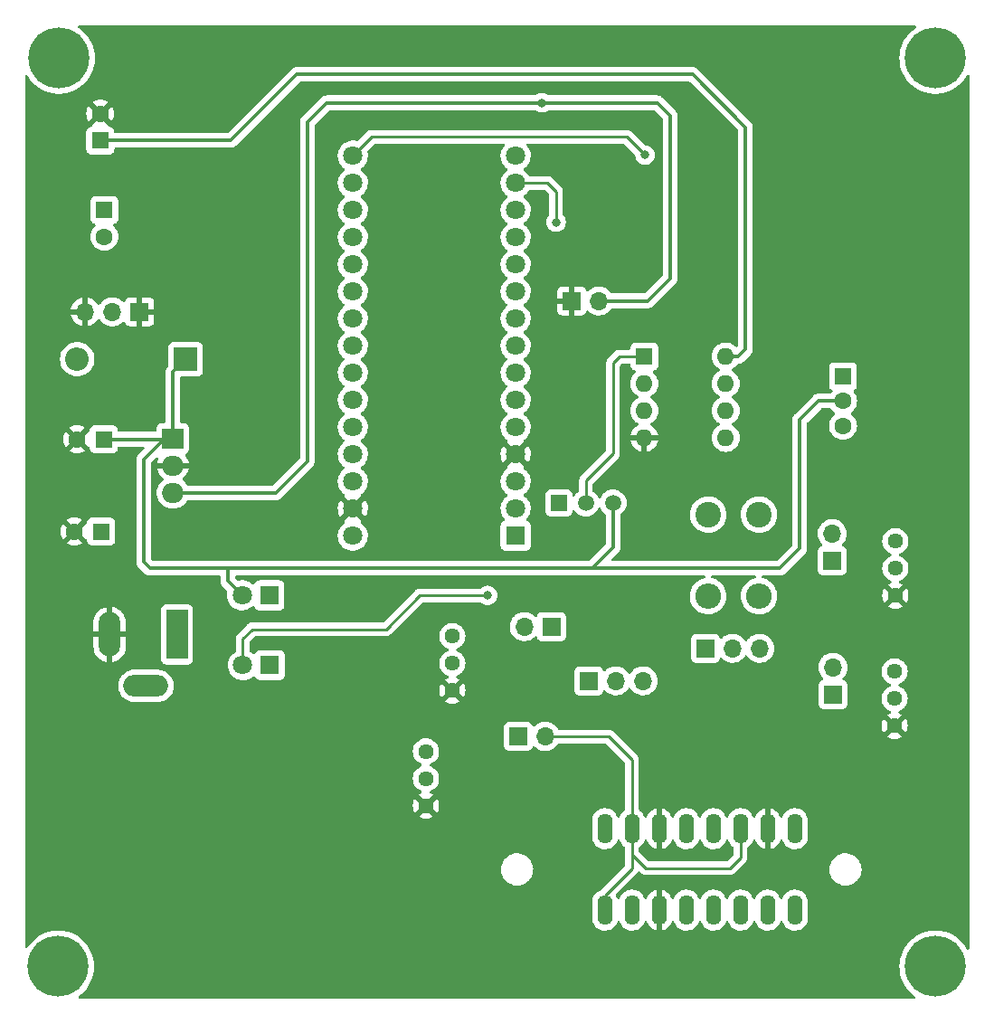
<source format=gbr>
%TF.GenerationSoftware,KiCad,Pcbnew,(6.0.7)*%
%TF.CreationDate,2023-04-23T16:52:27-04:00*%
%TF.ProjectId,NPN Tracer V2b-jlcpcb,4e504e20-5472-4616-9365-72205632622d,rev?*%
%TF.SameCoordinates,Original*%
%TF.FileFunction,Copper,L2,Bot*%
%TF.FilePolarity,Positive*%
%FSLAX46Y46*%
G04 Gerber Fmt 4.6, Leading zero omitted, Abs format (unit mm)*
G04 Created by KiCad (PCBNEW (6.0.7)) date 2023-04-23 16:52:27*
%MOMM*%
%LPD*%
G01*
G04 APERTURE LIST*
%TA.AperFunction,ComponentPad*%
%ADD10C,1.800000*%
%TD*%
%TA.AperFunction,ComponentPad*%
%ADD11R,1.800000X1.800000*%
%TD*%
%TA.AperFunction,ComponentPad*%
%ADD12R,1.599999X1.599999*%
%TD*%
%TA.AperFunction,ComponentPad*%
%ADD13C,1.599999*%
%TD*%
%TA.AperFunction,ComponentPad*%
%ADD14R,2.000000X4.600000*%
%TD*%
%TA.AperFunction,ComponentPad*%
%ADD15O,2.000000X4.200000*%
%TD*%
%TA.AperFunction,ComponentPad*%
%ADD16O,4.200000X2.000000*%
%TD*%
%TA.AperFunction,ComponentPad*%
%ADD17R,2.200000X2.200000*%
%TD*%
%TA.AperFunction,ComponentPad*%
%ADD18O,2.200000X2.200000*%
%TD*%
%TA.AperFunction,ComponentPad*%
%ADD19R,1.700000X1.700000*%
%TD*%
%TA.AperFunction,ComponentPad*%
%ADD20O,1.700000X1.700000*%
%TD*%
%TA.AperFunction,ComponentPad*%
%ADD21C,1.440000*%
%TD*%
%TA.AperFunction,ComponentPad*%
%ADD22O,1.408000X2.816000*%
%TD*%
%TA.AperFunction,ComponentPad*%
%ADD23R,2.000000X1.905000*%
%TD*%
%TA.AperFunction,ComponentPad*%
%ADD24O,2.000000X1.905000*%
%TD*%
%TA.AperFunction,ConnectorPad*%
%ADD25C,5.700000*%
%TD*%
%TA.AperFunction,ComponentPad*%
%ADD26C,3.600000*%
%TD*%
%TA.AperFunction,ComponentPad*%
%ADD27R,1.500000X1.500000*%
%TD*%
%TA.AperFunction,ComponentPad*%
%ADD28C,1.500000*%
%TD*%
%TA.AperFunction,ComponentPad*%
%ADD29R,1.600000X1.600000*%
%TD*%
%TA.AperFunction,ComponentPad*%
%ADD30C,1.600000*%
%TD*%
%TA.AperFunction,ComponentPad*%
%ADD31O,1.600000X1.600000*%
%TD*%
%TA.AperFunction,ComponentPad*%
%ADD32C,2.400000*%
%TD*%
%TA.AperFunction,ComponentPad*%
%ADD33O,2.400000X2.400000*%
%TD*%
%TA.AperFunction,ViaPad*%
%ADD34C,0.800000*%
%TD*%
%TA.AperFunction,Conductor*%
%ADD35C,0.250000*%
%TD*%
%TA.AperFunction,Conductor*%
%ADD36C,0.350000*%
%TD*%
G04 APERTURE END LIST*
D10*
%TO.P,TB1,30,VIN*%
%TO.N,unconnected-(TB1-Pad30)*%
X81802500Y-107950000D03*
%TO.P,TB1,29,COM/GND*%
%TO.N,GND*%
X81802500Y-105410000D03*
%TO.P,TB1,28,RESET*%
%TO.N,unconnected-(TB1-Pad28)*%
X81802500Y-102870000D03*
%TO.P,TB1,27,+5V*%
%TO.N,uCPower*%
X81802500Y-100330000D03*
%TO.P,TB1,26,A7*%
%TO.N,unconnected-(TB1-Pad26)*%
X81802500Y-97790000D03*
%TO.P,TB1,25,A6*%
%TO.N,unconnected-(TB1-Pad25)*%
X81802500Y-95250000D03*
%TO.P,TB1,24,A5*%
%TO.N,Net-(C12-Pad1)*%
X81802500Y-92710000D03*
%TO.P,TB1,23,A4*%
%TO.N,ADC4*%
X81802500Y-90170000D03*
%TO.P,TB1,22,A3*%
%TO.N,ADC3*%
X81802500Y-87630000D03*
%TO.P,TB1,21,A2*%
%TO.N,ADC2*%
X81802500Y-85090000D03*
%TO.P,TB1,20,A1*%
%TO.N,ADC1*%
X81802500Y-82550000D03*
%TO.P,TB1,19,A0*%
%TO.N,unconnected-(TB1-Pad19)*%
X81802500Y-80010000D03*
%TO.P,TB1,18,AREF*%
%TO.N,unconnected-(TB1-Pad18)*%
X81802500Y-77470000D03*
%TO.P,TB1,17,3V3*%
%TO.N,unconnected-(TB1-Pad17)*%
X81802500Y-74930000D03*
%TO.P,TB1,16,D13/SCK*%
%TO.N,SCK*%
X81802500Y-72390000D03*
%TO.P,TB1,15,D12/MISO*%
%TO.N,unconnected-(TB1-Pad15)*%
X97042500Y-72390000D03*
%TO.P,TB1,14,D11/MOSI*%
%TO.N,SDI*%
X97042500Y-74930000D03*
%TO.P,TB1,13,D10*%
%TO.N,CS*%
X97042500Y-77470000D03*
%TO.P,TB1,12,D9*%
%TO.N,LDAC*%
X97042500Y-80010000D03*
%TO.P,TB1,11,D8*%
%TO.N,unconnected-(TB1-Pad11)*%
X97042500Y-82550000D03*
%TO.P,TB1,10,D7*%
%TO.N,unconnected-(TB1-Pad10)*%
X97042500Y-85090000D03*
%TO.P,TB1,9,D6*%
%TO.N,unconnected-(TB1-Pad9)*%
X97042500Y-87630000D03*
%TO.P,TB1,8,D5*%
%TO.N,unconnected-(TB1-Pad8)*%
X97042500Y-90170000D03*
%TO.P,TB1,7,D4*%
%TO.N,unconnected-(TB1-Pad7)*%
X97042500Y-92710000D03*
%TO.P,TB1,6,D3*%
%TO.N,unconnected-(TB1-Pad6)*%
X97042500Y-95250000D03*
%TO.P,TB1,5,D2*%
%TO.N,Net-(D6-Pad2)*%
X97042500Y-97790000D03*
%TO.P,TB1,4,COM/GND*%
%TO.N,GND*%
X97042500Y-100330000D03*
%TO.P,TB1,3,RESET*%
%TO.N,unconnected-(TB1-Pad3)*%
X97042500Y-102870000D03*
%TO.P,TB1,2,D0/RX*%
%TO.N,unconnected-(TB1-Pad2)*%
X97042500Y-105410000D03*
D11*
%TO.P,TB1,1,D1/TX*%
%TO.N,unconnected-(TB1-Pad1)*%
X97042500Y-107950000D03*
%TD*%
D12*
%TO.P,Q2,1,B*%
%TO.N,Net-(Q2-Pad1)*%
X127689001Y-93059500D03*
D13*
%TO.P,Q2,2,C*%
%TO.N,12V*%
X127689001Y-95359500D03*
%TO.P,Q2,3,E*%
%TO.N,VC_OUT*%
X127689001Y-97659500D03*
%TD*%
D14*
%TO.P,J8,1*%
%TO.N,VIN*%
X65341500Y-117206000D03*
D15*
%TO.P,J8,2*%
%TO.N,GND*%
X59041500Y-117206000D03*
D16*
%TO.P,J8,3*%
%TO.N,N/C*%
X62441500Y-122006000D03*
%TD*%
D11*
%TO.P,D2,1,K*%
%TO.N,Net-(D2-Pad1)*%
X73982500Y-113538000D03*
D10*
%TO.P,D2,2,A*%
%TO.N,12V*%
X71442500Y-113538000D03*
%TD*%
D17*
%TO.P,D1,1,K*%
%TO.N,12V*%
X66167000Y-91440000D03*
D18*
%TO.P,D1,2,A*%
%TO.N,VIN*%
X56007000Y-91440000D03*
%TD*%
D19*
%TO.P,J6,1,Pin_1*%
%TO.N,Net-(ADC3-Pad3)*%
X97282000Y-126746000D03*
D20*
%TO.P,J6,2,Pin_2*%
%TO.N,BASE{slash}GATE*%
X99822000Y-126746000D03*
%TD*%
D21*
%TO.P,ADC1,1,1*%
%TO.N,GND*%
X132588000Y-113548000D03*
%TO.P,ADC1,2,2*%
%TO.N,ADC4*%
X132588000Y-111008000D03*
%TO.P,ADC1,3,3*%
%TO.N,Net-(ADC1-Pad3)*%
X132588000Y-108468000D03*
%TD*%
%TO.P,ADC4,1,1*%
%TO.N,GND*%
X91122500Y-122438000D03*
%TO.P,ADC4,2,2*%
%TO.N,ADC1*%
X91122500Y-119898000D03*
%TO.P,ADC4,3,3*%
%TO.N,Net-(ADC4-Pad3)*%
X91122500Y-117358000D03*
%TD*%
%TO.P,ADC3,1,1*%
%TO.N,GND*%
X88646000Y-133233000D03*
%TO.P,ADC3,2,2*%
%TO.N,ADC2*%
X88646000Y-130693000D03*
%TO.P,ADC3,3,3*%
%TO.N,Net-(ADC3-Pad3)*%
X88646000Y-128153000D03*
%TD*%
D19*
%TO.P,J2,1,Pin_1*%
%TO.N,COLLECTOR{slash}DRAIN*%
X126746000Y-122809000D03*
D20*
%TO.P,J2,2,Pin_2*%
%TO.N,Net-(ADC2-Pad3)*%
X126746000Y-120269000D03*
%TD*%
D19*
%TO.P,J7,1,Pin_1*%
%TO.N,GND*%
X61834000Y-86995000D03*
D20*
%TO.P,J7,2,Pin_2*%
%TO.N,VIN*%
X59294000Y-86995000D03*
%TO.P,J7,3,Pin_3*%
%TO.N,GND*%
X56754000Y-86995000D03*
%TD*%
D22*
%TO.P,ZX1,1*%
%TO.N,BASE{slash}GATE*%
X105410000Y-143002000D03*
%TO.P,ZX1,2*%
%TO.N,COLLECTOR{slash}DRAIN*%
X107950000Y-143002000D03*
%TO.P,ZX1,3*%
%TO.N,GND*%
X110490000Y-143002000D03*
%TO.P,ZX1,4*%
%TO.N,unconnected-(ZX1-Pad4)*%
X113030000Y-143002000D03*
%TO.P,ZX1,5*%
%TO.N,unconnected-(ZX1-Pad5)*%
X115570000Y-143002000D03*
%TO.P,ZX1,6*%
%TO.N,unconnected-(ZX1-Pad6)*%
X118110000Y-143002000D03*
%TO.P,ZX1,7*%
%TO.N,unconnected-(ZX1-Pad7)*%
X120650000Y-143002000D03*
%TO.P,ZX1,8*%
%TO.N,unconnected-(ZX1-Pad8)*%
X123190000Y-143002000D03*
%TO.P,ZX1,9*%
%TO.N,COLLECTOR{slash}DRAIN*%
X123190000Y-135382000D03*
%TO.P,ZX1,10*%
%TO.N,GND*%
X120650000Y-135382000D03*
%TO.P,ZX1,11*%
%TO.N,BASE{slash}GATE*%
X118110000Y-135382000D03*
%TO.P,ZX1,12*%
%TO.N,unconnected-(ZX1-Pad12)*%
X115570000Y-135382000D03*
%TO.P,ZX1,13*%
%TO.N,unconnected-(ZX1-Pad13)*%
X113030000Y-135382000D03*
%TO.P,ZX1,14*%
%TO.N,GND*%
X110490000Y-135382000D03*
%TO.P,ZX1,15*%
%TO.N,BASE{slash}GATE*%
X107950000Y-135382000D03*
%TO.P,ZX1,16*%
%TO.N,COLLECTOR{slash}DRAIN*%
X105410000Y-135382000D03*
%TD*%
D19*
%TO.P,J9,1,Pin_1*%
%TO.N,GND*%
X102298500Y-85979000D03*
D20*
%TO.P,J9,2,Pin_2*%
%TO.N,5V*%
X104838500Y-85979000D03*
%TD*%
D11*
%TO.P,D6,1,K*%
%TO.N,Net-(D6-Pad1)*%
X74046000Y-120078500D03*
D10*
%TO.P,D6,2,A*%
%TO.N,Net-(D6-Pad2)*%
X71506000Y-120078500D03*
%TD*%
D19*
%TO.P,J5,1,Pin_1*%
%TO.N,VB_OUT*%
X100398500Y-116459000D03*
D20*
%TO.P,J5,2,Pin_2*%
%TO.N,Net-(ADC4-Pad3)*%
X97858500Y-116459000D03*
%TD*%
D21*
%TO.P,ADC2,1,1*%
%TO.N,GND*%
X132524500Y-125740000D03*
%TO.P,ADC2,2,2*%
%TO.N,ADC3*%
X132524500Y-123200000D03*
%TO.P,ADC2,3,3*%
%TO.N,Net-(ADC2-Pad3)*%
X132524500Y-120660000D03*
%TD*%
D19*
%TO.P,J4,1,Pin_1*%
%TO.N,Net-(J4-Pad1)*%
X103901000Y-121539000D03*
D20*
%TO.P,J4,2,Pin_2*%
%TO.N,BASE{slash}GATE*%
X106441000Y-121539000D03*
%TO.P,J4,3,Pin_3*%
%TO.N,Net-(J4-Pad3)*%
X108981000Y-121539000D03*
%TD*%
D23*
%TO.P,U3,1,VI*%
%TO.N,12V*%
X64960500Y-98869500D03*
D24*
%TO.P,U3,2,GND*%
%TO.N,GND*%
X64960500Y-101409500D03*
%TO.P,U3,3,VO*%
%TO.N,5V*%
X64960500Y-103949500D03*
%TD*%
D19*
%TO.P,J3,1,Pin_1*%
%TO.N,Net-(ADC1-Pad3)*%
X126682500Y-110299500D03*
D20*
%TO.P,J3,2,Pin_2*%
%TO.N,VC_OUT*%
X126682500Y-107759500D03*
%TD*%
D19*
%TO.P,J1,1,Pin_1*%
%TO.N,Net-(J1-Pad1)*%
X114808000Y-118491000D03*
D20*
%TO.P,J1,2,Pin_2*%
%TO.N,COLLECTOR{slash}DRAIN*%
X117348000Y-118491000D03*
%TO.P,J1,3,Pin_3*%
%TO.N,Net-(J1-Pad3)*%
X119888000Y-118491000D03*
%TD*%
D25*
%TO.P,H2,1,1*%
%TO.N,N/C*%
X136334500Y-148272500D03*
D26*
X136334500Y-148272500D03*
%TD*%
D27*
%TO.P,Q1,1,E*%
%TO.N,VB_OUT*%
X101092000Y-104902000D03*
D28*
%TO.P,Q1,2,B*%
%TO.N,Net-(Q1-Pad2)*%
X103632000Y-104902000D03*
%TO.P,Q1,3,C*%
%TO.N,12V*%
X106172000Y-104902000D03*
%TD*%
D26*
%TO.P,H2,1,1*%
%TO.N,N/C*%
X54229000Y-148272500D03*
D25*
X54229000Y-148272500D03*
%TD*%
D29*
%TO.P,C4,1*%
%TO.N,12V*%
X58493151Y-98933000D03*
D30*
%TO.P,C4,2*%
%TO.N,GND*%
X55993151Y-98933000D03*
%TD*%
D26*
%TO.P,H2,1,1*%
%TO.N,N/C*%
X54292500Y-63246000D03*
D25*
X54292500Y-63246000D03*
%TD*%
%TO.P,H2,1,1*%
%TO.N,N/C*%
X136334500Y-63246000D03*
D26*
X136334500Y-63246000D03*
%TD*%
D29*
%TO.P,C8,1*%
%TO.N,24V*%
X58166000Y-70969500D03*
D30*
%TO.P,C8,2*%
%TO.N,GND*%
X58166000Y-68469500D03*
%TD*%
D29*
%TO.P,U1,1*%
%TO.N,Net-(Q1-Pad2)*%
X109093000Y-91186000D03*
D31*
%TO.P,U1,2,-*%
%TO.N,Net-(R2-Pad2)*%
X109093000Y-93726000D03*
%TO.P,U1,3,+*%
%TO.N,Net-(R1-Pad2)*%
X109093000Y-96266000D03*
%TO.P,U1,4,V-*%
%TO.N,GND*%
X109093000Y-98806000D03*
%TO.P,U1,5,+*%
%TO.N,Net-(R8-Pad2)*%
X116713000Y-98806000D03*
%TO.P,U1,6,-*%
%TO.N,Net-(R10-Pad2)*%
X116713000Y-96266000D03*
%TO.P,U1,7*%
%TO.N,Net-(Q2-Pad1)*%
X116713000Y-93726000D03*
%TO.P,U1,8,V+*%
%TO.N,24V*%
X116713000Y-91186000D03*
%TD*%
D29*
%TO.P,C7,1*%
%TO.N,Net-(C7-Pad1)*%
X58547000Y-77470000D03*
D30*
%TO.P,C7,2*%
%TO.N,Net-(C7-Pad2)*%
X58547000Y-79970000D03*
%TD*%
D32*
%TO.P,R5,1*%
%TO.N,VC_OUT*%
X115062000Y-105981500D03*
D33*
%TO.P,R5,2*%
%TO.N,Net-(J1-Pad1)*%
X115062000Y-113601500D03*
%TD*%
%TO.P,R6,2*%
%TO.N,Net-(J1-Pad3)*%
X119824500Y-113601500D03*
D32*
%TO.P,R6,1*%
%TO.N,VC_OUT*%
X119824500Y-105981500D03*
%TD*%
D29*
%TO.P,C5,1*%
%TO.N,5V*%
X58239151Y-107569000D03*
D30*
%TO.P,C5,2*%
%TO.N,GND*%
X55739151Y-107569000D03*
%TD*%
D34*
%TO.N,5V*%
X99504500Y-67437000D03*
%TO.N,Net-(D6-Pad2)*%
X94424500Y-113538000D03*
%TO.N,SDI*%
X100838000Y-78613000D03*
%TO.N,SCK*%
X109156500Y-72326500D03*
%TD*%
D35*
%TO.N,BASE{slash}GATE*%
X105727500Y-126746000D02*
X107950000Y-128968500D01*
X107950000Y-128968500D02*
X107950000Y-135382000D01*
X99822000Y-126746000D02*
X105727500Y-126746000D01*
%TO.N,Net-(D6-Pad2)*%
X84899500Y-116713000D02*
X88074500Y-113538000D01*
X72390000Y-116713000D02*
X84899500Y-116713000D01*
X71506000Y-117597000D02*
X72390000Y-116713000D01*
X88074500Y-113538000D02*
X94424500Y-113538000D01*
X71506000Y-120078500D02*
X71506000Y-117597000D01*
%TO.N,BASE{slash}GATE*%
X118110000Y-138049000D02*
X118110000Y-135382000D01*
X109220000Y-139065000D02*
X117094000Y-139065000D01*
X117094000Y-139065000D02*
X118110000Y-138049000D01*
X107950000Y-137795000D02*
X109220000Y-139065000D01*
X107950000Y-137096500D02*
X107950000Y-137795000D01*
X105410000Y-141605000D02*
X107950000Y-139065000D01*
X105410000Y-143002000D02*
X105410000Y-141605000D01*
X107950000Y-139065000D02*
X107950000Y-137096500D01*
X107950000Y-135382000D02*
X107950000Y-137096500D01*
D36*
%TO.N,24V*%
X117856000Y-91186000D02*
X116713000Y-91186000D01*
X118554500Y-90487500D02*
X117856000Y-91186000D01*
X76581000Y-64770000D02*
X113601500Y-64770000D01*
X58166000Y-70969500D02*
X70381500Y-70969500D01*
X70381500Y-70969500D02*
X76581000Y-64770000D01*
X113601500Y-64770000D02*
X118554500Y-69723000D01*
X118554500Y-69723000D02*
X118554500Y-90487500D01*
%TO.N,12V*%
X62230000Y-110426500D02*
X62801500Y-110998000D01*
X64897000Y-98933000D02*
X64960500Y-98869500D01*
X106172000Y-109029500D02*
X106172000Y-104902000D01*
X125366500Y-95359500D02*
X127689001Y-95359500D01*
X104203500Y-110998000D02*
X121793000Y-110998000D01*
X64960500Y-98869500D02*
X64198500Y-98869500D01*
X123634500Y-97091500D02*
X125366500Y-95359500D01*
X104203500Y-110998000D02*
X106172000Y-109029500D01*
X64198500Y-98869500D02*
X62230000Y-100838000D01*
X121793000Y-110998000D02*
X123634500Y-109156500D01*
X71442500Y-113538000D02*
X70104000Y-112199500D01*
X64960500Y-98869500D02*
X64960500Y-92646500D01*
X58493151Y-98933000D02*
X64897000Y-98933000D01*
X64960500Y-92646500D02*
X66167000Y-91440000D01*
X123634500Y-109156500D02*
X123634500Y-97091500D01*
X62801500Y-110998000D02*
X70104000Y-110998000D01*
X62230000Y-100838000D02*
X62230000Y-110426500D01*
X70104000Y-110998000D02*
X104203500Y-110998000D01*
X70104000Y-112199500D02*
X70104000Y-110998000D01*
%TO.N,5V*%
X111506000Y-83883500D02*
X109410500Y-85979000D01*
X74612500Y-103949500D02*
X77279500Y-101282500D01*
X77533500Y-69278500D02*
X79375000Y-67437000D01*
X99504500Y-67437000D02*
X110299500Y-67437000D01*
X77533500Y-101028500D02*
X77533500Y-69278500D01*
X77279500Y-101282500D02*
X77533500Y-101028500D01*
X79375000Y-67437000D02*
X99504500Y-67437000D01*
X64960500Y-103949500D02*
X74612500Y-103949500D01*
X110299500Y-67437000D02*
X111506000Y-68643500D01*
X109410500Y-85979000D02*
X104838500Y-85979000D01*
X111506000Y-68643500D02*
X111506000Y-83883500D01*
D35*
%TO.N,Net-(Q1-Pad2)*%
X106172000Y-100266500D02*
X106172000Y-91757500D01*
X106743500Y-91186000D02*
X109093000Y-91186000D01*
X106172000Y-91757500D02*
X106743500Y-91186000D01*
X103632000Y-104902000D02*
X103632000Y-102806500D01*
X103632000Y-102806500D02*
X106172000Y-100266500D01*
%TO.N,SDI*%
X100838000Y-75755500D02*
X100838000Y-78613000D01*
X97042500Y-74930000D02*
X100012500Y-74930000D01*
X100012500Y-74930000D02*
X100838000Y-75755500D01*
%TO.N,SCK*%
X83580500Y-70612000D02*
X105854500Y-70612000D01*
X81802500Y-72390000D02*
X83580500Y-70612000D01*
X107442000Y-70612000D02*
X109156500Y-72326500D01*
X105854500Y-70612000D02*
X107442000Y-70612000D01*
%TD*%
%TA.AperFunction,Conductor*%
%TO.N,GND*%
G36*
X134498832Y-60218502D02*
G01*
X134545325Y-60272158D01*
X134555429Y-60342432D01*
X134525935Y-60407012D01*
X134495417Y-60432616D01*
X134456620Y-60455835D01*
X134456612Y-60455841D01*
X134453692Y-60457588D01*
X134163546Y-60677023D01*
X133898796Y-60926511D01*
X133662540Y-61203132D01*
X133457540Y-61503651D01*
X133286194Y-61824552D01*
X133284919Y-61827724D01*
X133284917Y-61827728D01*
X133283126Y-61832185D01*
X133150509Y-62162081D01*
X133052069Y-62512290D01*
X132992028Y-62871082D01*
X132971087Y-63234259D01*
X132989492Y-63597574D01*
X132990029Y-63600929D01*
X132990030Y-63600935D01*
X133029711Y-63848670D01*
X133047027Y-63956777D01*
X133143019Y-64307664D01*
X133276345Y-64646133D01*
X133277928Y-64649148D01*
X133443862Y-64965206D01*
X133443867Y-64965214D01*
X133445446Y-64968222D01*
X133447340Y-64971040D01*
X133447345Y-64971049D01*
X133639919Y-65257628D01*
X133648343Y-65270165D01*
X133882663Y-65548428D01*
X133909399Y-65573977D01*
X134143202Y-65797405D01*
X134143209Y-65797411D01*
X134145665Y-65799758D01*
X134434271Y-66021214D01*
X134437189Y-66022988D01*
X134742192Y-66208433D01*
X134742197Y-66208436D01*
X134745107Y-66210205D01*
X134748195Y-66211651D01*
X134748194Y-66211651D01*
X135071452Y-66363077D01*
X135071462Y-66363081D01*
X135074536Y-66364521D01*
X135077754Y-66365623D01*
X135077757Y-66365624D01*
X135415481Y-66481253D01*
X135415489Y-66481255D01*
X135418704Y-66482356D01*
X135773584Y-66562332D01*
X135825140Y-66568206D01*
X136131644Y-66603128D01*
X136131652Y-66603128D01*
X136135027Y-66603513D01*
X136138431Y-66603531D01*
X136138434Y-66603531D01*
X136336558Y-66604568D01*
X136498803Y-66605418D01*
X136502189Y-66605068D01*
X136502191Y-66605068D01*
X136857265Y-66568375D01*
X136857274Y-66568374D01*
X136860657Y-66568024D01*
X136863990Y-66567310D01*
X136863993Y-66567309D01*
X137045018Y-66528500D01*
X137216356Y-66491768D01*
X137561739Y-66377544D01*
X137564823Y-66376138D01*
X137564832Y-66376135D01*
X137889671Y-66228096D01*
X137892765Y-66226686D01*
X137936776Y-66200554D01*
X138202628Y-66042704D01*
X138202632Y-66042701D01*
X138205563Y-66040961D01*
X138496473Y-65822539D01*
X138762092Y-65573977D01*
X138999313Y-65298182D01*
X139107483Y-65140794D01*
X139203431Y-65001190D01*
X139203436Y-65001182D01*
X139205361Y-64998381D01*
X139206973Y-64995387D01*
X139206978Y-64995379D01*
X139272060Y-64874507D01*
X139321966Y-64824011D01*
X139391251Y-64808512D01*
X139457915Y-64832932D01*
X139500795Y-64889517D01*
X139509000Y-64934242D01*
X139509000Y-146583462D01*
X139488998Y-146651583D01*
X139435342Y-146698076D01*
X139365068Y-146708180D01*
X139300488Y-146678686D01*
X139271648Y-146642425D01*
X139217525Y-146540204D01*
X139215618Y-146537388D01*
X139215613Y-146537379D01*
X139015485Y-146241792D01*
X139013575Y-146238971D01*
X138778285Y-145961527D01*
X138514408Y-145711117D01*
X138225030Y-145490670D01*
X138222118Y-145488913D01*
X138222113Y-145488910D01*
X137916451Y-145304523D01*
X137916445Y-145304520D01*
X137913536Y-145302765D01*
X137583571Y-145149600D01*
X137238994Y-145032967D01*
X137229734Y-145030914D01*
X137154985Y-145014343D01*
X136883836Y-144954231D01*
X136754717Y-144939976D01*
X136525633Y-144914684D01*
X136525628Y-144914684D01*
X136522252Y-144914311D01*
X136518853Y-144914305D01*
X136518852Y-144914305D01*
X136347262Y-144914006D01*
X136158472Y-144913676D01*
X136073097Y-144922800D01*
X135800134Y-144951971D01*
X135800128Y-144951972D01*
X135796750Y-144952333D01*
X135441320Y-145029830D01*
X135096338Y-145145259D01*
X134765840Y-145297271D01*
X134453692Y-145484088D01*
X134163546Y-145703523D01*
X133898796Y-145953011D01*
X133662540Y-146229632D01*
X133457540Y-146530151D01*
X133286194Y-146851052D01*
X133284919Y-146854224D01*
X133284917Y-146854228D01*
X133283126Y-146858685D01*
X133150509Y-147188581D01*
X133052069Y-147538790D01*
X132992028Y-147897582D01*
X132971087Y-148260759D01*
X132989492Y-148624074D01*
X132990029Y-148627429D01*
X132990030Y-148627435D01*
X133029711Y-148875170D01*
X133047027Y-148983277D01*
X133143019Y-149334164D01*
X133276345Y-149672633D01*
X133277928Y-149675648D01*
X133443862Y-149991706D01*
X133443867Y-149991714D01*
X133445446Y-149994722D01*
X133447340Y-149997540D01*
X133447345Y-149997549D01*
X133639919Y-150284128D01*
X133648343Y-150296665D01*
X133882663Y-150574928D01*
X133909399Y-150600477D01*
X134143202Y-150823905D01*
X134143209Y-150823911D01*
X134145665Y-150826258D01*
X134410847Y-151029740D01*
X134411887Y-151030538D01*
X134453754Y-151087876D01*
X134457976Y-151158747D01*
X134423212Y-151220649D01*
X134360499Y-151253931D01*
X134335183Y-151256500D01*
X56225956Y-151256500D01*
X56157835Y-151236498D01*
X56111342Y-151182842D01*
X56101238Y-151112568D01*
X56130732Y-151047988D01*
X56150303Y-151029740D01*
X56388240Y-150851091D01*
X56390973Y-150849039D01*
X56656592Y-150600477D01*
X56893813Y-150324682D01*
X57001983Y-150167294D01*
X57097931Y-150027690D01*
X57097936Y-150027682D01*
X57099861Y-150024881D01*
X57101473Y-150021887D01*
X57101478Y-150021879D01*
X57270703Y-149707592D01*
X57272325Y-149704580D01*
X57409188Y-149367527D01*
X57508850Y-149017664D01*
X57570143Y-148659083D01*
X57572285Y-148624074D01*
X57592241Y-148297778D01*
X57592351Y-148295981D01*
X57592433Y-148272500D01*
X57572760Y-147909251D01*
X57513972Y-147550252D01*
X57416756Y-147199702D01*
X57412331Y-147188581D01*
X57283508Y-146864865D01*
X57282249Y-146861701D01*
X57195614Y-146698076D01*
X57113624Y-146543223D01*
X57113616Y-146543209D01*
X57112025Y-146540204D01*
X57110118Y-146537388D01*
X57110113Y-146537379D01*
X56909985Y-146241792D01*
X56908075Y-146238971D01*
X56672785Y-145961527D01*
X56408908Y-145711117D01*
X56119530Y-145490670D01*
X56116618Y-145488913D01*
X56116613Y-145488910D01*
X55810951Y-145304523D01*
X55810945Y-145304520D01*
X55808036Y-145302765D01*
X55478071Y-145149600D01*
X55133494Y-145032967D01*
X55124234Y-145030914D01*
X55049485Y-145014343D01*
X54778336Y-144954231D01*
X54649217Y-144939976D01*
X54420133Y-144914684D01*
X54420128Y-144914684D01*
X54416752Y-144914311D01*
X54413353Y-144914305D01*
X54413352Y-144914305D01*
X54241762Y-144914006D01*
X54052972Y-144913676D01*
X53967597Y-144922800D01*
X53694634Y-144951971D01*
X53694628Y-144951972D01*
X53691250Y-144952333D01*
X53335820Y-145029830D01*
X52990838Y-145145259D01*
X52660340Y-145297271D01*
X52348192Y-145484088D01*
X52058046Y-145703523D01*
X51793296Y-145953011D01*
X51557040Y-146229632D01*
X51352040Y-146530151D01*
X51351463Y-146531231D01*
X51299374Y-146578852D01*
X51229394Y-146590823D01*
X51164051Y-146563059D01*
X51124092Y-146504376D01*
X51118000Y-146465672D01*
X51118000Y-139244817D01*
X95667514Y-139244817D01*
X95668095Y-139249837D01*
X95668095Y-139249841D01*
X95694366Y-139476886D01*
X95695415Y-139485956D01*
X95696791Y-139490820D01*
X95696792Y-139490823D01*
X95735459Y-139627469D01*
X95761510Y-139719532D01*
X95763644Y-139724108D01*
X95763646Y-139724114D01*
X95820446Y-139845922D01*
X95864099Y-139939536D01*
X96000544Y-140140307D01*
X96167332Y-140316681D01*
X96171358Y-140319759D01*
X96171359Y-140319760D01*
X96356154Y-140461047D01*
X96356158Y-140461050D01*
X96360174Y-140464120D01*
X96574109Y-140578831D01*
X96803631Y-140657862D01*
X96902978Y-140675022D01*
X97038926Y-140698504D01*
X97038932Y-140698505D01*
X97042836Y-140699179D01*
X97046797Y-140699359D01*
X97046798Y-140699359D01*
X97070506Y-140700436D01*
X97070525Y-140700436D01*
X97071925Y-140700500D01*
X97241001Y-140700500D01*
X97243509Y-140700298D01*
X97243514Y-140700298D01*
X97416924Y-140686346D01*
X97416929Y-140686345D01*
X97421965Y-140685940D01*
X97426873Y-140684734D01*
X97426876Y-140684734D01*
X97652792Y-140629244D01*
X97657706Y-140628037D01*
X97662358Y-140626062D01*
X97662362Y-140626061D01*
X97876498Y-140535165D01*
X97881156Y-140533188D01*
X97987037Y-140466511D01*
X98082288Y-140406528D01*
X98082291Y-140406526D01*
X98086567Y-140403833D01*
X98185422Y-140316681D01*
X98264858Y-140246650D01*
X98264861Y-140246647D01*
X98268655Y-140243302D01*
X98422734Y-140055722D01*
X98544841Y-139845922D01*
X98601407Y-139698562D01*
X98630020Y-139624022D01*
X98630021Y-139624018D01*
X98631833Y-139619298D01*
X98637526Y-139592048D01*
X98680440Y-139386631D01*
X98680440Y-139386627D01*
X98681474Y-139381680D01*
X98692486Y-139139183D01*
X98677235Y-139007373D01*
X98665167Y-138903071D01*
X98665166Y-138903067D01*
X98664585Y-138898044D01*
X98625517Y-138759978D01*
X98599866Y-138669331D01*
X98598490Y-138664468D01*
X98596356Y-138659892D01*
X98596354Y-138659886D01*
X98498038Y-138449046D01*
X98498036Y-138449042D01*
X98495901Y-138444464D01*
X98452296Y-138380301D01*
X98391607Y-138291001D01*
X98359456Y-138243693D01*
X98192668Y-138067319D01*
X98121859Y-138013181D01*
X98003846Y-137922953D01*
X98003842Y-137922950D01*
X97999826Y-137919880D01*
X97785891Y-137805169D01*
X97556369Y-137726138D01*
X97457022Y-137708978D01*
X97321074Y-137685496D01*
X97321068Y-137685495D01*
X97317164Y-137684821D01*
X97313203Y-137684641D01*
X97313202Y-137684641D01*
X97289494Y-137683564D01*
X97289475Y-137683564D01*
X97288075Y-137683500D01*
X97118999Y-137683500D01*
X97116491Y-137683702D01*
X97116486Y-137683702D01*
X96943076Y-137697654D01*
X96943071Y-137697655D01*
X96938035Y-137698060D01*
X96933127Y-137699266D01*
X96933124Y-137699266D01*
X96817007Y-137727787D01*
X96702294Y-137755963D01*
X96697642Y-137757938D01*
X96697638Y-137757939D01*
X96591515Y-137802986D01*
X96478844Y-137850812D01*
X96474560Y-137853510D01*
X96277712Y-137977472D01*
X96277709Y-137977474D01*
X96273433Y-137980167D01*
X96269639Y-137983512D01*
X96095142Y-138137350D01*
X96095139Y-138137353D01*
X96091345Y-138140698D01*
X96088135Y-138144606D01*
X96088134Y-138144607D01*
X96061025Y-138177611D01*
X95937266Y-138328278D01*
X95815159Y-138538078D01*
X95813346Y-138542801D01*
X95809567Y-138552647D01*
X95728167Y-138764702D01*
X95727133Y-138769652D01*
X95727132Y-138769655D01*
X95716923Y-138818526D01*
X95678526Y-139002320D01*
X95667514Y-139244817D01*
X51118000Y-139244817D01*
X51118000Y-134261621D01*
X87981933Y-134261621D01*
X87991227Y-134273635D01*
X88025146Y-134297385D01*
X88034641Y-134302868D01*
X88219413Y-134389028D01*
X88229705Y-134392774D01*
X88426632Y-134445540D01*
X88437425Y-134447443D01*
X88640525Y-134465212D01*
X88651475Y-134465212D01*
X88854575Y-134447443D01*
X88865368Y-134445540D01*
X89062295Y-134392774D01*
X89072587Y-134389028D01*
X89257359Y-134302868D01*
X89266854Y-134297385D01*
X89301607Y-134273051D01*
X89309983Y-134262572D01*
X89302916Y-134249127D01*
X88658811Y-133605021D01*
X88644868Y-133597408D01*
X88643034Y-133597539D01*
X88636420Y-133601790D01*
X87988360Y-134249851D01*
X87981933Y-134261621D01*
X51118000Y-134261621D01*
X51118000Y-133238475D01*
X87413788Y-133238475D01*
X87431557Y-133441575D01*
X87433460Y-133452368D01*
X87486226Y-133649295D01*
X87489972Y-133659587D01*
X87576135Y-133844364D01*
X87581613Y-133853850D01*
X87605949Y-133888607D01*
X87616428Y-133896983D01*
X87629872Y-133889917D01*
X88273979Y-133245811D01*
X88280356Y-133234132D01*
X89010408Y-133234132D01*
X89010539Y-133235966D01*
X89014790Y-133242580D01*
X89662851Y-133890640D01*
X89674621Y-133897067D01*
X89686635Y-133887772D01*
X89710387Y-133853850D01*
X89715865Y-133844364D01*
X89802028Y-133659587D01*
X89805774Y-133649295D01*
X89858540Y-133452368D01*
X89860443Y-133441575D01*
X89878212Y-133238475D01*
X89878212Y-133227525D01*
X89860443Y-133024425D01*
X89858540Y-133013632D01*
X89805774Y-132816705D01*
X89802028Y-132806413D01*
X89715865Y-132621636D01*
X89710387Y-132612150D01*
X89686051Y-132577393D01*
X89675572Y-132569017D01*
X89662128Y-132576083D01*
X89018021Y-133220189D01*
X89010408Y-133234132D01*
X88280356Y-133234132D01*
X88281592Y-133231868D01*
X88281461Y-133230034D01*
X88277210Y-133223420D01*
X87629149Y-132575360D01*
X87617379Y-132568933D01*
X87605365Y-132578228D01*
X87581613Y-132612150D01*
X87576135Y-132621636D01*
X87489972Y-132806413D01*
X87486226Y-132816705D01*
X87433460Y-133013632D01*
X87431557Y-133024425D01*
X87413788Y-133227525D01*
X87413788Y-133238475D01*
X51118000Y-133238475D01*
X51118000Y-130693000D01*
X87412807Y-130693000D01*
X87431542Y-130907142D01*
X87487178Y-131114777D01*
X87578024Y-131309596D01*
X87701319Y-131485681D01*
X87853319Y-131637681D01*
X88029403Y-131760976D01*
X88034381Y-131763297D01*
X88034384Y-131763299D01*
X88218344Y-131849081D01*
X88271629Y-131895998D01*
X88291090Y-131964276D01*
X88270548Y-132032236D01*
X88218344Y-132077471D01*
X88034636Y-132163135D01*
X88025150Y-132168613D01*
X87990393Y-132192949D01*
X87982017Y-132203428D01*
X87989083Y-132216872D01*
X88633189Y-132860979D01*
X88647132Y-132868592D01*
X88648966Y-132868461D01*
X88655580Y-132864210D01*
X89303640Y-132216149D01*
X89310067Y-132204379D01*
X89300773Y-132192365D01*
X89266854Y-132168615D01*
X89257359Y-132163132D01*
X89073656Y-132077471D01*
X89020371Y-132030554D01*
X89000910Y-131962277D01*
X89021452Y-131894317D01*
X89073656Y-131849081D01*
X89257616Y-131763299D01*
X89257619Y-131763297D01*
X89262597Y-131760976D01*
X89438681Y-131637681D01*
X89590681Y-131485681D01*
X89713976Y-131309596D01*
X89804822Y-131114777D01*
X89860458Y-130907142D01*
X89879193Y-130693000D01*
X89860458Y-130478858D01*
X89804822Y-130271223D01*
X89713976Y-130076404D01*
X89590681Y-129900319D01*
X89438681Y-129748319D01*
X89262597Y-129625024D01*
X89257619Y-129622703D01*
X89257616Y-129622701D01*
X89074247Y-129537195D01*
X89020962Y-129490278D01*
X89001501Y-129422000D01*
X89022043Y-129354041D01*
X89074247Y-129308805D01*
X89257616Y-129223299D01*
X89257619Y-129223297D01*
X89262597Y-129220976D01*
X89438681Y-129097681D01*
X89590681Y-128945681D01*
X89713976Y-128769596D01*
X89735930Y-128722517D01*
X89802499Y-128579759D01*
X89802500Y-128579757D01*
X89804822Y-128574777D01*
X89814729Y-128537806D01*
X89859034Y-128372457D01*
X89859034Y-128372455D01*
X89860458Y-128367142D01*
X89879193Y-128153000D01*
X89860458Y-127938858D01*
X89859034Y-127933543D01*
X89806245Y-127736533D01*
X89806244Y-127736531D01*
X89804822Y-127731223D01*
X89802098Y-127725382D01*
X89764212Y-127644134D01*
X95923500Y-127644134D01*
X95930255Y-127706316D01*
X95981385Y-127842705D01*
X96068739Y-127959261D01*
X96185295Y-128046615D01*
X96321684Y-128097745D01*
X96383866Y-128104500D01*
X98180134Y-128104500D01*
X98242316Y-128097745D01*
X98378705Y-128046615D01*
X98495261Y-127959261D01*
X98582615Y-127842705D01*
X98604799Y-127783529D01*
X98626598Y-127725382D01*
X98669240Y-127668618D01*
X98735802Y-127643918D01*
X98805150Y-127659126D01*
X98839817Y-127687114D01*
X98868250Y-127719938D01*
X99040126Y-127862632D01*
X99233000Y-127975338D01*
X99441692Y-128055030D01*
X99446760Y-128056061D01*
X99446763Y-128056062D01*
X99554017Y-128077883D01*
X99660597Y-128099567D01*
X99665772Y-128099757D01*
X99665774Y-128099757D01*
X99878673Y-128107564D01*
X99878677Y-128107564D01*
X99883837Y-128107753D01*
X99888957Y-128107097D01*
X99888959Y-128107097D01*
X100100288Y-128080025D01*
X100100289Y-128080025D01*
X100105416Y-128079368D01*
X100110366Y-128077883D01*
X100314429Y-128016661D01*
X100314434Y-128016659D01*
X100319384Y-128015174D01*
X100519994Y-127916896D01*
X100701860Y-127787173D01*
X100860096Y-127629489D01*
X100990453Y-127448077D01*
X100992746Y-127443437D01*
X100994446Y-127440608D01*
X101046674Y-127392518D01*
X101102451Y-127379500D01*
X105412906Y-127379500D01*
X105481027Y-127399502D01*
X105502001Y-127416405D01*
X107279595Y-129193999D01*
X107313621Y-129256311D01*
X107316500Y-129283094D01*
X107316500Y-133573540D01*
X107296498Y-133641661D01*
X107267204Y-133673502D01*
X107130422Y-133778459D01*
X107130418Y-133778463D01*
X107125971Y-133781875D01*
X107122200Y-133786020D01*
X107122196Y-133786023D01*
X107028852Y-133888607D01*
X106980304Y-133941960D01*
X106865288Y-134125312D01*
X106802274Y-134282064D01*
X106797054Y-134295048D01*
X106753087Y-134350792D01*
X106685962Y-134373917D01*
X106616991Y-134357080D01*
X106568071Y-134305627D01*
X106558613Y-134281301D01*
X106552527Y-134259055D01*
X106551048Y-134253648D01*
X106457868Y-134058292D01*
X106331567Y-133882525D01*
X106176135Y-133731902D01*
X106139817Y-133707497D01*
X106001147Y-133614314D01*
X106001144Y-133614312D01*
X105996487Y-133611183D01*
X105982450Y-133605021D01*
X105803438Y-133526441D01*
X105798301Y-133524186D01*
X105792850Y-133522877D01*
X105792846Y-133522876D01*
X105593299Y-133474969D01*
X105593298Y-133474969D01*
X105587842Y-133473659D01*
X105504831Y-133468873D01*
X105377368Y-133461523D01*
X105377365Y-133461523D01*
X105371761Y-133461200D01*
X105156888Y-133487202D01*
X104950016Y-133550844D01*
X104945036Y-133553414D01*
X104945032Y-133553416D01*
X104774061Y-133641661D01*
X104757684Y-133650114D01*
X104753239Y-133653525D01*
X104753234Y-133653528D01*
X104590422Y-133778459D01*
X104590418Y-133778463D01*
X104585971Y-133781875D01*
X104582200Y-133786020D01*
X104582196Y-133786023D01*
X104488852Y-133888607D01*
X104440304Y-133941960D01*
X104325288Y-134125312D01*
X104244558Y-134326132D01*
X104243421Y-134331623D01*
X104243420Y-134331626D01*
X104234662Y-134373917D01*
X104200667Y-134538075D01*
X104197500Y-134593001D01*
X104197500Y-136140915D01*
X104197749Y-136143701D01*
X104197749Y-136143709D01*
X104204675Y-136221313D01*
X104211839Y-136301583D01*
X104268952Y-136510352D01*
X104362132Y-136705708D01*
X104488433Y-136881475D01*
X104643865Y-137032098D01*
X104648529Y-137035232D01*
X104818853Y-137149686D01*
X104818856Y-137149688D01*
X104823513Y-137152817D01*
X105021699Y-137239814D01*
X105027150Y-137241123D01*
X105027154Y-137241124D01*
X105226701Y-137289031D01*
X105232158Y-137290341D01*
X105315169Y-137295127D01*
X105442632Y-137302477D01*
X105442635Y-137302477D01*
X105448239Y-137302800D01*
X105663112Y-137276798D01*
X105869984Y-137213156D01*
X105874964Y-137210586D01*
X105874968Y-137210584D01*
X106057335Y-137116457D01*
X106057336Y-137116456D01*
X106062316Y-137113886D01*
X106066761Y-137110475D01*
X106066766Y-137110472D01*
X106229578Y-136985541D01*
X106229582Y-136985537D01*
X106234029Y-136982125D01*
X106237800Y-136977980D01*
X106237804Y-136977977D01*
X106375917Y-136826193D01*
X106379696Y-136822040D01*
X106494712Y-136638688D01*
X106562946Y-136468952D01*
X106606913Y-136413208D01*
X106674038Y-136390083D01*
X106743009Y-136406920D01*
X106791929Y-136458373D01*
X106801387Y-136482699D01*
X106808952Y-136510352D01*
X106902132Y-136705708D01*
X107028433Y-136881475D01*
X107183865Y-137032098D01*
X107188529Y-137035232D01*
X107260776Y-137083780D01*
X107306161Y-137138376D01*
X107316500Y-137188362D01*
X107316500Y-137716233D01*
X107315973Y-137727416D01*
X107314298Y-137734909D01*
X107314547Y-137742835D01*
X107314547Y-137742836D01*
X107316438Y-137802986D01*
X107316500Y-137806945D01*
X107316500Y-138750405D01*
X107296498Y-138818526D01*
X107279595Y-138839500D01*
X105017747Y-141101348D01*
X105009461Y-141108888D01*
X105002982Y-141113000D01*
X104997557Y-141118777D01*
X104962212Y-141156416D01*
X104928152Y-141182129D01*
X104757684Y-141270114D01*
X104753239Y-141273525D01*
X104753234Y-141273528D01*
X104590422Y-141398459D01*
X104590418Y-141398463D01*
X104585971Y-141401875D01*
X104582200Y-141406020D01*
X104582196Y-141406023D01*
X104489939Y-141507412D01*
X104440304Y-141561960D01*
X104325288Y-141745312D01*
X104244558Y-141946132D01*
X104243421Y-141951623D01*
X104243420Y-141951626D01*
X104234662Y-141993917D01*
X104200667Y-142158075D01*
X104197500Y-142213001D01*
X104197500Y-143760915D01*
X104197749Y-143763701D01*
X104197749Y-143763709D01*
X104204675Y-143841313D01*
X104211839Y-143921583D01*
X104268952Y-144130352D01*
X104362132Y-144325708D01*
X104488433Y-144501475D01*
X104643865Y-144652098D01*
X104648529Y-144655232D01*
X104818853Y-144769686D01*
X104818856Y-144769688D01*
X104823513Y-144772817D01*
X105021699Y-144859814D01*
X105027150Y-144861123D01*
X105027154Y-144861124D01*
X105226701Y-144909031D01*
X105232158Y-144910341D01*
X105315169Y-144915127D01*
X105442632Y-144922477D01*
X105442635Y-144922477D01*
X105448239Y-144922800D01*
X105663112Y-144896798D01*
X105869984Y-144833156D01*
X105874964Y-144830586D01*
X105874968Y-144830584D01*
X106057335Y-144736457D01*
X106057336Y-144736456D01*
X106062316Y-144733886D01*
X106066761Y-144730475D01*
X106066766Y-144730472D01*
X106229578Y-144605541D01*
X106229582Y-144605537D01*
X106234029Y-144602125D01*
X106237800Y-144597980D01*
X106237804Y-144597977D01*
X106375917Y-144446193D01*
X106379696Y-144442040D01*
X106494712Y-144258688D01*
X106562946Y-144088952D01*
X106606913Y-144033208D01*
X106674038Y-144010083D01*
X106743009Y-144026920D01*
X106791929Y-144078373D01*
X106801387Y-144102699D01*
X106808952Y-144130352D01*
X106902132Y-144325708D01*
X107028433Y-144501475D01*
X107183865Y-144652098D01*
X107188529Y-144655232D01*
X107358853Y-144769686D01*
X107358856Y-144769688D01*
X107363513Y-144772817D01*
X107561699Y-144859814D01*
X107567150Y-144861123D01*
X107567154Y-144861124D01*
X107766701Y-144909031D01*
X107772158Y-144910341D01*
X107855169Y-144915127D01*
X107982632Y-144922477D01*
X107982635Y-144922477D01*
X107988239Y-144922800D01*
X108203112Y-144896798D01*
X108409984Y-144833156D01*
X108414964Y-144830586D01*
X108414968Y-144830584D01*
X108597335Y-144736457D01*
X108597336Y-144736456D01*
X108602316Y-144733886D01*
X108606761Y-144730475D01*
X108606766Y-144730472D01*
X108769578Y-144605541D01*
X108769582Y-144605537D01*
X108774029Y-144602125D01*
X108777800Y-144597980D01*
X108777804Y-144597977D01*
X108915917Y-144446193D01*
X108919696Y-144442040D01*
X109034712Y-144258688D01*
X109036897Y-144253253D01*
X109103255Y-144088185D01*
X109147222Y-144032441D01*
X109214347Y-144009316D01*
X109283318Y-144026153D01*
X109332238Y-144077606D01*
X109341697Y-144101936D01*
X109347942Y-144124766D01*
X109351838Y-144135242D01*
X109440151Y-144320392D01*
X109445836Y-144330006D01*
X109565537Y-144496588D01*
X109572845Y-144505054D01*
X109720148Y-144647799D01*
X109728845Y-144654842D01*
X109899094Y-144769246D01*
X109908891Y-144774632D01*
X110096724Y-144857084D01*
X110107316Y-144860648D01*
X110218382Y-144887313D01*
X110232469Y-144886609D01*
X110235937Y-144877887D01*
X110744000Y-144877887D01*
X110747973Y-144891418D01*
X110755421Y-144892489D01*
X110944432Y-144834340D01*
X110954778Y-144830119D01*
X111137064Y-144736034D01*
X111146495Y-144730049D01*
X111309245Y-144605166D01*
X111317462Y-144597610D01*
X111455522Y-144445883D01*
X111462275Y-144436987D01*
X111571284Y-144263213D01*
X111576359Y-144253253D01*
X111642728Y-144088154D01*
X111686694Y-144032409D01*
X111753819Y-144009284D01*
X111822791Y-144026121D01*
X111871711Y-144077573D01*
X111881169Y-144101901D01*
X111888952Y-144130352D01*
X111982132Y-144325708D01*
X112108433Y-144501475D01*
X112263865Y-144652098D01*
X112268529Y-144655232D01*
X112438853Y-144769686D01*
X112438856Y-144769688D01*
X112443513Y-144772817D01*
X112641699Y-144859814D01*
X112647150Y-144861123D01*
X112647154Y-144861124D01*
X112846701Y-144909031D01*
X112852158Y-144910341D01*
X112935169Y-144915127D01*
X113062632Y-144922477D01*
X113062635Y-144922477D01*
X113068239Y-144922800D01*
X113283112Y-144896798D01*
X113489984Y-144833156D01*
X113494964Y-144830586D01*
X113494968Y-144830584D01*
X113677335Y-144736457D01*
X113677336Y-144736456D01*
X113682316Y-144733886D01*
X113686761Y-144730475D01*
X113686766Y-144730472D01*
X113849578Y-144605541D01*
X113849582Y-144605537D01*
X113854029Y-144602125D01*
X113857800Y-144597980D01*
X113857804Y-144597977D01*
X113995917Y-144446193D01*
X113999696Y-144442040D01*
X114114712Y-144258688D01*
X114182946Y-144088952D01*
X114226913Y-144033208D01*
X114294038Y-144010083D01*
X114363009Y-144026920D01*
X114411929Y-144078373D01*
X114421387Y-144102699D01*
X114428952Y-144130352D01*
X114522132Y-144325708D01*
X114648433Y-144501475D01*
X114803865Y-144652098D01*
X114808529Y-144655232D01*
X114978853Y-144769686D01*
X114978856Y-144769688D01*
X114983513Y-144772817D01*
X115181699Y-144859814D01*
X115187150Y-144861123D01*
X115187154Y-144861124D01*
X115386701Y-144909031D01*
X115392158Y-144910341D01*
X115475169Y-144915127D01*
X115602632Y-144922477D01*
X115602635Y-144922477D01*
X115608239Y-144922800D01*
X115823112Y-144896798D01*
X116029984Y-144833156D01*
X116034964Y-144830586D01*
X116034968Y-144830584D01*
X116217335Y-144736457D01*
X116217336Y-144736456D01*
X116222316Y-144733886D01*
X116226761Y-144730475D01*
X116226766Y-144730472D01*
X116389578Y-144605541D01*
X116389582Y-144605537D01*
X116394029Y-144602125D01*
X116397800Y-144597980D01*
X116397804Y-144597977D01*
X116535917Y-144446193D01*
X116539696Y-144442040D01*
X116654712Y-144258688D01*
X116722946Y-144088952D01*
X116766913Y-144033208D01*
X116834038Y-144010083D01*
X116903009Y-144026920D01*
X116951929Y-144078373D01*
X116961387Y-144102699D01*
X116968952Y-144130352D01*
X117062132Y-144325708D01*
X117188433Y-144501475D01*
X117343865Y-144652098D01*
X117348529Y-144655232D01*
X117518853Y-144769686D01*
X117518856Y-144769688D01*
X117523513Y-144772817D01*
X117721699Y-144859814D01*
X117727150Y-144861123D01*
X117727154Y-144861124D01*
X117926701Y-144909031D01*
X117932158Y-144910341D01*
X118015169Y-144915127D01*
X118142632Y-144922477D01*
X118142635Y-144922477D01*
X118148239Y-144922800D01*
X118363112Y-144896798D01*
X118569984Y-144833156D01*
X118574964Y-144830586D01*
X118574968Y-144830584D01*
X118757335Y-144736457D01*
X118757336Y-144736456D01*
X118762316Y-144733886D01*
X118766761Y-144730475D01*
X118766766Y-144730472D01*
X118929578Y-144605541D01*
X118929582Y-144605537D01*
X118934029Y-144602125D01*
X118937800Y-144597980D01*
X118937804Y-144597977D01*
X119075917Y-144446193D01*
X119079696Y-144442040D01*
X119194712Y-144258688D01*
X119262946Y-144088952D01*
X119306913Y-144033208D01*
X119374038Y-144010083D01*
X119443009Y-144026920D01*
X119491929Y-144078373D01*
X119501387Y-144102699D01*
X119508952Y-144130352D01*
X119602132Y-144325708D01*
X119728433Y-144501475D01*
X119883865Y-144652098D01*
X119888529Y-144655232D01*
X120058853Y-144769686D01*
X120058856Y-144769688D01*
X120063513Y-144772817D01*
X120261699Y-144859814D01*
X120267150Y-144861123D01*
X120267154Y-144861124D01*
X120466701Y-144909031D01*
X120472158Y-144910341D01*
X120555169Y-144915127D01*
X120682632Y-144922477D01*
X120682635Y-144922477D01*
X120688239Y-144922800D01*
X120903112Y-144896798D01*
X121109984Y-144833156D01*
X121114964Y-144830586D01*
X121114968Y-144830584D01*
X121297335Y-144736457D01*
X121297336Y-144736456D01*
X121302316Y-144733886D01*
X121306761Y-144730475D01*
X121306766Y-144730472D01*
X121469578Y-144605541D01*
X121469582Y-144605537D01*
X121474029Y-144602125D01*
X121477800Y-144597980D01*
X121477804Y-144597977D01*
X121615917Y-144446193D01*
X121619696Y-144442040D01*
X121734712Y-144258688D01*
X121802946Y-144088952D01*
X121846913Y-144033208D01*
X121914038Y-144010083D01*
X121983009Y-144026920D01*
X122031929Y-144078373D01*
X122041387Y-144102699D01*
X122048952Y-144130352D01*
X122142132Y-144325708D01*
X122268433Y-144501475D01*
X122423865Y-144652098D01*
X122428529Y-144655232D01*
X122598853Y-144769686D01*
X122598856Y-144769688D01*
X122603513Y-144772817D01*
X122801699Y-144859814D01*
X122807150Y-144861123D01*
X122807154Y-144861124D01*
X123006701Y-144909031D01*
X123012158Y-144910341D01*
X123095169Y-144915127D01*
X123222632Y-144922477D01*
X123222635Y-144922477D01*
X123228239Y-144922800D01*
X123443112Y-144896798D01*
X123649984Y-144833156D01*
X123654964Y-144830586D01*
X123654968Y-144830584D01*
X123837335Y-144736457D01*
X123837336Y-144736456D01*
X123842316Y-144733886D01*
X123846761Y-144730475D01*
X123846766Y-144730472D01*
X124009578Y-144605541D01*
X124009582Y-144605537D01*
X124014029Y-144602125D01*
X124017800Y-144597980D01*
X124017804Y-144597977D01*
X124155917Y-144446193D01*
X124159696Y-144442040D01*
X124274712Y-144258688D01*
X124355442Y-144057868D01*
X124362017Y-144026121D01*
X124398396Y-143850449D01*
X124399333Y-143845925D01*
X124402500Y-143790999D01*
X124402500Y-142243085D01*
X124399653Y-142211178D01*
X124388660Y-142088012D01*
X124388161Y-142082417D01*
X124331048Y-141873648D01*
X124237868Y-141678292D01*
X124111567Y-141502525D01*
X123956135Y-141351902D01*
X123919817Y-141327497D01*
X123781147Y-141234314D01*
X123781144Y-141234312D01*
X123776487Y-141231183D01*
X123578301Y-141144186D01*
X123572850Y-141142877D01*
X123572846Y-141142876D01*
X123373299Y-141094969D01*
X123373298Y-141094969D01*
X123367842Y-141093659D01*
X123284831Y-141088873D01*
X123157368Y-141081523D01*
X123157365Y-141081523D01*
X123151761Y-141081200D01*
X122936888Y-141107202D01*
X122730016Y-141170844D01*
X122725036Y-141173414D01*
X122725032Y-141173416D01*
X122542665Y-141267543D01*
X122537684Y-141270114D01*
X122533239Y-141273525D01*
X122533234Y-141273528D01*
X122370422Y-141398459D01*
X122370418Y-141398463D01*
X122365971Y-141401875D01*
X122362200Y-141406020D01*
X122362196Y-141406023D01*
X122269939Y-141507412D01*
X122220304Y-141561960D01*
X122105288Y-141745312D01*
X122042274Y-141902064D01*
X122037054Y-141915048D01*
X121993087Y-141970792D01*
X121925962Y-141993917D01*
X121856991Y-141977080D01*
X121808071Y-141925627D01*
X121798613Y-141901301D01*
X121792527Y-141879055D01*
X121791048Y-141873648D01*
X121697868Y-141678292D01*
X121571567Y-141502525D01*
X121416135Y-141351902D01*
X121379817Y-141327497D01*
X121241147Y-141234314D01*
X121241144Y-141234312D01*
X121236487Y-141231183D01*
X121038301Y-141144186D01*
X121032850Y-141142877D01*
X121032846Y-141142876D01*
X120833299Y-141094969D01*
X120833298Y-141094969D01*
X120827842Y-141093659D01*
X120744831Y-141088873D01*
X120617368Y-141081523D01*
X120617365Y-141081523D01*
X120611761Y-141081200D01*
X120396888Y-141107202D01*
X120190016Y-141170844D01*
X120185036Y-141173414D01*
X120185032Y-141173416D01*
X120002665Y-141267543D01*
X119997684Y-141270114D01*
X119993239Y-141273525D01*
X119993234Y-141273528D01*
X119830422Y-141398459D01*
X119830418Y-141398463D01*
X119825971Y-141401875D01*
X119822200Y-141406020D01*
X119822196Y-141406023D01*
X119729939Y-141507412D01*
X119680304Y-141561960D01*
X119565288Y-141745312D01*
X119502274Y-141902064D01*
X119497054Y-141915048D01*
X119453087Y-141970792D01*
X119385962Y-141993917D01*
X119316991Y-141977080D01*
X119268071Y-141925627D01*
X119258613Y-141901301D01*
X119252527Y-141879055D01*
X119251048Y-141873648D01*
X119157868Y-141678292D01*
X119031567Y-141502525D01*
X118876135Y-141351902D01*
X118839817Y-141327497D01*
X118701147Y-141234314D01*
X118701144Y-141234312D01*
X118696487Y-141231183D01*
X118498301Y-141144186D01*
X118492850Y-141142877D01*
X118492846Y-141142876D01*
X118293299Y-141094969D01*
X118293298Y-141094969D01*
X118287842Y-141093659D01*
X118204831Y-141088873D01*
X118077368Y-141081523D01*
X118077365Y-141081523D01*
X118071761Y-141081200D01*
X117856888Y-141107202D01*
X117650016Y-141170844D01*
X117645036Y-141173414D01*
X117645032Y-141173416D01*
X117462665Y-141267543D01*
X117457684Y-141270114D01*
X117453239Y-141273525D01*
X117453234Y-141273528D01*
X117290422Y-141398459D01*
X117290418Y-141398463D01*
X117285971Y-141401875D01*
X117282200Y-141406020D01*
X117282196Y-141406023D01*
X117189939Y-141507412D01*
X117140304Y-141561960D01*
X117025288Y-141745312D01*
X116962274Y-141902064D01*
X116957054Y-141915048D01*
X116913087Y-141970792D01*
X116845962Y-141993917D01*
X116776991Y-141977080D01*
X116728071Y-141925627D01*
X116718613Y-141901301D01*
X116712527Y-141879055D01*
X116711048Y-141873648D01*
X116617868Y-141678292D01*
X116491567Y-141502525D01*
X116336135Y-141351902D01*
X116299817Y-141327497D01*
X116161147Y-141234314D01*
X116161144Y-141234312D01*
X116156487Y-141231183D01*
X115958301Y-141144186D01*
X115952850Y-141142877D01*
X115952846Y-141142876D01*
X115753299Y-141094969D01*
X115753298Y-141094969D01*
X115747842Y-141093659D01*
X115664831Y-141088873D01*
X115537368Y-141081523D01*
X115537365Y-141081523D01*
X115531761Y-141081200D01*
X115316888Y-141107202D01*
X115110016Y-141170844D01*
X115105036Y-141173414D01*
X115105032Y-141173416D01*
X114922665Y-141267543D01*
X114917684Y-141270114D01*
X114913239Y-141273525D01*
X114913234Y-141273528D01*
X114750422Y-141398459D01*
X114750418Y-141398463D01*
X114745971Y-141401875D01*
X114742200Y-141406020D01*
X114742196Y-141406023D01*
X114649939Y-141507412D01*
X114600304Y-141561960D01*
X114485288Y-141745312D01*
X114422274Y-141902064D01*
X114417054Y-141915048D01*
X114373087Y-141970792D01*
X114305962Y-141993917D01*
X114236991Y-141977080D01*
X114188071Y-141925627D01*
X114178613Y-141901301D01*
X114172527Y-141879055D01*
X114171048Y-141873648D01*
X114077868Y-141678292D01*
X113951567Y-141502525D01*
X113796135Y-141351902D01*
X113759817Y-141327497D01*
X113621147Y-141234314D01*
X113621144Y-141234312D01*
X113616487Y-141231183D01*
X113418301Y-141144186D01*
X113412850Y-141142877D01*
X113412846Y-141142876D01*
X113213299Y-141094969D01*
X113213298Y-141094969D01*
X113207842Y-141093659D01*
X113124831Y-141088873D01*
X112997368Y-141081523D01*
X112997365Y-141081523D01*
X112991761Y-141081200D01*
X112776888Y-141107202D01*
X112570016Y-141170844D01*
X112565036Y-141173414D01*
X112565032Y-141173416D01*
X112382665Y-141267543D01*
X112377684Y-141270114D01*
X112373239Y-141273525D01*
X112373234Y-141273528D01*
X112210422Y-141398459D01*
X112210418Y-141398463D01*
X112205971Y-141401875D01*
X112202200Y-141406020D01*
X112202196Y-141406023D01*
X112109939Y-141507412D01*
X112060304Y-141561960D01*
X111945288Y-141745312D01*
X111943194Y-141750521D01*
X111943193Y-141750523D01*
X111876745Y-141915815D01*
X111832778Y-141971559D01*
X111765653Y-141994684D01*
X111696682Y-141977847D01*
X111647762Y-141926394D01*
X111638303Y-141902064D01*
X111632058Y-141879234D01*
X111628162Y-141868758D01*
X111539849Y-141683608D01*
X111534164Y-141673994D01*
X111414463Y-141507412D01*
X111407155Y-141498946D01*
X111259852Y-141356201D01*
X111251155Y-141349158D01*
X111080906Y-141234754D01*
X111071109Y-141229368D01*
X110883276Y-141146916D01*
X110872684Y-141143352D01*
X110761618Y-141116687D01*
X110747531Y-141117391D01*
X110744000Y-141126271D01*
X110744000Y-144877887D01*
X110235937Y-144877887D01*
X110236000Y-144877729D01*
X110236000Y-141126113D01*
X110232027Y-141112582D01*
X110224579Y-141111511D01*
X110035568Y-141169660D01*
X110025222Y-141173881D01*
X109842936Y-141267966D01*
X109833505Y-141273951D01*
X109670755Y-141398834D01*
X109662538Y-141406390D01*
X109524478Y-141558117D01*
X109517725Y-141567013D01*
X109408716Y-141740787D01*
X109403641Y-141750747D01*
X109337272Y-141915846D01*
X109293306Y-141971591D01*
X109226181Y-141994716D01*
X109157209Y-141977879D01*
X109108289Y-141926427D01*
X109098831Y-141902098D01*
X109092528Y-141879059D01*
X109092527Y-141879055D01*
X109091048Y-141873648D01*
X108997868Y-141678292D01*
X108871567Y-141502525D01*
X108716135Y-141351902D01*
X108679817Y-141327497D01*
X108541147Y-141234314D01*
X108541144Y-141234312D01*
X108536487Y-141231183D01*
X108338301Y-141144186D01*
X108332850Y-141142877D01*
X108332846Y-141142876D01*
X108133299Y-141094969D01*
X108133298Y-141094969D01*
X108127842Y-141093659D01*
X108044831Y-141088873D01*
X107917368Y-141081523D01*
X107917365Y-141081523D01*
X107911761Y-141081200D01*
X107696888Y-141107202D01*
X107490016Y-141170844D01*
X107485036Y-141173414D01*
X107485032Y-141173416D01*
X107302665Y-141267543D01*
X107297684Y-141270114D01*
X107293239Y-141273525D01*
X107293234Y-141273528D01*
X107130422Y-141398459D01*
X107130418Y-141398463D01*
X107125971Y-141401875D01*
X107122200Y-141406020D01*
X107122196Y-141406023D01*
X107029939Y-141507412D01*
X106980304Y-141561960D01*
X106865288Y-141745312D01*
X106802274Y-141902064D01*
X106797054Y-141915048D01*
X106753087Y-141970792D01*
X106685962Y-141993917D01*
X106616991Y-141977080D01*
X106568071Y-141925627D01*
X106558613Y-141901301D01*
X106552527Y-141879055D01*
X106551048Y-141873648D01*
X106457868Y-141678292D01*
X106454598Y-141673742D01*
X106454592Y-141673731D01*
X106426149Y-141634149D01*
X106402641Y-141567158D01*
X106419083Y-141498091D01*
X106439376Y-141471528D01*
X108342247Y-139568657D01*
X108350537Y-139561113D01*
X108357018Y-139557000D01*
X108403659Y-139507332D01*
X108406413Y-139504491D01*
X108426134Y-139484770D01*
X108428612Y-139481575D01*
X108436318Y-139472553D01*
X108461158Y-139446101D01*
X108466586Y-139440321D01*
X108470406Y-139433372D01*
X108475064Y-139426961D01*
X108477094Y-139428436D01*
X108518661Y-139387092D01*
X108588075Y-139372188D01*
X108654528Y-139397178D01*
X108667843Y-139408747D01*
X108716343Y-139457247D01*
X108723887Y-139465537D01*
X108728000Y-139472018D01*
X108733777Y-139477443D01*
X108777667Y-139518658D01*
X108780509Y-139521413D01*
X108800230Y-139541134D01*
X108803425Y-139543612D01*
X108812447Y-139551318D01*
X108844679Y-139581586D01*
X108851628Y-139585406D01*
X108862432Y-139591346D01*
X108878956Y-139602199D01*
X108894959Y-139614613D01*
X108935543Y-139632176D01*
X108946173Y-139637383D01*
X108984940Y-139658695D01*
X108992617Y-139660666D01*
X108992622Y-139660668D01*
X109004558Y-139663732D01*
X109023266Y-139670137D01*
X109041855Y-139678181D01*
X109049683Y-139679421D01*
X109049690Y-139679423D01*
X109085524Y-139685099D01*
X109097144Y-139687505D01*
X109128959Y-139695673D01*
X109139970Y-139698500D01*
X109160224Y-139698500D01*
X109179934Y-139700051D01*
X109199943Y-139703220D01*
X109207835Y-139702474D01*
X109226580Y-139700702D01*
X109243962Y-139699059D01*
X109255819Y-139698500D01*
X117015233Y-139698500D01*
X117026416Y-139699027D01*
X117033909Y-139700702D01*
X117041835Y-139700453D01*
X117041836Y-139700453D01*
X117101986Y-139698562D01*
X117105945Y-139698500D01*
X117133856Y-139698500D01*
X117137791Y-139698003D01*
X117137856Y-139697995D01*
X117149693Y-139697062D01*
X117181951Y-139696048D01*
X117185970Y-139695922D01*
X117193889Y-139695673D01*
X117213343Y-139690021D01*
X117232700Y-139686013D01*
X117244930Y-139684468D01*
X117244931Y-139684468D01*
X117252797Y-139683474D01*
X117260168Y-139680555D01*
X117260170Y-139680555D01*
X117293912Y-139667196D01*
X117305142Y-139663351D01*
X117339983Y-139653229D01*
X117339984Y-139653229D01*
X117347593Y-139651018D01*
X117354412Y-139646985D01*
X117354417Y-139646983D01*
X117365028Y-139640707D01*
X117382776Y-139632012D01*
X117401617Y-139624552D01*
X117421987Y-139609753D01*
X117437387Y-139598564D01*
X117447307Y-139592048D01*
X117478535Y-139573580D01*
X117478538Y-139573578D01*
X117485362Y-139569542D01*
X117499683Y-139555221D01*
X117514717Y-139542380D01*
X117516432Y-139541134D01*
X117531107Y-139530472D01*
X117536157Y-139524368D01*
X117536162Y-139524363D01*
X117559293Y-139496402D01*
X117567283Y-139487621D01*
X117810087Y-139244817D01*
X126407514Y-139244817D01*
X126408095Y-139249837D01*
X126408095Y-139249841D01*
X126434366Y-139476886D01*
X126435415Y-139485956D01*
X126436791Y-139490820D01*
X126436792Y-139490823D01*
X126475459Y-139627469D01*
X126501510Y-139719532D01*
X126503644Y-139724108D01*
X126503646Y-139724114D01*
X126560446Y-139845922D01*
X126604099Y-139939536D01*
X126740544Y-140140307D01*
X126907332Y-140316681D01*
X126911358Y-140319759D01*
X126911359Y-140319760D01*
X127096154Y-140461047D01*
X127096158Y-140461050D01*
X127100174Y-140464120D01*
X127314109Y-140578831D01*
X127543631Y-140657862D01*
X127642978Y-140675022D01*
X127778926Y-140698504D01*
X127778932Y-140698505D01*
X127782836Y-140699179D01*
X127786797Y-140699359D01*
X127786798Y-140699359D01*
X127810506Y-140700436D01*
X127810525Y-140700436D01*
X127811925Y-140700500D01*
X127981001Y-140700500D01*
X127983509Y-140700298D01*
X127983514Y-140700298D01*
X128156924Y-140686346D01*
X128156929Y-140686345D01*
X128161965Y-140685940D01*
X128166873Y-140684734D01*
X128166876Y-140684734D01*
X128392792Y-140629244D01*
X128397706Y-140628037D01*
X128402358Y-140626062D01*
X128402362Y-140626061D01*
X128616498Y-140535165D01*
X128621156Y-140533188D01*
X128727037Y-140466511D01*
X128822288Y-140406528D01*
X128822291Y-140406526D01*
X128826567Y-140403833D01*
X128925422Y-140316681D01*
X129004858Y-140246650D01*
X129004861Y-140246647D01*
X129008655Y-140243302D01*
X129162734Y-140055722D01*
X129284841Y-139845922D01*
X129341407Y-139698562D01*
X129370020Y-139624022D01*
X129370021Y-139624018D01*
X129371833Y-139619298D01*
X129377526Y-139592048D01*
X129420440Y-139386631D01*
X129420440Y-139386627D01*
X129421474Y-139381680D01*
X129432486Y-139139183D01*
X129417235Y-139007373D01*
X129405167Y-138903071D01*
X129405166Y-138903067D01*
X129404585Y-138898044D01*
X129365517Y-138759978D01*
X129339866Y-138669331D01*
X129338490Y-138664468D01*
X129336356Y-138659892D01*
X129336354Y-138659886D01*
X129238038Y-138449046D01*
X129238036Y-138449042D01*
X129235901Y-138444464D01*
X129192296Y-138380301D01*
X129131607Y-138291001D01*
X129099456Y-138243693D01*
X128932668Y-138067319D01*
X128861859Y-138013181D01*
X128743846Y-137922953D01*
X128743842Y-137922950D01*
X128739826Y-137919880D01*
X128525891Y-137805169D01*
X128296369Y-137726138D01*
X128197022Y-137708978D01*
X128061074Y-137685496D01*
X128061068Y-137685495D01*
X128057164Y-137684821D01*
X128053203Y-137684641D01*
X128053202Y-137684641D01*
X128029494Y-137683564D01*
X128029475Y-137683564D01*
X128028075Y-137683500D01*
X127858999Y-137683500D01*
X127856491Y-137683702D01*
X127856486Y-137683702D01*
X127683076Y-137697654D01*
X127683071Y-137697655D01*
X127678035Y-137698060D01*
X127673127Y-137699266D01*
X127673124Y-137699266D01*
X127557007Y-137727787D01*
X127442294Y-137755963D01*
X127437642Y-137757938D01*
X127437638Y-137757939D01*
X127331515Y-137802986D01*
X127218844Y-137850812D01*
X127214560Y-137853510D01*
X127017712Y-137977472D01*
X127017709Y-137977474D01*
X127013433Y-137980167D01*
X127009639Y-137983512D01*
X126835142Y-138137350D01*
X126835139Y-138137353D01*
X126831345Y-138140698D01*
X126828135Y-138144606D01*
X126828134Y-138144607D01*
X126801025Y-138177611D01*
X126677266Y-138328278D01*
X126555159Y-138538078D01*
X126553346Y-138542801D01*
X126549567Y-138552647D01*
X126468167Y-138764702D01*
X126467133Y-138769652D01*
X126467132Y-138769655D01*
X126456923Y-138818526D01*
X126418526Y-139002320D01*
X126407514Y-139244817D01*
X117810087Y-139244817D01*
X118502258Y-138552647D01*
X118510537Y-138545113D01*
X118517018Y-138541000D01*
X118563644Y-138491348D01*
X118566398Y-138488507D01*
X118586135Y-138468770D01*
X118588615Y-138465573D01*
X118596320Y-138456551D01*
X118603368Y-138449046D01*
X118626586Y-138424321D01*
X118630405Y-138417375D01*
X118630407Y-138417372D01*
X118636348Y-138406566D01*
X118647199Y-138390047D01*
X118654758Y-138380301D01*
X118659614Y-138374041D01*
X118662759Y-138366772D01*
X118662762Y-138366768D01*
X118677174Y-138333463D01*
X118682391Y-138322813D01*
X118703695Y-138284060D01*
X118708733Y-138264437D01*
X118715137Y-138245734D01*
X118720033Y-138234420D01*
X118720033Y-138234419D01*
X118723181Y-138227145D01*
X118724420Y-138219322D01*
X118724423Y-138219312D01*
X118730099Y-138183476D01*
X118732505Y-138171856D01*
X118741528Y-138136711D01*
X118741528Y-138136710D01*
X118743500Y-138129030D01*
X118743500Y-138108776D01*
X118745051Y-138089065D01*
X118746980Y-138076886D01*
X118748220Y-138069057D01*
X118744059Y-138025038D01*
X118743500Y-138013181D01*
X118743500Y-137190460D01*
X118763502Y-137122339D01*
X118792796Y-137090498D01*
X118929578Y-136985541D01*
X118929582Y-136985537D01*
X118934029Y-136982125D01*
X118937800Y-136977980D01*
X118937804Y-136977977D01*
X119075917Y-136826193D01*
X119079696Y-136822040D01*
X119194712Y-136638688D01*
X119196897Y-136633253D01*
X119263255Y-136468185D01*
X119307222Y-136412441D01*
X119374347Y-136389316D01*
X119443318Y-136406153D01*
X119492238Y-136457606D01*
X119501697Y-136481936D01*
X119507942Y-136504766D01*
X119511838Y-136515242D01*
X119600151Y-136700392D01*
X119605836Y-136710006D01*
X119725537Y-136876588D01*
X119732845Y-136885054D01*
X119880148Y-137027799D01*
X119888845Y-137034842D01*
X120059094Y-137149246D01*
X120068891Y-137154632D01*
X120256724Y-137237084D01*
X120267316Y-137240648D01*
X120378382Y-137267313D01*
X120392469Y-137266609D01*
X120395937Y-137257887D01*
X120904000Y-137257887D01*
X120907973Y-137271418D01*
X120915421Y-137272489D01*
X121104432Y-137214340D01*
X121114778Y-137210119D01*
X121297064Y-137116034D01*
X121306495Y-137110049D01*
X121469245Y-136985166D01*
X121477462Y-136977610D01*
X121615522Y-136825883D01*
X121622275Y-136816987D01*
X121731284Y-136643213D01*
X121736359Y-136633253D01*
X121802728Y-136468154D01*
X121846694Y-136412409D01*
X121913819Y-136389284D01*
X121982791Y-136406121D01*
X122031711Y-136457573D01*
X122041169Y-136481901D01*
X122048952Y-136510352D01*
X122142132Y-136705708D01*
X122268433Y-136881475D01*
X122423865Y-137032098D01*
X122428529Y-137035232D01*
X122598853Y-137149686D01*
X122598856Y-137149688D01*
X122603513Y-137152817D01*
X122801699Y-137239814D01*
X122807150Y-137241123D01*
X122807154Y-137241124D01*
X123006701Y-137289031D01*
X123012158Y-137290341D01*
X123095169Y-137295127D01*
X123222632Y-137302477D01*
X123222635Y-137302477D01*
X123228239Y-137302800D01*
X123443112Y-137276798D01*
X123649984Y-137213156D01*
X123654964Y-137210586D01*
X123654968Y-137210584D01*
X123837335Y-137116457D01*
X123837336Y-137116456D01*
X123842316Y-137113886D01*
X123846761Y-137110475D01*
X123846766Y-137110472D01*
X124009578Y-136985541D01*
X124009582Y-136985537D01*
X124014029Y-136982125D01*
X124017800Y-136977980D01*
X124017804Y-136977977D01*
X124155917Y-136826193D01*
X124159696Y-136822040D01*
X124274712Y-136638688D01*
X124355442Y-136437868D01*
X124362017Y-136406121D01*
X124398396Y-136230449D01*
X124399333Y-136225925D01*
X124402500Y-136170999D01*
X124402500Y-134623085D01*
X124399653Y-134591178D01*
X124388660Y-134468012D01*
X124388161Y-134462417D01*
X124331048Y-134253648D01*
X124237868Y-134058292D01*
X124111567Y-133882525D01*
X123956135Y-133731902D01*
X123919817Y-133707497D01*
X123781147Y-133614314D01*
X123781144Y-133614312D01*
X123776487Y-133611183D01*
X123762450Y-133605021D01*
X123583438Y-133526441D01*
X123578301Y-133524186D01*
X123572850Y-133522877D01*
X123572846Y-133522876D01*
X123373299Y-133474969D01*
X123373298Y-133474969D01*
X123367842Y-133473659D01*
X123284831Y-133468873D01*
X123157368Y-133461523D01*
X123157365Y-133461523D01*
X123151761Y-133461200D01*
X122936888Y-133487202D01*
X122730016Y-133550844D01*
X122725036Y-133553414D01*
X122725032Y-133553416D01*
X122554061Y-133641661D01*
X122537684Y-133650114D01*
X122533239Y-133653525D01*
X122533234Y-133653528D01*
X122370422Y-133778459D01*
X122370418Y-133778463D01*
X122365971Y-133781875D01*
X122362200Y-133786020D01*
X122362196Y-133786023D01*
X122268852Y-133888607D01*
X122220304Y-133941960D01*
X122105288Y-134125312D01*
X122103194Y-134130521D01*
X122103193Y-134130523D01*
X122036745Y-134295815D01*
X121992778Y-134351559D01*
X121925653Y-134374684D01*
X121856682Y-134357847D01*
X121807762Y-134306394D01*
X121798303Y-134282064D01*
X121792058Y-134259234D01*
X121788162Y-134248758D01*
X121699849Y-134063608D01*
X121694164Y-134053994D01*
X121574463Y-133887412D01*
X121567155Y-133878946D01*
X121419852Y-133736201D01*
X121411155Y-133729158D01*
X121240906Y-133614754D01*
X121231109Y-133609368D01*
X121043276Y-133526916D01*
X121032684Y-133523352D01*
X120921618Y-133496687D01*
X120907531Y-133497391D01*
X120904000Y-133506271D01*
X120904000Y-137257887D01*
X120395937Y-137257887D01*
X120396000Y-137257729D01*
X120396000Y-133506113D01*
X120392027Y-133492582D01*
X120384579Y-133491511D01*
X120195568Y-133549660D01*
X120185222Y-133553881D01*
X120002936Y-133647966D01*
X119993505Y-133653951D01*
X119830755Y-133778834D01*
X119822538Y-133786390D01*
X119684478Y-133938117D01*
X119677725Y-133947013D01*
X119568716Y-134120787D01*
X119563641Y-134130747D01*
X119497272Y-134295846D01*
X119453306Y-134351591D01*
X119386181Y-134374716D01*
X119317209Y-134357879D01*
X119268289Y-134306427D01*
X119258831Y-134282098D01*
X119252528Y-134259059D01*
X119252527Y-134259055D01*
X119251048Y-134253648D01*
X119157868Y-134058292D01*
X119031567Y-133882525D01*
X118876135Y-133731902D01*
X118839817Y-133707497D01*
X118701147Y-133614314D01*
X118701144Y-133614312D01*
X118696487Y-133611183D01*
X118682450Y-133605021D01*
X118503438Y-133526441D01*
X118498301Y-133524186D01*
X118492850Y-133522877D01*
X118492846Y-133522876D01*
X118293299Y-133474969D01*
X118293298Y-133474969D01*
X118287842Y-133473659D01*
X118204831Y-133468873D01*
X118077368Y-133461523D01*
X118077365Y-133461523D01*
X118071761Y-133461200D01*
X117856888Y-133487202D01*
X117650016Y-133550844D01*
X117645036Y-133553414D01*
X117645032Y-133553416D01*
X117474061Y-133641661D01*
X117457684Y-133650114D01*
X117453239Y-133653525D01*
X117453234Y-133653528D01*
X117290422Y-133778459D01*
X117290418Y-133778463D01*
X117285971Y-133781875D01*
X117282200Y-133786020D01*
X117282196Y-133786023D01*
X117188852Y-133888607D01*
X117140304Y-133941960D01*
X117025288Y-134125312D01*
X116962274Y-134282064D01*
X116957054Y-134295048D01*
X116913087Y-134350792D01*
X116845962Y-134373917D01*
X116776991Y-134357080D01*
X116728071Y-134305627D01*
X116718613Y-134281301D01*
X116712527Y-134259055D01*
X116711048Y-134253648D01*
X116617868Y-134058292D01*
X116491567Y-133882525D01*
X116336135Y-133731902D01*
X116299817Y-133707497D01*
X116161147Y-133614314D01*
X116161144Y-133614312D01*
X116156487Y-133611183D01*
X116142450Y-133605021D01*
X115963438Y-133526441D01*
X115958301Y-133524186D01*
X115952850Y-133522877D01*
X115952846Y-133522876D01*
X115753299Y-133474969D01*
X115753298Y-133474969D01*
X115747842Y-133473659D01*
X115664831Y-133468873D01*
X115537368Y-133461523D01*
X115537365Y-133461523D01*
X115531761Y-133461200D01*
X115316888Y-133487202D01*
X115110016Y-133550844D01*
X115105036Y-133553414D01*
X115105032Y-133553416D01*
X114934061Y-133641661D01*
X114917684Y-133650114D01*
X114913239Y-133653525D01*
X114913234Y-133653528D01*
X114750422Y-133778459D01*
X114750418Y-133778463D01*
X114745971Y-133781875D01*
X114742200Y-133786020D01*
X114742196Y-133786023D01*
X114648852Y-133888607D01*
X114600304Y-133941960D01*
X114485288Y-134125312D01*
X114422274Y-134282064D01*
X114417054Y-134295048D01*
X114373087Y-134350792D01*
X114305962Y-134373917D01*
X114236991Y-134357080D01*
X114188071Y-134305627D01*
X114178613Y-134281301D01*
X114172527Y-134259055D01*
X114171048Y-134253648D01*
X114077868Y-134058292D01*
X113951567Y-133882525D01*
X113796135Y-133731902D01*
X113759817Y-133707497D01*
X113621147Y-133614314D01*
X113621144Y-133614312D01*
X113616487Y-133611183D01*
X113602450Y-133605021D01*
X113423438Y-133526441D01*
X113418301Y-133524186D01*
X113412850Y-133522877D01*
X113412846Y-133522876D01*
X113213299Y-133474969D01*
X113213298Y-133474969D01*
X113207842Y-133473659D01*
X113124831Y-133468873D01*
X112997368Y-133461523D01*
X112997365Y-133461523D01*
X112991761Y-133461200D01*
X112776888Y-133487202D01*
X112570016Y-133550844D01*
X112565036Y-133553414D01*
X112565032Y-133553416D01*
X112394061Y-133641661D01*
X112377684Y-133650114D01*
X112373239Y-133653525D01*
X112373234Y-133653528D01*
X112210422Y-133778459D01*
X112210418Y-133778463D01*
X112205971Y-133781875D01*
X112202200Y-133786020D01*
X112202196Y-133786023D01*
X112108852Y-133888607D01*
X112060304Y-133941960D01*
X111945288Y-134125312D01*
X111943194Y-134130521D01*
X111943193Y-134130523D01*
X111876745Y-134295815D01*
X111832778Y-134351559D01*
X111765653Y-134374684D01*
X111696682Y-134357847D01*
X111647762Y-134306394D01*
X111638303Y-134282064D01*
X111632058Y-134259234D01*
X111628162Y-134248758D01*
X111539849Y-134063608D01*
X111534164Y-134053994D01*
X111414463Y-133887412D01*
X111407155Y-133878946D01*
X111259852Y-133736201D01*
X111251155Y-133729158D01*
X111080906Y-133614754D01*
X111071109Y-133609368D01*
X110883276Y-133526916D01*
X110872684Y-133523352D01*
X110761618Y-133496687D01*
X110747531Y-133497391D01*
X110744000Y-133506271D01*
X110744000Y-137257887D01*
X110747973Y-137271418D01*
X110755421Y-137272489D01*
X110944432Y-137214340D01*
X110954778Y-137210119D01*
X111137064Y-137116034D01*
X111146495Y-137110049D01*
X111309245Y-136985166D01*
X111317462Y-136977610D01*
X111455522Y-136825883D01*
X111462275Y-136816987D01*
X111571284Y-136643213D01*
X111576359Y-136633253D01*
X111642728Y-136468154D01*
X111686694Y-136412409D01*
X111753819Y-136389284D01*
X111822791Y-136406121D01*
X111871711Y-136457573D01*
X111881169Y-136481901D01*
X111888952Y-136510352D01*
X111982132Y-136705708D01*
X112108433Y-136881475D01*
X112263865Y-137032098D01*
X112268529Y-137035232D01*
X112438853Y-137149686D01*
X112438856Y-137149688D01*
X112443513Y-137152817D01*
X112641699Y-137239814D01*
X112647150Y-137241123D01*
X112647154Y-137241124D01*
X112846701Y-137289031D01*
X112852158Y-137290341D01*
X112935169Y-137295127D01*
X113062632Y-137302477D01*
X113062635Y-137302477D01*
X113068239Y-137302800D01*
X113283112Y-137276798D01*
X113489984Y-137213156D01*
X113494964Y-137210586D01*
X113494968Y-137210584D01*
X113677335Y-137116457D01*
X113677336Y-137116456D01*
X113682316Y-137113886D01*
X113686761Y-137110475D01*
X113686766Y-137110472D01*
X113849578Y-136985541D01*
X113849582Y-136985537D01*
X113854029Y-136982125D01*
X113857800Y-136977980D01*
X113857804Y-136977977D01*
X113995917Y-136826193D01*
X113999696Y-136822040D01*
X114114712Y-136638688D01*
X114182946Y-136468952D01*
X114226913Y-136413208D01*
X114294038Y-136390083D01*
X114363009Y-136406920D01*
X114411929Y-136458373D01*
X114421387Y-136482699D01*
X114428952Y-136510352D01*
X114522132Y-136705708D01*
X114648433Y-136881475D01*
X114803865Y-137032098D01*
X114808529Y-137035232D01*
X114978853Y-137149686D01*
X114978856Y-137149688D01*
X114983513Y-137152817D01*
X115181699Y-137239814D01*
X115187150Y-137241123D01*
X115187154Y-137241124D01*
X115386701Y-137289031D01*
X115392158Y-137290341D01*
X115475169Y-137295127D01*
X115602632Y-137302477D01*
X115602635Y-137302477D01*
X115608239Y-137302800D01*
X115823112Y-137276798D01*
X116029984Y-137213156D01*
X116034964Y-137210586D01*
X116034968Y-137210584D01*
X116217335Y-137116457D01*
X116217336Y-137116456D01*
X116222316Y-137113886D01*
X116226761Y-137110475D01*
X116226766Y-137110472D01*
X116389578Y-136985541D01*
X116389582Y-136985537D01*
X116394029Y-136982125D01*
X116397800Y-136977980D01*
X116397804Y-136977977D01*
X116535917Y-136826193D01*
X116539696Y-136822040D01*
X116654712Y-136638688D01*
X116722946Y-136468952D01*
X116766913Y-136413208D01*
X116834038Y-136390083D01*
X116903009Y-136406920D01*
X116951929Y-136458373D01*
X116961387Y-136482699D01*
X116968952Y-136510352D01*
X117062132Y-136705708D01*
X117188433Y-136881475D01*
X117343865Y-137032098D01*
X117348529Y-137035232D01*
X117420776Y-137083780D01*
X117466161Y-137138376D01*
X117476500Y-137188362D01*
X117476500Y-137734405D01*
X117456498Y-137802526D01*
X117439595Y-137823501D01*
X116868499Y-138394596D01*
X116806187Y-138428621D01*
X116779404Y-138431500D01*
X109534595Y-138431500D01*
X109466474Y-138411498D01*
X109445500Y-138394595D01*
X108620405Y-137569500D01*
X108586379Y-137507188D01*
X108583500Y-137480405D01*
X108583500Y-137190460D01*
X108603502Y-137122339D01*
X108632796Y-137090498D01*
X108769578Y-136985541D01*
X108769582Y-136985537D01*
X108774029Y-136982125D01*
X108777800Y-136977980D01*
X108777804Y-136977977D01*
X108915917Y-136826193D01*
X108919696Y-136822040D01*
X109034712Y-136638688D01*
X109036897Y-136633253D01*
X109103255Y-136468185D01*
X109147222Y-136412441D01*
X109214347Y-136389316D01*
X109283318Y-136406153D01*
X109332238Y-136457606D01*
X109341697Y-136481936D01*
X109347942Y-136504766D01*
X109351838Y-136515242D01*
X109440151Y-136700392D01*
X109445836Y-136710006D01*
X109565537Y-136876588D01*
X109572845Y-136885054D01*
X109720148Y-137027799D01*
X109728845Y-137034842D01*
X109899094Y-137149246D01*
X109908891Y-137154632D01*
X110096724Y-137237084D01*
X110107316Y-137240648D01*
X110218382Y-137267313D01*
X110232469Y-137266609D01*
X110236000Y-137257729D01*
X110236000Y-133506113D01*
X110232027Y-133492582D01*
X110224579Y-133491511D01*
X110035568Y-133549660D01*
X110025222Y-133553881D01*
X109842936Y-133647966D01*
X109833505Y-133653951D01*
X109670755Y-133778834D01*
X109662538Y-133786390D01*
X109524478Y-133938117D01*
X109517725Y-133947013D01*
X109408716Y-134120787D01*
X109403641Y-134130747D01*
X109337272Y-134295846D01*
X109293306Y-134351591D01*
X109226181Y-134374716D01*
X109157209Y-134357879D01*
X109108289Y-134306427D01*
X109098831Y-134282098D01*
X109092528Y-134259059D01*
X109092527Y-134259055D01*
X109091048Y-134253648D01*
X108997868Y-134058292D01*
X108871567Y-133882525D01*
X108716135Y-133731902D01*
X108639224Y-133680220D01*
X108593839Y-133625624D01*
X108583500Y-133575638D01*
X108583500Y-129047268D01*
X108584027Y-129036085D01*
X108585702Y-129028592D01*
X108583562Y-128960501D01*
X108583500Y-128956544D01*
X108583500Y-128928644D01*
X108582996Y-128924653D01*
X108582063Y-128912811D01*
X108580923Y-128876536D01*
X108580674Y-128868611D01*
X108575021Y-128849152D01*
X108571012Y-128829793D01*
X108570846Y-128828483D01*
X108568474Y-128809703D01*
X108565558Y-128802337D01*
X108565556Y-128802331D01*
X108552200Y-128768598D01*
X108548355Y-128757368D01*
X108538230Y-128722517D01*
X108538230Y-128722516D01*
X108536019Y-128714907D01*
X108525705Y-128697466D01*
X108517008Y-128679713D01*
X108512472Y-128668258D01*
X108509552Y-128660883D01*
X108483563Y-128625112D01*
X108477047Y-128615192D01*
X108458578Y-128583963D01*
X108454542Y-128577138D01*
X108440221Y-128562817D01*
X108427380Y-128547783D01*
X108420131Y-128537806D01*
X108415472Y-128531393D01*
X108381395Y-128503202D01*
X108372616Y-128495212D01*
X106646026Y-126768621D01*
X131860433Y-126768621D01*
X131869727Y-126780635D01*
X131903646Y-126804385D01*
X131913141Y-126809868D01*
X132097913Y-126896028D01*
X132108205Y-126899774D01*
X132305132Y-126952540D01*
X132315925Y-126954443D01*
X132519025Y-126972212D01*
X132529975Y-126972212D01*
X132733075Y-126954443D01*
X132743868Y-126952540D01*
X132940795Y-126899774D01*
X132951087Y-126896028D01*
X133135859Y-126809868D01*
X133145354Y-126804385D01*
X133180107Y-126780051D01*
X133188483Y-126769572D01*
X133181416Y-126756127D01*
X132537311Y-126112021D01*
X132523368Y-126104408D01*
X132521534Y-126104539D01*
X132514920Y-126108790D01*
X131866860Y-126756851D01*
X131860433Y-126768621D01*
X106646026Y-126768621D01*
X106231152Y-126353747D01*
X106223612Y-126345461D01*
X106219500Y-126338982D01*
X106169848Y-126292356D01*
X106167007Y-126289602D01*
X106147270Y-126269865D01*
X106144073Y-126267385D01*
X106135051Y-126259680D01*
X106108600Y-126234841D01*
X106102821Y-126229414D01*
X106095875Y-126225595D01*
X106095872Y-126225593D01*
X106085066Y-126219652D01*
X106068547Y-126208801D01*
X106068083Y-126208441D01*
X106052541Y-126196386D01*
X106045272Y-126193241D01*
X106045268Y-126193238D01*
X106011963Y-126178826D01*
X106001313Y-126173609D01*
X105962560Y-126152305D01*
X105942937Y-126147267D01*
X105924234Y-126140863D01*
X105912920Y-126135967D01*
X105912919Y-126135967D01*
X105905645Y-126132819D01*
X105897822Y-126131580D01*
X105897812Y-126131577D01*
X105861976Y-126125901D01*
X105850356Y-126123495D01*
X105815211Y-126114472D01*
X105815210Y-126114472D01*
X105807530Y-126112500D01*
X105787276Y-126112500D01*
X105767565Y-126110949D01*
X105755386Y-126109020D01*
X105747557Y-126107780D01*
X105739665Y-126108526D01*
X105703539Y-126111941D01*
X105691681Y-126112500D01*
X101098805Y-126112500D01*
X101030684Y-126092498D01*
X100993013Y-126054940D01*
X100904822Y-125918617D01*
X100904820Y-125918614D01*
X100902014Y-125914277D01*
X100751670Y-125749051D01*
X100747619Y-125745852D01*
X100747615Y-125745848D01*
X100747143Y-125745475D01*
X131292288Y-125745475D01*
X131310057Y-125948575D01*
X131311960Y-125959368D01*
X131364726Y-126156295D01*
X131368472Y-126166587D01*
X131454635Y-126351364D01*
X131460113Y-126360850D01*
X131484449Y-126395607D01*
X131494928Y-126403983D01*
X131508372Y-126396917D01*
X132152479Y-125752811D01*
X132158856Y-125741132D01*
X132888908Y-125741132D01*
X132889039Y-125742966D01*
X132893290Y-125749580D01*
X133541351Y-126397640D01*
X133553121Y-126404067D01*
X133565135Y-126394772D01*
X133588887Y-126360850D01*
X133594365Y-126351364D01*
X133680528Y-126166587D01*
X133684274Y-126156295D01*
X133737040Y-125959368D01*
X133738943Y-125948575D01*
X133756712Y-125745475D01*
X133756712Y-125734525D01*
X133738943Y-125531425D01*
X133737040Y-125520632D01*
X133684274Y-125323705D01*
X133680528Y-125313413D01*
X133594365Y-125128636D01*
X133588887Y-125119150D01*
X133564551Y-125084393D01*
X133554072Y-125076017D01*
X133540628Y-125083083D01*
X132896521Y-125727189D01*
X132888908Y-125741132D01*
X132158856Y-125741132D01*
X132160092Y-125738868D01*
X132159961Y-125737034D01*
X132155710Y-125730420D01*
X131507649Y-125082360D01*
X131495879Y-125075933D01*
X131483865Y-125085228D01*
X131460113Y-125119150D01*
X131454635Y-125128636D01*
X131368472Y-125313413D01*
X131364726Y-125323705D01*
X131311960Y-125520632D01*
X131310057Y-125531425D01*
X131292288Y-125734525D01*
X131292288Y-125745475D01*
X100747143Y-125745475D01*
X100580414Y-125613800D01*
X100580410Y-125613798D01*
X100576359Y-125610598D01*
X100380789Y-125502638D01*
X100375920Y-125500914D01*
X100375916Y-125500912D01*
X100175087Y-125429795D01*
X100175083Y-125429794D01*
X100170212Y-125428069D01*
X100165119Y-125427162D01*
X100165116Y-125427161D01*
X99955373Y-125389800D01*
X99955367Y-125389799D01*
X99950284Y-125388894D01*
X99876452Y-125387992D01*
X99732081Y-125386228D01*
X99732079Y-125386228D01*
X99726911Y-125386165D01*
X99506091Y-125419955D01*
X99293756Y-125489357D01*
X99095607Y-125592507D01*
X99091474Y-125595610D01*
X99091471Y-125595612D01*
X98921100Y-125723530D01*
X98916965Y-125726635D01*
X98860537Y-125785684D01*
X98836283Y-125811064D01*
X98774759Y-125846494D01*
X98703846Y-125843037D01*
X98646060Y-125801791D01*
X98627207Y-125768243D01*
X98585767Y-125657703D01*
X98582615Y-125649295D01*
X98495261Y-125532739D01*
X98378705Y-125445385D01*
X98242316Y-125394255D01*
X98180134Y-125387500D01*
X96383866Y-125387500D01*
X96321684Y-125394255D01*
X96185295Y-125445385D01*
X96068739Y-125532739D01*
X95981385Y-125649295D01*
X95930255Y-125785684D01*
X95923500Y-125847866D01*
X95923500Y-127644134D01*
X89764212Y-127644134D01*
X89716299Y-127541385D01*
X89716297Y-127541382D01*
X89713976Y-127536404D01*
X89590681Y-127360319D01*
X89438681Y-127208319D01*
X89262597Y-127085024D01*
X89257619Y-127082703D01*
X89257616Y-127082701D01*
X89072759Y-126996501D01*
X89072758Y-126996500D01*
X89067777Y-126994178D01*
X89062469Y-126992756D01*
X89062467Y-126992755D01*
X88865457Y-126939966D01*
X88865455Y-126939966D01*
X88860142Y-126938542D01*
X88646000Y-126919807D01*
X88431858Y-126938542D01*
X88426545Y-126939966D01*
X88426543Y-126939966D01*
X88229533Y-126992755D01*
X88229531Y-126992756D01*
X88224223Y-126994178D01*
X88219243Y-126996500D01*
X88219241Y-126996501D01*
X88034385Y-127082701D01*
X88034382Y-127082703D01*
X88029404Y-127085024D01*
X87853319Y-127208319D01*
X87701319Y-127360319D01*
X87578024Y-127536404D01*
X87575703Y-127541382D01*
X87575701Y-127541385D01*
X87489902Y-127725382D01*
X87487178Y-127731223D01*
X87485756Y-127736531D01*
X87485755Y-127736533D01*
X87432966Y-127933543D01*
X87431542Y-127938858D01*
X87412807Y-128153000D01*
X87431542Y-128367142D01*
X87432966Y-128372455D01*
X87432966Y-128372457D01*
X87477272Y-128537806D01*
X87487178Y-128574777D01*
X87489500Y-128579757D01*
X87489501Y-128579759D01*
X87556071Y-128722517D01*
X87578024Y-128769596D01*
X87701319Y-128945681D01*
X87853319Y-129097681D01*
X88029403Y-129220976D01*
X88034381Y-129223297D01*
X88034384Y-129223299D01*
X88217753Y-129308805D01*
X88271038Y-129355722D01*
X88290499Y-129424000D01*
X88269957Y-129491959D01*
X88217753Y-129537195D01*
X88034385Y-129622701D01*
X88034382Y-129622703D01*
X88029404Y-129625024D01*
X87853319Y-129748319D01*
X87701319Y-129900319D01*
X87578024Y-130076404D01*
X87487178Y-130271223D01*
X87431542Y-130478858D01*
X87412807Y-130693000D01*
X51118000Y-130693000D01*
X51118000Y-122058817D01*
X59829014Y-122058817D01*
X59829595Y-122063837D01*
X59829595Y-122063841D01*
X59851385Y-122252160D01*
X59856915Y-122299956D01*
X59858291Y-122304820D01*
X59858292Y-122304823D01*
X59896817Y-122440966D01*
X59923010Y-122533532D01*
X59925144Y-122538108D01*
X59925146Y-122538114D01*
X60005249Y-122709896D01*
X60025599Y-122753536D01*
X60028440Y-122757717D01*
X60028441Y-122757718D01*
X60036911Y-122770181D01*
X60162044Y-122954307D01*
X60328832Y-123130681D01*
X60332858Y-123133759D01*
X60332859Y-123133760D01*
X60517654Y-123275047D01*
X60517658Y-123275050D01*
X60521674Y-123278120D01*
X60735609Y-123392831D01*
X60965131Y-123471862D01*
X61064478Y-123489022D01*
X61200426Y-123512504D01*
X61200432Y-123512505D01*
X61204336Y-123513179D01*
X61208297Y-123513359D01*
X61208298Y-123513359D01*
X61232006Y-123514436D01*
X61232025Y-123514436D01*
X61233425Y-123514500D01*
X63602501Y-123514500D01*
X63605009Y-123514298D01*
X63605014Y-123514298D01*
X63778424Y-123500346D01*
X63778429Y-123500345D01*
X63783465Y-123499940D01*
X63788373Y-123498734D01*
X63788376Y-123498734D01*
X63919117Y-123466621D01*
X90458433Y-123466621D01*
X90467727Y-123478635D01*
X90501646Y-123502385D01*
X90511141Y-123507868D01*
X90695913Y-123594028D01*
X90706205Y-123597774D01*
X90903132Y-123650540D01*
X90913925Y-123652443D01*
X91117025Y-123670212D01*
X91127975Y-123670212D01*
X91331075Y-123652443D01*
X91341868Y-123650540D01*
X91538795Y-123597774D01*
X91549087Y-123594028D01*
X91733859Y-123507868D01*
X91743354Y-123502385D01*
X91778107Y-123478051D01*
X91786483Y-123467572D01*
X91779416Y-123454127D01*
X91135311Y-122810021D01*
X91121368Y-122802408D01*
X91119534Y-122802539D01*
X91112920Y-122806790D01*
X90464860Y-123454851D01*
X90458433Y-123466621D01*
X63919117Y-123466621D01*
X64014292Y-123443244D01*
X64019206Y-123442037D01*
X64023858Y-123440062D01*
X64023862Y-123440061D01*
X64237998Y-123349165D01*
X64242656Y-123347188D01*
X64348537Y-123280511D01*
X64443788Y-123220528D01*
X64443791Y-123220526D01*
X64448067Y-123217833D01*
X64546922Y-123130681D01*
X64626358Y-123060650D01*
X64626361Y-123060647D01*
X64630155Y-123057302D01*
X64684338Y-122991338D01*
X64781026Y-122873628D01*
X64781028Y-122873625D01*
X64784234Y-122869722D01*
X64906341Y-122659922D01*
X64915637Y-122635705D01*
X64989427Y-122443475D01*
X89890288Y-122443475D01*
X89908057Y-122646575D01*
X89909960Y-122657368D01*
X89962726Y-122854295D01*
X89966472Y-122864587D01*
X90052635Y-123049364D01*
X90058113Y-123058850D01*
X90082449Y-123093607D01*
X90092928Y-123101983D01*
X90106372Y-123094917D01*
X90750479Y-122450811D01*
X90756856Y-122439132D01*
X91486908Y-122439132D01*
X91487039Y-122440966D01*
X91491290Y-122447580D01*
X92139351Y-123095640D01*
X92151121Y-123102067D01*
X92163135Y-123092772D01*
X92186887Y-123058850D01*
X92192365Y-123049364D01*
X92278528Y-122864587D01*
X92282274Y-122854295D01*
X92335040Y-122657368D01*
X92336943Y-122646575D01*
X92354712Y-122443475D01*
X92354712Y-122437134D01*
X102542500Y-122437134D01*
X102549255Y-122499316D01*
X102600385Y-122635705D01*
X102687739Y-122752261D01*
X102804295Y-122839615D01*
X102940684Y-122890745D01*
X103002866Y-122897500D01*
X104799134Y-122897500D01*
X104861316Y-122890745D01*
X104997705Y-122839615D01*
X105114261Y-122752261D01*
X105201615Y-122635705D01*
X105206346Y-122623086D01*
X105245598Y-122518382D01*
X105288240Y-122461618D01*
X105354802Y-122436918D01*
X105424150Y-122452126D01*
X105458817Y-122480114D01*
X105487250Y-122512938D01*
X105659126Y-122655632D01*
X105852000Y-122768338D01*
X105856825Y-122770180D01*
X105856826Y-122770181D01*
X105929612Y-122797975D01*
X106060692Y-122848030D01*
X106065760Y-122849061D01*
X106065763Y-122849062D01*
X106167311Y-122869722D01*
X106279597Y-122892567D01*
X106284772Y-122892757D01*
X106284774Y-122892757D01*
X106497673Y-122900564D01*
X106497677Y-122900564D01*
X106502837Y-122900753D01*
X106507957Y-122900097D01*
X106507959Y-122900097D01*
X106719288Y-122873025D01*
X106719289Y-122873025D01*
X106724416Y-122872368D01*
X106747795Y-122865354D01*
X106933429Y-122809661D01*
X106933434Y-122809659D01*
X106938384Y-122808174D01*
X107138994Y-122709896D01*
X107320860Y-122580173D01*
X107479096Y-122422489D01*
X107609453Y-122241077D01*
X107610776Y-122242028D01*
X107657645Y-122198857D01*
X107727580Y-122186625D01*
X107793026Y-122214144D01*
X107820875Y-122245994D01*
X107880987Y-122344088D01*
X108027250Y-122512938D01*
X108199126Y-122655632D01*
X108392000Y-122768338D01*
X108396825Y-122770180D01*
X108396826Y-122770181D01*
X108469612Y-122797975D01*
X108600692Y-122848030D01*
X108605760Y-122849061D01*
X108605763Y-122849062D01*
X108707311Y-122869722D01*
X108819597Y-122892567D01*
X108824772Y-122892757D01*
X108824774Y-122892757D01*
X109037673Y-122900564D01*
X109037677Y-122900564D01*
X109042837Y-122900753D01*
X109047957Y-122900097D01*
X109047959Y-122900097D01*
X109259288Y-122873025D01*
X109259289Y-122873025D01*
X109264416Y-122872368D01*
X109287795Y-122865354D01*
X109473429Y-122809661D01*
X109473434Y-122809659D01*
X109478384Y-122808174D01*
X109678994Y-122709896D01*
X109860860Y-122580173D01*
X110019096Y-122422489D01*
X110149453Y-122241077D01*
X110170320Y-122198857D01*
X110246136Y-122045453D01*
X110246137Y-122045451D01*
X110248430Y-122040811D01*
X110302538Y-121862722D01*
X110311865Y-121832023D01*
X110311865Y-121832021D01*
X110313370Y-121827069D01*
X110342529Y-121605590D01*
X110342611Y-121602240D01*
X110344074Y-121542365D01*
X110344074Y-121542361D01*
X110344156Y-121539000D01*
X110325852Y-121316361D01*
X110271431Y-121099702D01*
X110182354Y-120894840D01*
X110098911Y-120765857D01*
X110063822Y-120711617D01*
X110063820Y-120711614D01*
X110061014Y-120707277D01*
X109910670Y-120542051D01*
X109906619Y-120538852D01*
X109906615Y-120538848D01*
X109739414Y-120406800D01*
X109739410Y-120406798D01*
X109735359Y-120403598D01*
X109539789Y-120295638D01*
X109534920Y-120293914D01*
X109534916Y-120293912D01*
X109370516Y-120235695D01*
X125383251Y-120235695D01*
X125383548Y-120240848D01*
X125383548Y-120240851D01*
X125388857Y-120332919D01*
X125396110Y-120458715D01*
X125397247Y-120463761D01*
X125397248Y-120463767D01*
X125417119Y-120551939D01*
X125445222Y-120676639D01*
X125529266Y-120883616D01*
X125550147Y-120917690D01*
X125638507Y-121061881D01*
X125645987Y-121074088D01*
X125792250Y-121242938D01*
X125796230Y-121246242D01*
X125800981Y-121250187D01*
X125840616Y-121309090D01*
X125842113Y-121380071D01*
X125804997Y-121440593D01*
X125764725Y-121465112D01*
X125668751Y-121501091D01*
X125649295Y-121508385D01*
X125532739Y-121595739D01*
X125445385Y-121712295D01*
X125394255Y-121848684D01*
X125387500Y-121910866D01*
X125387500Y-123707134D01*
X125394255Y-123769316D01*
X125445385Y-123905705D01*
X125532739Y-124022261D01*
X125649295Y-124109615D01*
X125785684Y-124160745D01*
X125847866Y-124167500D01*
X127644134Y-124167500D01*
X127706316Y-124160745D01*
X127842705Y-124109615D01*
X127959261Y-124022261D01*
X128046615Y-123905705D01*
X128097745Y-123769316D01*
X128104500Y-123707134D01*
X128104500Y-123200000D01*
X131291307Y-123200000D01*
X131310042Y-123414142D01*
X131311466Y-123419455D01*
X131311466Y-123419457D01*
X131358243Y-123594028D01*
X131365678Y-123621777D01*
X131368000Y-123626757D01*
X131368001Y-123626759D01*
X131430814Y-123761460D01*
X131456524Y-123816596D01*
X131579819Y-123992681D01*
X131731819Y-124144681D01*
X131907903Y-124267976D01*
X131912881Y-124270297D01*
X131912884Y-124270299D01*
X132096844Y-124356081D01*
X132150129Y-124402998D01*
X132169590Y-124471276D01*
X132149048Y-124539236D01*
X132096844Y-124584471D01*
X131913136Y-124670135D01*
X131903650Y-124675613D01*
X131868893Y-124699949D01*
X131860517Y-124710428D01*
X131867583Y-124723872D01*
X132511689Y-125367979D01*
X132525632Y-125375592D01*
X132527466Y-125375461D01*
X132534080Y-125371210D01*
X133182140Y-124723149D01*
X133188567Y-124711379D01*
X133179273Y-124699365D01*
X133145354Y-124675615D01*
X133135859Y-124670132D01*
X132952156Y-124584471D01*
X132898871Y-124537554D01*
X132879410Y-124469277D01*
X132899952Y-124401317D01*
X132952156Y-124356081D01*
X133136116Y-124270299D01*
X133136119Y-124270297D01*
X133141097Y-124267976D01*
X133317181Y-124144681D01*
X133469181Y-123992681D01*
X133592476Y-123816596D01*
X133618187Y-123761460D01*
X133680999Y-123626759D01*
X133681000Y-123626757D01*
X133683322Y-123621777D01*
X133690758Y-123594028D01*
X133737534Y-123419457D01*
X133737534Y-123419455D01*
X133738958Y-123414142D01*
X133757693Y-123200000D01*
X133738958Y-122985858D01*
X133716154Y-122900753D01*
X133684745Y-122783533D01*
X133684744Y-122783531D01*
X133683322Y-122778223D01*
X133652522Y-122712173D01*
X133594799Y-122588385D01*
X133594797Y-122588382D01*
X133592476Y-122583404D01*
X133469181Y-122407319D01*
X133317181Y-122255319D01*
X133141097Y-122132024D01*
X133136119Y-122129703D01*
X133136116Y-122129701D01*
X132952747Y-122044195D01*
X132899462Y-121997278D01*
X132880001Y-121929000D01*
X132900543Y-121861041D01*
X132952747Y-121815805D01*
X133136116Y-121730299D01*
X133136119Y-121730297D01*
X133141097Y-121727976D01*
X133317181Y-121604681D01*
X133469181Y-121452681D01*
X133592476Y-121276596D01*
X133598795Y-121263046D01*
X133680999Y-121086759D01*
X133681000Y-121086757D01*
X133683322Y-121081777D01*
X133689776Y-121057693D01*
X133737534Y-120879457D01*
X133737534Y-120879455D01*
X133738958Y-120874142D01*
X133757693Y-120660000D01*
X133738958Y-120445858D01*
X133736078Y-120435109D01*
X133684745Y-120243533D01*
X133684744Y-120243531D01*
X133683322Y-120238223D01*
X133659555Y-120187255D01*
X133594799Y-120048385D01*
X133594797Y-120048382D01*
X133592476Y-120043404D01*
X133469181Y-119867319D01*
X133317181Y-119715319D01*
X133141097Y-119592024D01*
X133136119Y-119589703D01*
X133136116Y-119589701D01*
X132951259Y-119503501D01*
X132951258Y-119503500D01*
X132946277Y-119501178D01*
X132940969Y-119499756D01*
X132940967Y-119499755D01*
X132743957Y-119446966D01*
X132743955Y-119446966D01*
X132738642Y-119445542D01*
X132524500Y-119426807D01*
X132310358Y-119445542D01*
X132305045Y-119446966D01*
X132305043Y-119446966D01*
X132108033Y-119499755D01*
X132108031Y-119499756D01*
X132102723Y-119501178D01*
X132097743Y-119503500D01*
X132097741Y-119503501D01*
X131912885Y-119589701D01*
X131912882Y-119589703D01*
X131907904Y-119592024D01*
X131731819Y-119715319D01*
X131579819Y-119867319D01*
X131456524Y-120043404D01*
X131454203Y-120048382D01*
X131454201Y-120048385D01*
X131389445Y-120187255D01*
X131365678Y-120238223D01*
X131364256Y-120243531D01*
X131364255Y-120243533D01*
X131312922Y-120435109D01*
X131310042Y-120445858D01*
X131291307Y-120660000D01*
X131310042Y-120874142D01*
X131311466Y-120879455D01*
X131311466Y-120879457D01*
X131359225Y-121057693D01*
X131365678Y-121081777D01*
X131368000Y-121086757D01*
X131368001Y-121086759D01*
X131450206Y-121263046D01*
X131456524Y-121276596D01*
X131579819Y-121452681D01*
X131731819Y-121604681D01*
X131907903Y-121727976D01*
X131912881Y-121730297D01*
X131912884Y-121730299D01*
X132096253Y-121815805D01*
X132149538Y-121862722D01*
X132168999Y-121931000D01*
X132148457Y-121998959D01*
X132096253Y-122044195D01*
X131912885Y-122129701D01*
X131912882Y-122129703D01*
X131907904Y-122132024D01*
X131731819Y-122255319D01*
X131579819Y-122407319D01*
X131456524Y-122583404D01*
X131454203Y-122588382D01*
X131454201Y-122588385D01*
X131396478Y-122712173D01*
X131365678Y-122778223D01*
X131364256Y-122783531D01*
X131364255Y-122783533D01*
X131332846Y-122900753D01*
X131310042Y-122985858D01*
X131291307Y-123200000D01*
X128104500Y-123200000D01*
X128104500Y-121910866D01*
X128097745Y-121848684D01*
X128046615Y-121712295D01*
X127959261Y-121595739D01*
X127842705Y-121508385D01*
X127830132Y-121503672D01*
X127724203Y-121463960D01*
X127667439Y-121421318D01*
X127642739Y-121354756D01*
X127657947Y-121285408D01*
X127679493Y-121256727D01*
X127780435Y-121156137D01*
X127784096Y-121152489D01*
X127802410Y-121127003D01*
X127911435Y-120975277D01*
X127914453Y-120971077D01*
X127918534Y-120962821D01*
X128011136Y-120775453D01*
X128011137Y-120775451D01*
X128013430Y-120770811D01*
X128074051Y-120571285D01*
X128076865Y-120562023D01*
X128076865Y-120562021D01*
X128078370Y-120557069D01*
X128107529Y-120335590D01*
X128107901Y-120320358D01*
X128109074Y-120272365D01*
X128109074Y-120272361D01*
X128109156Y-120269000D01*
X128090852Y-120046361D01*
X128036431Y-119829702D01*
X127947354Y-119624840D01*
X127895774Y-119545110D01*
X127828822Y-119441617D01*
X127828820Y-119441614D01*
X127826014Y-119437277D01*
X127675670Y-119272051D01*
X127671619Y-119268852D01*
X127671615Y-119268848D01*
X127504414Y-119136800D01*
X127504410Y-119136798D01*
X127500359Y-119133598D01*
X127494505Y-119130366D01*
X127442076Y-119101424D01*
X127304789Y-119025638D01*
X127299920Y-119023914D01*
X127299916Y-119023912D01*
X127099087Y-118952795D01*
X127099083Y-118952794D01*
X127094212Y-118951069D01*
X127089119Y-118950162D01*
X127089116Y-118950161D01*
X126879373Y-118912800D01*
X126879367Y-118912799D01*
X126874284Y-118911894D01*
X126800452Y-118910992D01*
X126656081Y-118909228D01*
X126656079Y-118909228D01*
X126650911Y-118909165D01*
X126430091Y-118942955D01*
X126217756Y-119012357D01*
X126019607Y-119115507D01*
X126015474Y-119118610D01*
X126015471Y-119118612D01*
X125861381Y-119234306D01*
X125840965Y-119249635D01*
X125837393Y-119253373D01*
X125707657Y-119389134D01*
X125686629Y-119411138D01*
X125683715Y-119415410D01*
X125683714Y-119415411D01*
X125642231Y-119476223D01*
X125560743Y-119595680D01*
X125519812Y-119683858D01*
X125470230Y-119790675D01*
X125466688Y-119798305D01*
X125406989Y-120013570D01*
X125383251Y-120235695D01*
X109370516Y-120235695D01*
X109334087Y-120222795D01*
X109334083Y-120222794D01*
X109329212Y-120221069D01*
X109324119Y-120220162D01*
X109324116Y-120220161D01*
X109114373Y-120182800D01*
X109114367Y-120182799D01*
X109109284Y-120181894D01*
X109035452Y-120180992D01*
X108891081Y-120179228D01*
X108891079Y-120179228D01*
X108885911Y-120179165D01*
X108665091Y-120212955D01*
X108452756Y-120282357D01*
X108422443Y-120298137D01*
X108350497Y-120335590D01*
X108254607Y-120385507D01*
X108250474Y-120388610D01*
X108250471Y-120388612D01*
X108082676Y-120514596D01*
X108075965Y-120519635D01*
X108072393Y-120523373D01*
X107930748Y-120671596D01*
X107921629Y-120681138D01*
X107814201Y-120838621D01*
X107759293Y-120883621D01*
X107688768Y-120891792D01*
X107625021Y-120860538D01*
X107604324Y-120836054D01*
X107523822Y-120711617D01*
X107523820Y-120711614D01*
X107521014Y-120707277D01*
X107370670Y-120542051D01*
X107366619Y-120538852D01*
X107366615Y-120538848D01*
X107199414Y-120406800D01*
X107199410Y-120406798D01*
X107195359Y-120403598D01*
X106999789Y-120295638D01*
X106994920Y-120293914D01*
X106994916Y-120293912D01*
X106794087Y-120222795D01*
X106794083Y-120222794D01*
X106789212Y-120221069D01*
X106784119Y-120220162D01*
X106784116Y-120220161D01*
X106574373Y-120182800D01*
X106574367Y-120182799D01*
X106569284Y-120181894D01*
X106495452Y-120180992D01*
X106351081Y-120179228D01*
X106351079Y-120179228D01*
X106345911Y-120179165D01*
X106125091Y-120212955D01*
X105912756Y-120282357D01*
X105882443Y-120298137D01*
X105810497Y-120335590D01*
X105714607Y-120385507D01*
X105710474Y-120388610D01*
X105710471Y-120388612D01*
X105542676Y-120514596D01*
X105535965Y-120519635D01*
X105479537Y-120578684D01*
X105455283Y-120604064D01*
X105393759Y-120639494D01*
X105322846Y-120636037D01*
X105265060Y-120594791D01*
X105246207Y-120561243D01*
X105204767Y-120450703D01*
X105201615Y-120442295D01*
X105114261Y-120325739D01*
X104997705Y-120238385D01*
X104861316Y-120187255D01*
X104799134Y-120180500D01*
X103002866Y-120180500D01*
X102940684Y-120187255D01*
X102804295Y-120238385D01*
X102687739Y-120325739D01*
X102600385Y-120442295D01*
X102549255Y-120578684D01*
X102542500Y-120640866D01*
X102542500Y-122437134D01*
X92354712Y-122437134D01*
X92354712Y-122432525D01*
X92336943Y-122229425D01*
X92335040Y-122218632D01*
X92282274Y-122021705D01*
X92278528Y-122011413D01*
X92192365Y-121826636D01*
X92186887Y-121817150D01*
X92162551Y-121782393D01*
X92152072Y-121774017D01*
X92138628Y-121781083D01*
X91494521Y-122425189D01*
X91486908Y-122439132D01*
X90756856Y-122439132D01*
X90758092Y-122436868D01*
X90757961Y-122435034D01*
X90753710Y-122428420D01*
X90105649Y-121780360D01*
X90093879Y-121773933D01*
X90081865Y-121783228D01*
X90058113Y-121817150D01*
X90052635Y-121826636D01*
X89966472Y-122011413D01*
X89962726Y-122021705D01*
X89909960Y-122218632D01*
X89908057Y-122229425D01*
X89890288Y-122432525D01*
X89890288Y-122443475D01*
X64989427Y-122443475D01*
X64991520Y-122438022D01*
X64991521Y-122438018D01*
X64993333Y-122433298D01*
X64997818Y-122411831D01*
X65041940Y-122200631D01*
X65041940Y-122200627D01*
X65042974Y-122195680D01*
X65053986Y-121953183D01*
X65053405Y-121948159D01*
X65026667Y-121717071D01*
X65026666Y-121717067D01*
X65026085Y-121712044D01*
X64995705Y-121604681D01*
X64961366Y-121483331D01*
X64959990Y-121478468D01*
X64957856Y-121473892D01*
X64957854Y-121473886D01*
X64859538Y-121263046D01*
X64859536Y-121263042D01*
X64857401Y-121258464D01*
X64846850Y-121242938D01*
X64795430Y-121167277D01*
X64720956Y-121057693D01*
X64554168Y-120881319D01*
X64544781Y-120874142D01*
X64365346Y-120736953D01*
X64365342Y-120736950D01*
X64361326Y-120733880D01*
X64327490Y-120715737D01*
X64151852Y-120621561D01*
X64147391Y-120619169D01*
X63917869Y-120540138D01*
X63799167Y-120519635D01*
X63682574Y-120499496D01*
X63682568Y-120499495D01*
X63678664Y-120498821D01*
X63674703Y-120498641D01*
X63674702Y-120498641D01*
X63650994Y-120497564D01*
X63650975Y-120497564D01*
X63649575Y-120497500D01*
X61280499Y-120497500D01*
X61277991Y-120497702D01*
X61277986Y-120497702D01*
X61104576Y-120511654D01*
X61104571Y-120511655D01*
X61099535Y-120512060D01*
X61094627Y-120513266D01*
X61094624Y-120513266D01*
X60978507Y-120541787D01*
X60863794Y-120569963D01*
X60859142Y-120571938D01*
X60859138Y-120571939D01*
X60783457Y-120604064D01*
X60640344Y-120664812D01*
X60621563Y-120676639D01*
X60439212Y-120791472D01*
X60439209Y-120791474D01*
X60434933Y-120794167D01*
X60431139Y-120797512D01*
X60256642Y-120951350D01*
X60256639Y-120951353D01*
X60252845Y-120954698D01*
X60249635Y-120958606D01*
X60249634Y-120958607D01*
X60132674Y-121100998D01*
X60098766Y-121142278D01*
X60096224Y-121146646D01*
X59982664Y-121341761D01*
X59976659Y-121352078D01*
X59974846Y-121356801D01*
X59926759Y-121482074D01*
X59889667Y-121578702D01*
X59888633Y-121583652D01*
X59888632Y-121583655D01*
X59847114Y-121782393D01*
X59840026Y-121816320D01*
X59829014Y-122058817D01*
X51118000Y-122058817D01*
X51118000Y-120043969D01*
X70093095Y-120043969D01*
X70093392Y-120049122D01*
X70093392Y-120049125D01*
X70104447Y-120240851D01*
X70106427Y-120275197D01*
X70107564Y-120280243D01*
X70107565Y-120280249D01*
X70116604Y-120320358D01*
X70157346Y-120501142D01*
X70159288Y-120505924D01*
X70159289Y-120505928D01*
X70241049Y-120707277D01*
X70244484Y-120715737D01*
X70319888Y-120838786D01*
X70352371Y-120891792D01*
X70365501Y-120913219D01*
X70517147Y-121088284D01*
X70695349Y-121236230D01*
X70895322Y-121353084D01*
X70900147Y-121354926D01*
X70900148Y-121354927D01*
X70934736Y-121368135D01*
X71111694Y-121435709D01*
X71116760Y-121436740D01*
X71116761Y-121436740D01*
X71169846Y-121447540D01*
X71338656Y-121481885D01*
X71468089Y-121486631D01*
X71564949Y-121490183D01*
X71564953Y-121490183D01*
X71570113Y-121490372D01*
X71575233Y-121489716D01*
X71575235Y-121489716D01*
X71663037Y-121478468D01*
X71799847Y-121460942D01*
X71804795Y-121459457D01*
X71804802Y-121459456D01*
X72016747Y-121395869D01*
X72021690Y-121394386D01*
X72026324Y-121392116D01*
X72225049Y-121294762D01*
X72225052Y-121294760D01*
X72229684Y-121292491D01*
X72418243Y-121157994D01*
X72463309Y-121113085D01*
X72525681Y-121079169D01*
X72596487Y-121084357D01*
X72653249Y-121127003D01*
X72670231Y-121158107D01*
X72695385Y-121225205D01*
X72782739Y-121341761D01*
X72899295Y-121429115D01*
X73035684Y-121480245D01*
X73097866Y-121487000D01*
X74994134Y-121487000D01*
X75056316Y-121480245D01*
X75192705Y-121429115D01*
X75309261Y-121341761D01*
X75396615Y-121225205D01*
X75447745Y-121088816D01*
X75454500Y-121026634D01*
X75454500Y-119898000D01*
X89889307Y-119898000D01*
X89908042Y-120112142D01*
X89909466Y-120117455D01*
X89909466Y-120117457D01*
X89957880Y-120298137D01*
X89963678Y-120319777D01*
X89966000Y-120324757D01*
X89966001Y-120324759D01*
X90047483Y-120499496D01*
X90054524Y-120514596D01*
X90177819Y-120690681D01*
X90329819Y-120842681D01*
X90505903Y-120965976D01*
X90510881Y-120968297D01*
X90510884Y-120968299D01*
X90694844Y-121054081D01*
X90748129Y-121100998D01*
X90767590Y-121169276D01*
X90747048Y-121237236D01*
X90694844Y-121282471D01*
X90511136Y-121368135D01*
X90501650Y-121373613D01*
X90466893Y-121397949D01*
X90458517Y-121408428D01*
X90465583Y-121421872D01*
X91109689Y-122065979D01*
X91123632Y-122073592D01*
X91125466Y-122073461D01*
X91132080Y-122069210D01*
X91780140Y-121421149D01*
X91786567Y-121409379D01*
X91777273Y-121397365D01*
X91743354Y-121373615D01*
X91733859Y-121368132D01*
X91550156Y-121282471D01*
X91496871Y-121235554D01*
X91477410Y-121167277D01*
X91497952Y-121099317D01*
X91550156Y-121054081D01*
X91734116Y-120968299D01*
X91734119Y-120968297D01*
X91739097Y-120965976D01*
X91915181Y-120842681D01*
X92067181Y-120690681D01*
X92190476Y-120514596D01*
X92197518Y-120499496D01*
X92278999Y-120324759D01*
X92279000Y-120324757D01*
X92281322Y-120319777D01*
X92287121Y-120298137D01*
X92335534Y-120117457D01*
X92335534Y-120117455D01*
X92336958Y-120112142D01*
X92355693Y-119898000D01*
X92336958Y-119683858D01*
X92332666Y-119667841D01*
X92282745Y-119481533D01*
X92282744Y-119481531D01*
X92281322Y-119476223D01*
X92278598Y-119470382D01*
X92240712Y-119389134D01*
X113449500Y-119389134D01*
X113456255Y-119451316D01*
X113507385Y-119587705D01*
X113594739Y-119704261D01*
X113711295Y-119791615D01*
X113847684Y-119842745D01*
X113909866Y-119849500D01*
X115706134Y-119849500D01*
X115768316Y-119842745D01*
X115904705Y-119791615D01*
X116021261Y-119704261D01*
X116108615Y-119587705D01*
X116141586Y-119499755D01*
X116152598Y-119470382D01*
X116195240Y-119413618D01*
X116261802Y-119388918D01*
X116331150Y-119404126D01*
X116365817Y-119432114D01*
X116394250Y-119464938D01*
X116497751Y-119550866D01*
X116551458Y-119595454D01*
X116566126Y-119607632D01*
X116759000Y-119720338D01*
X116763825Y-119722180D01*
X116763826Y-119722181D01*
X116821742Y-119744297D01*
X116967692Y-119800030D01*
X116972760Y-119801061D01*
X116972763Y-119801062D01*
X117034729Y-119813669D01*
X117186597Y-119844567D01*
X117191772Y-119844757D01*
X117191774Y-119844757D01*
X117404673Y-119852564D01*
X117404677Y-119852564D01*
X117409837Y-119852753D01*
X117414957Y-119852097D01*
X117414959Y-119852097D01*
X117626288Y-119825025D01*
X117626289Y-119825025D01*
X117631416Y-119824368D01*
X117649972Y-119818801D01*
X117840429Y-119761661D01*
X117840434Y-119761659D01*
X117845384Y-119760174D01*
X118045994Y-119661896D01*
X118227860Y-119532173D01*
X118256633Y-119503501D01*
X118371616Y-119388918D01*
X118386096Y-119374489D01*
X118516453Y-119193077D01*
X118517776Y-119194028D01*
X118564645Y-119150857D01*
X118634580Y-119138625D01*
X118700026Y-119166144D01*
X118727875Y-119197994D01*
X118787987Y-119296088D01*
X118934250Y-119464938D01*
X119037751Y-119550866D01*
X119091458Y-119595454D01*
X119106126Y-119607632D01*
X119299000Y-119720338D01*
X119303825Y-119722180D01*
X119303826Y-119722181D01*
X119361742Y-119744297D01*
X119507692Y-119800030D01*
X119512760Y-119801061D01*
X119512763Y-119801062D01*
X119574729Y-119813669D01*
X119726597Y-119844567D01*
X119731772Y-119844757D01*
X119731774Y-119844757D01*
X119944673Y-119852564D01*
X119944677Y-119852564D01*
X119949837Y-119852753D01*
X119954957Y-119852097D01*
X119954959Y-119852097D01*
X120166288Y-119825025D01*
X120166289Y-119825025D01*
X120171416Y-119824368D01*
X120189972Y-119818801D01*
X120380429Y-119761661D01*
X120380434Y-119761659D01*
X120385384Y-119760174D01*
X120585994Y-119661896D01*
X120767860Y-119532173D01*
X120796633Y-119503501D01*
X120911616Y-119388918D01*
X120926096Y-119374489D01*
X121056453Y-119193077D01*
X121060284Y-119185327D01*
X121153136Y-118997453D01*
X121153137Y-118997451D01*
X121155430Y-118992811D01*
X121188929Y-118882552D01*
X121218865Y-118784023D01*
X121218865Y-118784021D01*
X121220370Y-118779069D01*
X121249529Y-118557590D01*
X121251156Y-118491000D01*
X121232852Y-118268361D01*
X121178431Y-118051702D01*
X121089354Y-117846840D01*
X121029441Y-117754229D01*
X120970822Y-117663617D01*
X120970820Y-117663614D01*
X120968014Y-117659277D01*
X120817670Y-117494051D01*
X120813619Y-117490852D01*
X120813615Y-117490848D01*
X120646414Y-117358800D01*
X120646410Y-117358798D01*
X120642359Y-117355598D01*
X120636793Y-117352525D01*
X120574230Y-117317989D01*
X120446789Y-117247638D01*
X120441920Y-117245914D01*
X120441916Y-117245912D01*
X120241087Y-117174795D01*
X120241083Y-117174794D01*
X120236212Y-117173069D01*
X120231119Y-117172162D01*
X120231116Y-117172161D01*
X120021373Y-117134800D01*
X120021367Y-117134799D01*
X120016284Y-117133894D01*
X119942452Y-117132992D01*
X119798081Y-117131228D01*
X119798079Y-117131228D01*
X119792911Y-117131165D01*
X119572091Y-117164955D01*
X119359756Y-117234357D01*
X119333323Y-117248117D01*
X119178804Y-117328555D01*
X119161607Y-117337507D01*
X119157474Y-117340610D01*
X119157471Y-117340612D01*
X118987288Y-117468389D01*
X118982965Y-117471635D01*
X118946982Y-117509289D01*
X118840266Y-117620961D01*
X118828629Y-117633138D01*
X118721201Y-117790621D01*
X118666293Y-117835621D01*
X118595768Y-117843792D01*
X118532021Y-117812538D01*
X118511324Y-117788054D01*
X118430822Y-117663617D01*
X118430820Y-117663614D01*
X118428014Y-117659277D01*
X118277670Y-117494051D01*
X118273619Y-117490852D01*
X118273615Y-117490848D01*
X118106414Y-117358800D01*
X118106410Y-117358798D01*
X118102359Y-117355598D01*
X118096793Y-117352525D01*
X118034230Y-117317989D01*
X117906789Y-117247638D01*
X117901920Y-117245914D01*
X117901916Y-117245912D01*
X117701087Y-117174795D01*
X117701083Y-117174794D01*
X117696212Y-117173069D01*
X117691119Y-117172162D01*
X117691116Y-117172161D01*
X117481373Y-117134800D01*
X117481367Y-117134799D01*
X117476284Y-117133894D01*
X117402452Y-117132992D01*
X117258081Y-117131228D01*
X117258079Y-117131228D01*
X117252911Y-117131165D01*
X117032091Y-117164955D01*
X116819756Y-117234357D01*
X116793323Y-117248117D01*
X116638804Y-117328555D01*
X116621607Y-117337507D01*
X116617474Y-117340610D01*
X116617471Y-117340612D01*
X116447288Y-117468389D01*
X116442965Y-117471635D01*
X116386537Y-117530684D01*
X116362283Y-117556064D01*
X116300759Y-117591494D01*
X116229846Y-117588037D01*
X116172060Y-117546791D01*
X116153207Y-117513243D01*
X116111767Y-117402703D01*
X116108615Y-117394295D01*
X116021261Y-117277739D01*
X115904705Y-117190385D01*
X115768316Y-117139255D01*
X115706134Y-117132500D01*
X113909866Y-117132500D01*
X113847684Y-117139255D01*
X113711295Y-117190385D01*
X113594739Y-117277739D01*
X113507385Y-117394295D01*
X113456255Y-117530684D01*
X113449500Y-117592866D01*
X113449500Y-119389134D01*
X92240712Y-119389134D01*
X92192799Y-119286385D01*
X92192797Y-119286382D01*
X92190476Y-119281404D01*
X92067181Y-119105319D01*
X91915181Y-118953319D01*
X91739097Y-118830024D01*
X91734119Y-118827703D01*
X91734116Y-118827701D01*
X91550747Y-118742195D01*
X91497462Y-118695278D01*
X91478001Y-118627000D01*
X91498543Y-118559041D01*
X91550747Y-118513805D01*
X91734116Y-118428299D01*
X91734119Y-118428297D01*
X91739097Y-118425976D01*
X91915181Y-118302681D01*
X92067181Y-118150681D01*
X92190476Y-117974596D01*
X92251620Y-117843474D01*
X92278999Y-117784759D01*
X92279000Y-117784757D01*
X92281322Y-117779777D01*
X92286725Y-117759615D01*
X92335534Y-117577457D01*
X92335534Y-117577455D01*
X92336958Y-117572142D01*
X92355693Y-117358000D01*
X92336958Y-117143858D01*
X92334271Y-117133831D01*
X92282745Y-116941533D01*
X92282744Y-116941531D01*
X92281322Y-116936223D01*
X92251106Y-116871425D01*
X92192799Y-116746385D01*
X92192797Y-116746382D01*
X92190476Y-116741404D01*
X92067181Y-116565319D01*
X91927557Y-116425695D01*
X96495751Y-116425695D01*
X96496048Y-116430848D01*
X96496048Y-116430851D01*
X96504062Y-116569831D01*
X96508610Y-116648715D01*
X96509747Y-116653761D01*
X96509748Y-116653767D01*
X96528483Y-116736899D01*
X96557722Y-116866639D01*
X96641766Y-117073616D01*
X96682340Y-117139827D01*
X96729964Y-117217542D01*
X96758487Y-117264088D01*
X96904750Y-117432938D01*
X97041887Y-117546791D01*
X97065822Y-117566662D01*
X97076626Y-117575632D01*
X97269500Y-117688338D01*
X97478192Y-117768030D01*
X97483260Y-117769061D01*
X97483263Y-117769062D01*
X97560417Y-117784759D01*
X97697097Y-117812567D01*
X97702272Y-117812757D01*
X97702274Y-117812757D01*
X97915173Y-117820564D01*
X97915177Y-117820564D01*
X97920337Y-117820753D01*
X97925457Y-117820097D01*
X97925459Y-117820097D01*
X98136788Y-117793025D01*
X98136789Y-117793025D01*
X98141916Y-117792368D01*
X98147749Y-117790618D01*
X98350929Y-117729661D01*
X98350934Y-117729659D01*
X98355884Y-117728174D01*
X98556494Y-117629896D01*
X98738360Y-117500173D01*
X98846591Y-117392319D01*
X98908962Y-117358404D01*
X98979768Y-117363592D01*
X99036530Y-117406238D01*
X99053512Y-117437341D01*
X99077067Y-117500173D01*
X99097885Y-117555705D01*
X99185239Y-117672261D01*
X99301795Y-117759615D01*
X99438184Y-117810745D01*
X99500366Y-117817500D01*
X101296634Y-117817500D01*
X101358816Y-117810745D01*
X101495205Y-117759615D01*
X101611761Y-117672261D01*
X101699115Y-117555705D01*
X101750245Y-117419316D01*
X101757000Y-117357134D01*
X101757000Y-115560866D01*
X101750245Y-115498684D01*
X101699115Y-115362295D01*
X101611761Y-115245739D01*
X101495205Y-115158385D01*
X101358816Y-115107255D01*
X101296634Y-115100500D01*
X99500366Y-115100500D01*
X99438184Y-115107255D01*
X99301795Y-115158385D01*
X99185239Y-115245739D01*
X99097885Y-115362295D01*
X99094733Y-115370703D01*
X99053419Y-115480907D01*
X99010777Y-115537671D01*
X98944216Y-115562371D01*
X98874867Y-115547163D01*
X98842243Y-115521476D01*
X98791651Y-115465875D01*
X98791642Y-115465866D01*
X98788170Y-115462051D01*
X98784119Y-115458852D01*
X98784115Y-115458848D01*
X98616914Y-115326800D01*
X98616910Y-115326798D01*
X98612859Y-115323598D01*
X98594683Y-115313564D01*
X98538276Y-115282426D01*
X98417289Y-115215638D01*
X98412420Y-115213914D01*
X98412416Y-115213912D01*
X98211587Y-115142795D01*
X98211583Y-115142794D01*
X98206712Y-115141069D01*
X98201619Y-115140162D01*
X98201616Y-115140161D01*
X97991873Y-115102800D01*
X97991867Y-115102799D01*
X97986784Y-115101894D01*
X97912952Y-115100992D01*
X97768581Y-115099228D01*
X97768579Y-115099228D01*
X97763411Y-115099165D01*
X97542591Y-115132955D01*
X97330256Y-115202357D01*
X97299943Y-115218137D01*
X97137102Y-115302907D01*
X97132107Y-115305507D01*
X97127974Y-115308610D01*
X97127971Y-115308612D01*
X96993288Y-115409735D01*
X96953465Y-115439635D01*
X96914025Y-115480907D01*
X96859780Y-115537671D01*
X96799129Y-115601138D01*
X96673243Y-115785680D01*
X96579188Y-115988305D01*
X96519489Y-116203570D01*
X96495751Y-116425695D01*
X91927557Y-116425695D01*
X91915181Y-116413319D01*
X91739097Y-116290024D01*
X91734119Y-116287703D01*
X91734116Y-116287701D01*
X91549259Y-116201501D01*
X91549258Y-116201500D01*
X91544277Y-116199178D01*
X91538969Y-116197756D01*
X91538967Y-116197755D01*
X91341957Y-116144966D01*
X91341955Y-116144966D01*
X91336642Y-116143542D01*
X91122500Y-116124807D01*
X90908358Y-116143542D01*
X90903045Y-116144966D01*
X90903043Y-116144966D01*
X90706033Y-116197755D01*
X90706031Y-116197756D01*
X90700723Y-116199178D01*
X90695743Y-116201500D01*
X90695741Y-116201501D01*
X90510885Y-116287701D01*
X90510882Y-116287703D01*
X90505904Y-116290024D01*
X90329819Y-116413319D01*
X90177819Y-116565319D01*
X90054524Y-116741404D01*
X90052203Y-116746382D01*
X90052201Y-116746385D01*
X89993894Y-116871425D01*
X89963678Y-116936223D01*
X89962256Y-116941531D01*
X89962255Y-116941533D01*
X89910729Y-117133831D01*
X89908042Y-117143858D01*
X89889307Y-117358000D01*
X89908042Y-117572142D01*
X89909466Y-117577455D01*
X89909466Y-117577457D01*
X89958276Y-117759615D01*
X89963678Y-117779777D01*
X89966000Y-117784757D01*
X89966001Y-117784759D01*
X89993381Y-117843474D01*
X90054524Y-117974596D01*
X90177819Y-118150681D01*
X90329819Y-118302681D01*
X90505903Y-118425976D01*
X90510881Y-118428297D01*
X90510884Y-118428299D01*
X90694253Y-118513805D01*
X90747538Y-118560722D01*
X90766999Y-118629000D01*
X90746457Y-118696959D01*
X90694253Y-118742195D01*
X90510885Y-118827701D01*
X90510882Y-118827703D01*
X90505904Y-118830024D01*
X90329819Y-118953319D01*
X90177819Y-119105319D01*
X90054524Y-119281404D01*
X90052203Y-119286382D01*
X90052201Y-119286385D01*
X89966402Y-119470382D01*
X89963678Y-119476223D01*
X89962256Y-119481531D01*
X89962255Y-119481533D01*
X89912334Y-119667841D01*
X89908042Y-119683858D01*
X89889307Y-119898000D01*
X75454500Y-119898000D01*
X75454500Y-119130366D01*
X75447745Y-119068184D01*
X75396615Y-118931795D01*
X75309261Y-118815239D01*
X75192705Y-118727885D01*
X75056316Y-118676755D01*
X74994134Y-118670000D01*
X73097866Y-118670000D01*
X73035684Y-118676755D01*
X72899295Y-118727885D01*
X72782739Y-118815239D01*
X72695385Y-118931795D01*
X72692233Y-118940203D01*
X72692232Y-118940205D01*
X72671538Y-118995406D01*
X72628897Y-119052171D01*
X72562335Y-119076871D01*
X72492986Y-119061664D01*
X72470167Y-119045166D01*
X72469887Y-119044858D01*
X72465825Y-119041650D01*
X72292178Y-118904512D01*
X72292175Y-118904510D01*
X72288123Y-118901310D01*
X72204607Y-118855207D01*
X72154636Y-118804774D01*
X72139500Y-118744898D01*
X72139500Y-117911595D01*
X72159502Y-117843474D01*
X72176405Y-117822499D01*
X72615501Y-117383404D01*
X72677813Y-117349379D01*
X72704596Y-117346500D01*
X84820733Y-117346500D01*
X84831916Y-117347027D01*
X84839409Y-117348702D01*
X84847335Y-117348453D01*
X84847336Y-117348453D01*
X84907486Y-117346562D01*
X84911445Y-117346500D01*
X84939356Y-117346500D01*
X84943291Y-117346003D01*
X84943356Y-117345995D01*
X84955193Y-117345062D01*
X84987451Y-117344048D01*
X84991470Y-117343922D01*
X84999389Y-117343673D01*
X85018843Y-117338021D01*
X85038200Y-117334013D01*
X85050430Y-117332468D01*
X85050431Y-117332468D01*
X85058297Y-117331474D01*
X85065668Y-117328555D01*
X85065670Y-117328555D01*
X85099412Y-117315196D01*
X85110642Y-117311351D01*
X85145483Y-117301229D01*
X85145484Y-117301229D01*
X85153093Y-117299018D01*
X85159912Y-117294985D01*
X85159917Y-117294983D01*
X85170528Y-117288707D01*
X85188276Y-117280012D01*
X85207117Y-117272552D01*
X85216550Y-117265699D01*
X85242887Y-117246564D01*
X85252807Y-117240048D01*
X85284035Y-117221580D01*
X85284038Y-117221578D01*
X85290862Y-117217542D01*
X85305183Y-117203221D01*
X85320217Y-117190380D01*
X85336607Y-117178472D01*
X85364798Y-117144395D01*
X85372788Y-117135616D01*
X88300000Y-114208405D01*
X88362312Y-114174379D01*
X88389095Y-114171500D01*
X93716300Y-114171500D01*
X93784421Y-114191502D01*
X93803647Y-114207843D01*
X93803920Y-114207540D01*
X93808832Y-114211963D01*
X93813247Y-114216866D01*
X93834829Y-114232546D01*
X93931090Y-114302484D01*
X93967748Y-114329118D01*
X93973776Y-114331802D01*
X93973778Y-114331803D01*
X94074444Y-114376622D01*
X94142212Y-114406794D01*
X94218182Y-114422942D01*
X94322556Y-114445128D01*
X94322561Y-114445128D01*
X94329013Y-114446500D01*
X94519987Y-114446500D01*
X94526439Y-114445128D01*
X94526444Y-114445128D01*
X94630818Y-114422942D01*
X94706788Y-114406794D01*
X94774556Y-114376622D01*
X94875222Y-114331803D01*
X94875224Y-114331802D01*
X94881252Y-114329118D01*
X94917911Y-114302484D01*
X94936657Y-114288864D01*
X95035753Y-114216866D01*
X95046512Y-114204917D01*
X95159121Y-114079852D01*
X95159122Y-114079851D01*
X95163540Y-114074944D01*
X95239675Y-113943075D01*
X95255723Y-113915279D01*
X95255724Y-113915278D01*
X95259027Y-113909556D01*
X95318042Y-113727928D01*
X95335607Y-113560811D01*
X95337314Y-113544565D01*
X95338004Y-113538000D01*
X95318042Y-113348072D01*
X95259027Y-113166444D01*
X95163540Y-113001056D01*
X95147382Y-112983110D01*
X95040175Y-112864045D01*
X95040174Y-112864044D01*
X95035753Y-112859134D01*
X94881252Y-112746882D01*
X94875224Y-112744198D01*
X94875222Y-112744197D01*
X94712819Y-112671891D01*
X94712818Y-112671891D01*
X94706788Y-112669206D01*
X94604656Y-112647497D01*
X94526444Y-112630872D01*
X94526439Y-112630872D01*
X94519987Y-112629500D01*
X94329013Y-112629500D01*
X94322561Y-112630872D01*
X94322556Y-112630872D01*
X94244344Y-112647497D01*
X94142212Y-112669206D01*
X94136182Y-112671891D01*
X94136181Y-112671891D01*
X93973778Y-112744197D01*
X93973776Y-112744198D01*
X93967748Y-112746882D01*
X93813247Y-112859134D01*
X93808832Y-112864037D01*
X93803920Y-112868460D01*
X93802795Y-112867211D01*
X93749486Y-112900051D01*
X93716300Y-112904500D01*
X88153267Y-112904500D01*
X88142084Y-112903973D01*
X88134591Y-112902298D01*
X88126665Y-112902547D01*
X88126664Y-112902547D01*
X88066514Y-112904438D01*
X88062555Y-112904500D01*
X88034644Y-112904500D01*
X88030710Y-112904997D01*
X88030709Y-112904997D01*
X88030644Y-112905005D01*
X88018807Y-112905938D01*
X87986549Y-112906952D01*
X87982530Y-112907078D01*
X87974611Y-112907327D01*
X87955157Y-112912979D01*
X87935800Y-112916987D01*
X87923570Y-112918532D01*
X87923569Y-112918532D01*
X87915703Y-112919526D01*
X87908332Y-112922445D01*
X87908330Y-112922445D01*
X87874588Y-112935804D01*
X87863358Y-112939649D01*
X87828517Y-112949771D01*
X87828516Y-112949771D01*
X87820907Y-112951982D01*
X87814088Y-112956015D01*
X87814083Y-112956017D01*
X87803472Y-112962293D01*
X87785724Y-112970988D01*
X87766883Y-112978448D01*
X87760467Y-112983110D01*
X87760466Y-112983110D01*
X87731113Y-113004436D01*
X87721193Y-113010952D01*
X87689965Y-113029420D01*
X87689962Y-113029422D01*
X87683138Y-113033458D01*
X87668817Y-113047779D01*
X87653784Y-113060619D01*
X87637393Y-113072528D01*
X87632342Y-113078634D01*
X87609202Y-113106605D01*
X87601212Y-113115384D01*
X84674000Y-116042595D01*
X84611688Y-116076621D01*
X84584905Y-116079500D01*
X72468767Y-116079500D01*
X72457584Y-116078973D01*
X72450091Y-116077298D01*
X72442165Y-116077547D01*
X72442164Y-116077547D01*
X72382001Y-116079438D01*
X72378043Y-116079500D01*
X72350144Y-116079500D01*
X72346154Y-116080004D01*
X72334320Y-116080936D01*
X72290111Y-116082326D01*
X72282497Y-116084538D01*
X72282492Y-116084539D01*
X72270659Y-116087977D01*
X72251296Y-116091988D01*
X72231203Y-116094526D01*
X72223836Y-116097443D01*
X72223831Y-116097444D01*
X72190092Y-116110802D01*
X72178865Y-116114646D01*
X72136407Y-116126982D01*
X72129581Y-116131019D01*
X72118972Y-116137293D01*
X72101224Y-116145988D01*
X72082383Y-116153448D01*
X72075967Y-116158110D01*
X72075966Y-116158110D01*
X72046613Y-116179436D01*
X72036693Y-116185952D01*
X72005465Y-116204420D01*
X72005462Y-116204422D01*
X71998638Y-116208458D01*
X71984317Y-116222779D01*
X71969284Y-116235619D01*
X71952893Y-116247528D01*
X71947842Y-116253633D01*
X71947837Y-116253638D01*
X71924701Y-116281604D01*
X71916713Y-116290382D01*
X71113747Y-117093348D01*
X71105461Y-117100888D01*
X71098982Y-117105000D01*
X71093557Y-117110777D01*
X71052357Y-117154651D01*
X71049602Y-117157493D01*
X71029865Y-117177230D01*
X71027385Y-117180427D01*
X71019682Y-117189447D01*
X70989414Y-117221679D01*
X70985595Y-117228625D01*
X70985593Y-117228628D01*
X70979652Y-117239434D01*
X70968801Y-117255953D01*
X70956386Y-117271959D01*
X70953241Y-117279228D01*
X70953238Y-117279232D01*
X70938826Y-117312537D01*
X70933609Y-117323187D01*
X70912305Y-117361940D01*
X70910334Y-117369615D01*
X70910334Y-117369616D01*
X70907267Y-117381562D01*
X70900863Y-117400266D01*
X70899809Y-117402703D01*
X70892819Y-117418855D01*
X70891580Y-117426678D01*
X70891577Y-117426688D01*
X70885901Y-117462524D01*
X70883495Y-117474144D01*
X70876043Y-117503171D01*
X70872500Y-117516970D01*
X70872500Y-117537224D01*
X70870949Y-117556934D01*
X70867780Y-117576943D01*
X70868526Y-117584835D01*
X70871941Y-117620961D01*
X70872500Y-117632819D01*
X70872500Y-118743819D01*
X70852498Y-118811940D01*
X70804679Y-118855583D01*
X70752872Y-118882552D01*
X70748734Y-118885659D01*
X70581520Y-119011207D01*
X70567655Y-119021617D01*
X70561424Y-119028137D01*
X70460644Y-119133598D01*
X70407639Y-119189064D01*
X70404725Y-119193336D01*
X70404724Y-119193337D01*
X70389152Y-119216165D01*
X70277119Y-119380399D01*
X70179602Y-119590481D01*
X70117707Y-119813669D01*
X70093095Y-120043969D01*
X51118000Y-120043969D01*
X51118000Y-118364456D01*
X57533500Y-118364456D01*
X57533702Y-118369488D01*
X57547650Y-118542843D01*
X57549262Y-118552796D01*
X57604733Y-118778633D01*
X57607916Y-118788203D01*
X57698780Y-119002265D01*
X57703455Y-119011207D01*
X57827374Y-119207987D01*
X57833414Y-119216060D01*
X57987203Y-119390500D01*
X57994456Y-119397504D01*
X58174154Y-119545110D01*
X58182436Y-119550866D01*
X58383419Y-119667841D01*
X58392524Y-119672203D01*
X58609615Y-119755537D01*
X58619304Y-119758388D01*
X58769764Y-119789821D01*
X58783825Y-119788698D01*
X58787500Y-119778590D01*
X58787500Y-119776590D01*
X59295500Y-119776590D01*
X59299636Y-119790676D01*
X59312614Y-119792725D01*
X59330330Y-119790675D01*
X59340227Y-119788715D01*
X59563994Y-119725396D01*
X59573438Y-119721884D01*
X59784205Y-119623601D01*
X59792971Y-119618622D01*
X59887861Y-119554134D01*
X63833000Y-119554134D01*
X63839755Y-119616316D01*
X63890885Y-119752705D01*
X63978239Y-119869261D01*
X64094795Y-119956615D01*
X64231184Y-120007745D01*
X64293366Y-120014500D01*
X66389634Y-120014500D01*
X66451816Y-120007745D01*
X66588205Y-119956615D01*
X66704761Y-119869261D01*
X66792115Y-119752705D01*
X66843245Y-119616316D01*
X66850000Y-119554134D01*
X66850000Y-114857866D01*
X66843245Y-114795684D01*
X66792115Y-114659295D01*
X66704761Y-114542739D01*
X66588205Y-114455385D01*
X66451816Y-114404255D01*
X66389634Y-114397500D01*
X64293366Y-114397500D01*
X64231184Y-114404255D01*
X64094795Y-114455385D01*
X63978239Y-114542739D01*
X63890885Y-114659295D01*
X63839755Y-114795684D01*
X63833000Y-114857866D01*
X63833000Y-119554134D01*
X59887861Y-119554134D01*
X59985302Y-119487913D01*
X59993177Y-119481581D01*
X60162126Y-119321814D01*
X60168887Y-119314305D01*
X60310125Y-119129574D01*
X60315589Y-119121095D01*
X60425478Y-118916153D01*
X60429520Y-118906901D01*
X60505227Y-118687029D01*
X60507736Y-118677257D01*
X60547504Y-118447029D01*
X60548359Y-118439157D01*
X60549436Y-118415449D01*
X60549500Y-118412616D01*
X60549500Y-117478115D01*
X60545025Y-117462876D01*
X60543635Y-117461671D01*
X60535952Y-117460000D01*
X59313615Y-117460000D01*
X59298376Y-117464475D01*
X59297171Y-117465865D01*
X59295500Y-117473548D01*
X59295500Y-119776590D01*
X58787500Y-119776590D01*
X58787500Y-117478115D01*
X58783025Y-117462876D01*
X58781635Y-117461671D01*
X58773952Y-117460000D01*
X57551615Y-117460000D01*
X57536376Y-117464475D01*
X57535171Y-117465865D01*
X57533500Y-117473548D01*
X57533500Y-118364456D01*
X51118000Y-118364456D01*
X51118000Y-116933885D01*
X57533500Y-116933885D01*
X57537975Y-116949124D01*
X57539365Y-116950329D01*
X57547048Y-116952000D01*
X58769385Y-116952000D01*
X58784624Y-116947525D01*
X58785829Y-116946135D01*
X58787500Y-116938452D01*
X58787500Y-116933885D01*
X59295500Y-116933885D01*
X59299975Y-116949124D01*
X59301365Y-116950329D01*
X59309048Y-116952000D01*
X60531385Y-116952000D01*
X60546624Y-116947525D01*
X60547829Y-116946135D01*
X60549500Y-116938452D01*
X60549500Y-116047544D01*
X60549298Y-116042512D01*
X60535350Y-115869157D01*
X60533738Y-115859204D01*
X60478267Y-115633367D01*
X60475084Y-115623797D01*
X60384220Y-115409735D01*
X60379545Y-115400793D01*
X60255626Y-115204013D01*
X60249586Y-115195940D01*
X60095797Y-115021500D01*
X60088544Y-115014496D01*
X59908846Y-114866890D01*
X59900564Y-114861134D01*
X59699581Y-114744159D01*
X59690476Y-114739797D01*
X59473385Y-114656463D01*
X59463696Y-114653612D01*
X59313236Y-114622179D01*
X59299175Y-114623302D01*
X59295500Y-114633410D01*
X59295500Y-116933885D01*
X58787500Y-116933885D01*
X58787500Y-114635410D01*
X58783364Y-114621324D01*
X58770386Y-114619275D01*
X58752670Y-114621325D01*
X58742773Y-114623285D01*
X58519006Y-114686604D01*
X58509562Y-114690116D01*
X58298795Y-114788399D01*
X58290029Y-114793378D01*
X58097698Y-114924087D01*
X58089823Y-114930419D01*
X57920874Y-115090186D01*
X57914113Y-115097695D01*
X57772875Y-115282426D01*
X57767411Y-115290905D01*
X57657522Y-115495847D01*
X57653480Y-115505099D01*
X57577773Y-115724971D01*
X57575264Y-115734743D01*
X57535496Y-115964971D01*
X57534641Y-115972843D01*
X57533564Y-115996551D01*
X57533500Y-115999384D01*
X57533500Y-116933885D01*
X51118000Y-116933885D01*
X51118000Y-108655062D01*
X55017644Y-108655062D01*
X55026940Y-108667077D01*
X55078145Y-108702931D01*
X55087640Y-108708414D01*
X55285098Y-108800490D01*
X55295390Y-108804236D01*
X55505839Y-108860625D01*
X55516632Y-108862528D01*
X55733676Y-108881517D01*
X55744626Y-108881517D01*
X55961670Y-108862528D01*
X55972463Y-108860625D01*
X56182912Y-108804236D01*
X56193204Y-108800490D01*
X56390662Y-108708414D01*
X56400157Y-108702931D01*
X56452199Y-108666491D01*
X56460575Y-108656012D01*
X56453507Y-108642566D01*
X55751963Y-107941022D01*
X55738019Y-107933408D01*
X55736186Y-107933539D01*
X55729571Y-107937790D01*
X55024074Y-108643287D01*
X55017644Y-108655062D01*
X51118000Y-108655062D01*
X51118000Y-107574475D01*
X54426634Y-107574475D01*
X54445623Y-107791519D01*
X54447526Y-107802312D01*
X54503915Y-108012761D01*
X54507661Y-108023053D01*
X54599737Y-108220511D01*
X54605220Y-108230006D01*
X54641660Y-108282048D01*
X54652139Y-108290424D01*
X54665585Y-108283356D01*
X55367129Y-107581812D01*
X55373507Y-107570132D01*
X56103559Y-107570132D01*
X56103690Y-107571965D01*
X56107941Y-107578580D01*
X56813438Y-108284077D01*
X56855180Y-108306871D01*
X56865180Y-108309047D01*
X56915378Y-108359253D01*
X56930602Y-108412814D01*
X56930651Y-108413717D01*
X56930651Y-108417134D01*
X56937406Y-108479316D01*
X56988536Y-108615705D01*
X57075890Y-108732261D01*
X57192446Y-108819615D01*
X57328835Y-108870745D01*
X57391017Y-108877500D01*
X59087285Y-108877500D01*
X59149467Y-108870745D01*
X59285856Y-108819615D01*
X59402412Y-108732261D01*
X59489766Y-108615705D01*
X59540896Y-108479316D01*
X59547651Y-108417134D01*
X59547651Y-106720866D01*
X59540896Y-106658684D01*
X59489766Y-106522295D01*
X59402412Y-106405739D01*
X59285856Y-106318385D01*
X59149467Y-106267255D01*
X59087285Y-106260500D01*
X57391017Y-106260500D01*
X57328835Y-106267255D01*
X57192446Y-106318385D01*
X57075890Y-106405739D01*
X56988536Y-106522295D01*
X56937406Y-106658684D01*
X56930651Y-106720866D01*
X56930651Y-106724185D01*
X56906998Y-106791110D01*
X56860995Y-106826804D01*
X56862010Y-106828734D01*
X56851151Y-106834442D01*
X56850906Y-106834632D01*
X56850748Y-106834653D01*
X56812717Y-106854644D01*
X56111173Y-107556188D01*
X56103559Y-107570132D01*
X55373507Y-107570132D01*
X55374743Y-107567868D01*
X55374612Y-107566035D01*
X55370361Y-107559420D01*
X54664864Y-106853923D01*
X54653089Y-106847493D01*
X54641074Y-106856789D01*
X54605220Y-106907994D01*
X54599737Y-106917489D01*
X54507661Y-107114947D01*
X54503915Y-107125239D01*
X54447526Y-107335688D01*
X54445623Y-107346481D01*
X54426634Y-107563525D01*
X54426634Y-107574475D01*
X51118000Y-107574475D01*
X51118000Y-106481988D01*
X55017727Y-106481988D01*
X55024795Y-106495434D01*
X55726339Y-107196978D01*
X55740283Y-107204592D01*
X55742116Y-107204461D01*
X55748731Y-107200210D01*
X56454228Y-106494713D01*
X56460658Y-106482938D01*
X56451362Y-106470923D01*
X56400157Y-106435069D01*
X56390662Y-106429586D01*
X56193204Y-106337510D01*
X56182912Y-106333764D01*
X55972463Y-106277375D01*
X55961670Y-106275472D01*
X55744626Y-106256483D01*
X55733676Y-106256483D01*
X55516632Y-106275472D01*
X55505839Y-106277375D01*
X55295390Y-106333764D01*
X55285098Y-106337510D01*
X55087640Y-106429586D01*
X55078145Y-106435069D01*
X55026103Y-106471509D01*
X55017727Y-106481988D01*
X51118000Y-106481988D01*
X51118000Y-100019062D01*
X55271644Y-100019062D01*
X55280940Y-100031077D01*
X55332145Y-100066931D01*
X55341640Y-100072414D01*
X55539098Y-100164490D01*
X55549390Y-100168236D01*
X55759839Y-100224625D01*
X55770632Y-100226528D01*
X55987676Y-100245517D01*
X55998626Y-100245517D01*
X56215670Y-100226528D01*
X56226463Y-100224625D01*
X56436912Y-100168236D01*
X56447204Y-100164490D01*
X56644662Y-100072414D01*
X56654157Y-100066931D01*
X56706199Y-100030491D01*
X56714575Y-100020012D01*
X56707507Y-100006566D01*
X56005963Y-99305022D01*
X55992019Y-99297408D01*
X55990186Y-99297539D01*
X55983571Y-99301790D01*
X55278074Y-100007287D01*
X55271644Y-100019062D01*
X51118000Y-100019062D01*
X51118000Y-98938475D01*
X54680634Y-98938475D01*
X54699623Y-99155519D01*
X54701526Y-99166312D01*
X54757915Y-99376761D01*
X54761661Y-99387053D01*
X54853737Y-99584511D01*
X54859220Y-99594006D01*
X54895660Y-99646048D01*
X54906139Y-99654424D01*
X54919585Y-99647356D01*
X55621129Y-98945812D01*
X55627507Y-98934132D01*
X56357559Y-98934132D01*
X56357690Y-98935965D01*
X56361941Y-98942580D01*
X57067438Y-99648077D01*
X57109180Y-99670871D01*
X57119180Y-99673047D01*
X57169378Y-99723253D01*
X57184602Y-99776814D01*
X57184651Y-99777717D01*
X57184651Y-99781134D01*
X57191406Y-99843316D01*
X57242536Y-99979705D01*
X57329890Y-100096261D01*
X57446446Y-100183615D01*
X57582835Y-100234745D01*
X57645017Y-100241500D01*
X59341285Y-100241500D01*
X59403467Y-100234745D01*
X59539856Y-100183615D01*
X59656412Y-100096261D01*
X59743766Y-99979705D01*
X59794896Y-99843316D01*
X59801651Y-99781134D01*
X59801651Y-99742500D01*
X59821653Y-99674379D01*
X59875309Y-99627886D01*
X59927651Y-99616500D01*
X62180695Y-99616500D01*
X62248816Y-99636502D01*
X62295309Y-99690158D01*
X62305413Y-99760432D01*
X62275919Y-99825012D01*
X62269790Y-99831595D01*
X61766542Y-100334843D01*
X61760277Y-100340697D01*
X61718330Y-100377290D01*
X61682934Y-100427655D01*
X61679022Y-100432920D01*
X61641065Y-100481328D01*
X61637939Y-100488252D01*
X61635329Y-100492561D01*
X61629958Y-100501976D01*
X61627573Y-100506424D01*
X61623205Y-100512639D01*
X61610387Y-100545517D01*
X61600858Y-100569957D01*
X61598306Y-100576029D01*
X61572986Y-100632105D01*
X61571600Y-100639582D01*
X61570090Y-100644402D01*
X61567118Y-100654835D01*
X61565870Y-100659696D01*
X61563111Y-100666772D01*
X61559633Y-100693195D01*
X61555082Y-100727762D01*
X61554050Y-100734278D01*
X61550631Y-100752723D01*
X61542839Y-100794767D01*
X61543276Y-100802347D01*
X61543276Y-100802348D01*
X61546291Y-100854642D01*
X61546500Y-100861894D01*
X61546500Y-110398455D01*
X61546208Y-110407023D01*
X61542424Y-110462534D01*
X61543729Y-110470011D01*
X61543729Y-110470014D01*
X61553002Y-110523147D01*
X61553965Y-110529671D01*
X61561355Y-110590735D01*
X61564042Y-110597845D01*
X61565246Y-110602748D01*
X61568114Y-110613234D01*
X61569561Y-110618026D01*
X61570866Y-110625504D01*
X61573918Y-110632456D01*
X61573918Y-110632457D01*
X61595595Y-110681841D01*
X61598086Y-110687946D01*
X61617145Y-110738382D01*
X61619831Y-110745489D01*
X61624131Y-110751746D01*
X61626467Y-110756214D01*
X61631725Y-110765660D01*
X61634307Y-110770026D01*
X61637362Y-110776985D01*
X61674823Y-110825804D01*
X61678686Y-110831123D01*
X61705283Y-110869821D01*
X61713534Y-110881826D01*
X61719203Y-110886877D01*
X61758323Y-110921732D01*
X61763598Y-110926713D01*
X62298344Y-111461459D01*
X62304198Y-111467724D01*
X62340790Y-111509670D01*
X62391155Y-111545066D01*
X62396420Y-111548978D01*
X62444828Y-111586935D01*
X62451752Y-111590061D01*
X62456061Y-111592671D01*
X62465476Y-111598042D01*
X62469924Y-111600427D01*
X62476139Y-111604795D01*
X62533457Y-111627142D01*
X62539529Y-111629694D01*
X62595605Y-111655014D01*
X62603082Y-111656400D01*
X62607902Y-111657910D01*
X62618335Y-111660882D01*
X62623196Y-111662130D01*
X62630272Y-111664889D01*
X62690520Y-111672820D01*
X62691262Y-111672918D01*
X62697778Y-111673950D01*
X62698237Y-111674035D01*
X62758267Y-111685161D01*
X62765847Y-111684724D01*
X62765848Y-111684724D01*
X62818142Y-111681709D01*
X62825394Y-111681500D01*
X69294500Y-111681500D01*
X69362621Y-111701502D01*
X69409114Y-111755158D01*
X69420500Y-111807500D01*
X69420500Y-112171455D01*
X69420208Y-112180024D01*
X69418097Y-112210998D01*
X69416424Y-112235534D01*
X69417729Y-112243011D01*
X69417729Y-112243014D01*
X69427002Y-112296147D01*
X69427965Y-112302671D01*
X69435355Y-112363735D01*
X69438042Y-112370845D01*
X69439246Y-112375748D01*
X69442114Y-112386234D01*
X69443561Y-112391026D01*
X69444866Y-112398504D01*
X69447918Y-112405456D01*
X69447918Y-112405457D01*
X69469595Y-112454841D01*
X69472086Y-112460946D01*
X69489848Y-112507949D01*
X69493831Y-112518489D01*
X69498131Y-112524746D01*
X69500467Y-112529214D01*
X69505725Y-112538660D01*
X69508307Y-112543026D01*
X69511362Y-112549985D01*
X69548823Y-112598804D01*
X69552686Y-112604123D01*
X69554380Y-112606587D01*
X69587534Y-112654826D01*
X69593203Y-112659877D01*
X69632323Y-112694732D01*
X69637598Y-112699713D01*
X70036301Y-113098416D01*
X70070327Y-113160728D01*
X70068624Y-113221182D01*
X70054207Y-113273169D01*
X70029595Y-113503469D01*
X70029892Y-113508622D01*
X70029892Y-113508625D01*
X70035247Y-113601500D01*
X70042927Y-113734697D01*
X70044064Y-113739743D01*
X70044065Y-113739749D01*
X70059964Y-113810298D01*
X70093846Y-113960642D01*
X70095788Y-113965424D01*
X70095789Y-113965428D01*
X70179040Y-114170450D01*
X70180984Y-114175237D01*
X70302001Y-114372719D01*
X70453647Y-114547784D01*
X70631849Y-114695730D01*
X70831822Y-114812584D01*
X70836647Y-114814426D01*
X70836648Y-114814427D01*
X70868345Y-114826531D01*
X71048194Y-114895209D01*
X71053260Y-114896240D01*
X71053261Y-114896240D01*
X71076702Y-114901009D01*
X71275156Y-114941385D01*
X71404589Y-114946131D01*
X71501449Y-114949683D01*
X71501453Y-114949683D01*
X71506613Y-114949872D01*
X71511733Y-114949216D01*
X71511735Y-114949216D01*
X71585666Y-114939745D01*
X71736347Y-114920442D01*
X71741295Y-114918957D01*
X71741302Y-114918956D01*
X71953247Y-114855369D01*
X71958190Y-114853886D01*
X72014029Y-114826531D01*
X72161549Y-114754262D01*
X72161552Y-114754260D01*
X72166184Y-114751991D01*
X72354743Y-114617494D01*
X72399809Y-114572585D01*
X72462181Y-114538669D01*
X72532987Y-114543857D01*
X72589749Y-114586503D01*
X72606731Y-114617607D01*
X72621298Y-114656463D01*
X72631885Y-114684705D01*
X72719239Y-114801261D01*
X72835795Y-114888615D01*
X72972184Y-114939745D01*
X73034366Y-114946500D01*
X74930634Y-114946500D01*
X74992816Y-114939745D01*
X75129205Y-114888615D01*
X75245761Y-114801261D01*
X75333115Y-114684705D01*
X75384245Y-114548316D01*
X75391000Y-114486134D01*
X75391000Y-112589866D01*
X75384245Y-112527684D01*
X75333115Y-112391295D01*
X75245761Y-112274739D01*
X75129205Y-112187385D01*
X74992816Y-112136255D01*
X74930634Y-112129500D01*
X73034366Y-112129500D01*
X72972184Y-112136255D01*
X72835795Y-112187385D01*
X72719239Y-112274739D01*
X72631885Y-112391295D01*
X72628733Y-112399703D01*
X72628732Y-112399705D01*
X72608038Y-112454906D01*
X72565397Y-112511671D01*
X72498835Y-112536371D01*
X72429486Y-112521164D01*
X72406667Y-112504666D01*
X72406387Y-112504358D01*
X72351418Y-112460946D01*
X72228677Y-112364011D01*
X72228672Y-112364008D01*
X72224623Y-112360810D01*
X72220107Y-112358317D01*
X72220104Y-112358315D01*
X72026379Y-112251373D01*
X72026375Y-112251371D01*
X72021855Y-112248876D01*
X72016986Y-112247152D01*
X72016982Y-112247150D01*
X71808403Y-112173288D01*
X71808399Y-112173287D01*
X71803528Y-112171562D01*
X71798435Y-112170655D01*
X71798432Y-112170654D01*
X71580595Y-112131851D01*
X71580589Y-112131850D01*
X71575506Y-112130945D01*
X71502596Y-112130054D01*
X71349081Y-112128179D01*
X71349079Y-112128179D01*
X71343911Y-112128116D01*
X71229437Y-112145633D01*
X71120078Y-112162367D01*
X71120073Y-112162368D01*
X71114964Y-112163150D01*
X71114867Y-112162515D01*
X71047739Y-112159037D01*
X71000349Y-112129234D01*
X70824405Y-111953290D01*
X70790379Y-111890978D01*
X70787500Y-111864195D01*
X70787500Y-111807500D01*
X70807502Y-111739379D01*
X70861158Y-111692886D01*
X70913500Y-111681500D01*
X104175455Y-111681500D01*
X104184024Y-111681792D01*
X104231958Y-111685060D01*
X104231962Y-111685060D01*
X104239534Y-111685576D01*
X104247010Y-111684271D01*
X104247015Y-111684271D01*
X104252141Y-111683376D01*
X104273803Y-111681500D01*
X114660864Y-111681500D01*
X114728985Y-111701502D01*
X114775478Y-111755158D01*
X114785582Y-111825432D01*
X114756088Y-111890012D01*
X114696122Y-111928466D01*
X114461993Y-111996708D01*
X114231380Y-112103022D01*
X114227471Y-112105585D01*
X114022928Y-112239689D01*
X114022923Y-112239693D01*
X114019015Y-112242255D01*
X113924289Y-112326801D01*
X113843953Y-112398504D01*
X113829562Y-112411348D01*
X113667183Y-112606587D01*
X113535447Y-112823682D01*
X113533638Y-112827996D01*
X113533637Y-112827998D01*
X113445128Y-113039069D01*
X113437246Y-113057865D01*
X113436095Y-113062397D01*
X113436094Y-113062400D01*
X113423707Y-113111173D01*
X113374738Y-113303990D01*
X113349296Y-113556651D01*
X113361480Y-113810298D01*
X113411021Y-114059357D01*
X113412600Y-114063755D01*
X113412602Y-114063762D01*
X113495248Y-114293949D01*
X113496831Y-114298358D01*
X113499048Y-114302484D01*
X113579511Y-114452233D01*
X113617025Y-114522051D01*
X113619820Y-114525794D01*
X113619822Y-114525797D01*
X113766171Y-114721782D01*
X113766176Y-114721788D01*
X113768963Y-114725520D01*
X113772272Y-114728800D01*
X113772277Y-114728806D01*
X113936667Y-114891767D01*
X113949307Y-114904297D01*
X113953069Y-114907055D01*
X113953072Y-114907058D01*
X114109152Y-115021500D01*
X114154094Y-115054453D01*
X114158229Y-115056629D01*
X114158233Y-115056631D01*
X114254454Y-115107255D01*
X114378827Y-115172691D01*
X114445402Y-115195940D01*
X114608566Y-115252919D01*
X114618568Y-115256412D01*
X114868050Y-115303778D01*
X114988532Y-115308511D01*
X115117125Y-115313564D01*
X115117130Y-115313564D01*
X115121793Y-115313747D01*
X115212821Y-115303778D01*
X115369569Y-115286612D01*
X115369575Y-115286611D01*
X115374222Y-115286102D01*
X115388185Y-115282426D01*
X115615273Y-115222638D01*
X115619793Y-115221448D01*
X115754041Y-115163771D01*
X115848807Y-115123057D01*
X115848810Y-115123055D01*
X115853110Y-115121208D01*
X115857090Y-115118745D01*
X115857094Y-115118743D01*
X116065064Y-114990047D01*
X116065066Y-114990045D01*
X116069047Y-114987582D01*
X116125555Y-114939745D01*
X116259289Y-114826531D01*
X116259291Y-114826529D01*
X116262862Y-114823506D01*
X116430295Y-114632584D01*
X116436266Y-114623302D01*
X116545161Y-114454005D01*
X116567669Y-114419012D01*
X116671967Y-114187480D01*
X116740896Y-113943075D01*
X116768063Y-113729529D01*
X116772545Y-113694298D01*
X116772545Y-113694292D01*
X116772943Y-113691167D01*
X116775291Y-113601500D01*
X116756472Y-113348259D01*
X116755010Y-113341794D01*
X116703777Y-113115384D01*
X116700428Y-113100582D01*
X116691893Y-113078634D01*
X116610084Y-112868262D01*
X116610083Y-112868260D01*
X116608391Y-112863909D01*
X116587866Y-112827998D01*
X116484702Y-112647497D01*
X116484700Y-112647495D01*
X116482383Y-112643440D01*
X116325171Y-112444017D01*
X116152855Y-112281919D01*
X116143610Y-112273222D01*
X116143608Y-112273220D01*
X116140209Y-112270023D01*
X116090493Y-112235534D01*
X115935393Y-112127937D01*
X115935390Y-112127935D01*
X115931561Y-112125279D01*
X115927384Y-112123219D01*
X115927377Y-112123215D01*
X115707996Y-112015028D01*
X115707992Y-112015027D01*
X115703810Y-112012964D01*
X115461960Y-111935547D01*
X115439333Y-111931862D01*
X115375313Y-111901170D01*
X115338049Y-111840739D01*
X115339373Y-111769754D01*
X115378863Y-111710754D01*
X115443982Y-111682470D01*
X115459586Y-111681500D01*
X119423364Y-111681500D01*
X119491485Y-111701502D01*
X119537978Y-111755158D01*
X119548082Y-111825432D01*
X119518588Y-111890012D01*
X119458622Y-111928466D01*
X119224493Y-111996708D01*
X118993880Y-112103022D01*
X118989971Y-112105585D01*
X118785428Y-112239689D01*
X118785423Y-112239693D01*
X118781515Y-112242255D01*
X118686789Y-112326801D01*
X118606453Y-112398504D01*
X118592062Y-112411348D01*
X118429683Y-112606587D01*
X118297947Y-112823682D01*
X118296138Y-112827996D01*
X118296137Y-112827998D01*
X118207628Y-113039069D01*
X118199746Y-113057865D01*
X118198595Y-113062397D01*
X118198594Y-113062400D01*
X118186207Y-113111173D01*
X118137238Y-113303990D01*
X118111796Y-113556651D01*
X118123980Y-113810298D01*
X118173521Y-114059357D01*
X118175100Y-114063755D01*
X118175102Y-114063762D01*
X118257748Y-114293949D01*
X118259331Y-114298358D01*
X118261548Y-114302484D01*
X118342011Y-114452233D01*
X118379525Y-114522051D01*
X118382320Y-114525794D01*
X118382322Y-114525797D01*
X118528671Y-114721782D01*
X118528676Y-114721788D01*
X118531463Y-114725520D01*
X118534772Y-114728800D01*
X118534777Y-114728806D01*
X118699167Y-114891767D01*
X118711807Y-114904297D01*
X118715569Y-114907055D01*
X118715572Y-114907058D01*
X118871652Y-115021500D01*
X118916594Y-115054453D01*
X118920729Y-115056629D01*
X118920733Y-115056631D01*
X119016954Y-115107255D01*
X119141327Y-115172691D01*
X119207902Y-115195940D01*
X119371066Y-115252919D01*
X119381068Y-115256412D01*
X119630550Y-115303778D01*
X119751032Y-115308511D01*
X119879625Y-115313564D01*
X119879630Y-115313564D01*
X119884293Y-115313747D01*
X119975321Y-115303778D01*
X120132069Y-115286612D01*
X120132075Y-115286611D01*
X120136722Y-115286102D01*
X120150685Y-115282426D01*
X120377773Y-115222638D01*
X120382293Y-115221448D01*
X120516541Y-115163771D01*
X120611307Y-115123057D01*
X120611310Y-115123055D01*
X120615610Y-115121208D01*
X120619590Y-115118745D01*
X120619594Y-115118743D01*
X120827564Y-114990047D01*
X120827566Y-114990045D01*
X120831547Y-114987582D01*
X120888055Y-114939745D01*
X121021789Y-114826531D01*
X121021791Y-114826529D01*
X121025362Y-114823506D01*
X121192795Y-114632584D01*
X121198766Y-114623302D01*
X121228792Y-114576621D01*
X131923933Y-114576621D01*
X131933227Y-114588635D01*
X131967146Y-114612385D01*
X131976641Y-114617868D01*
X132161413Y-114704028D01*
X132171705Y-114707774D01*
X132368632Y-114760540D01*
X132379425Y-114762443D01*
X132582525Y-114780212D01*
X132593475Y-114780212D01*
X132796575Y-114762443D01*
X132807368Y-114760540D01*
X133004295Y-114707774D01*
X133014587Y-114704028D01*
X133199359Y-114617868D01*
X133208854Y-114612385D01*
X133243607Y-114588051D01*
X133251983Y-114577572D01*
X133244916Y-114564127D01*
X132600811Y-113920021D01*
X132586868Y-113912408D01*
X132585034Y-113912539D01*
X132578420Y-113916790D01*
X131930360Y-114564851D01*
X131923933Y-114576621D01*
X121228792Y-114576621D01*
X121307661Y-114454005D01*
X121330169Y-114419012D01*
X121434467Y-114187480D01*
X121503396Y-113943075D01*
X121530563Y-113729529D01*
X121535045Y-113694298D01*
X121535045Y-113694292D01*
X121535443Y-113691167D01*
X121537791Y-113601500D01*
X121534222Y-113553475D01*
X131355788Y-113553475D01*
X131373557Y-113756575D01*
X131375460Y-113767368D01*
X131428226Y-113964295D01*
X131431972Y-113974587D01*
X131518135Y-114159364D01*
X131523613Y-114168850D01*
X131547949Y-114203607D01*
X131558428Y-114211983D01*
X131571872Y-114204917D01*
X132215979Y-113560811D01*
X132222356Y-113549132D01*
X132952408Y-113549132D01*
X132952539Y-113550966D01*
X132956790Y-113557580D01*
X133604851Y-114205640D01*
X133616621Y-114212067D01*
X133628635Y-114202772D01*
X133652387Y-114168850D01*
X133657865Y-114159364D01*
X133744028Y-113974587D01*
X133747774Y-113964295D01*
X133800540Y-113767368D01*
X133802443Y-113756575D01*
X133820212Y-113553475D01*
X133820212Y-113542525D01*
X133802443Y-113339425D01*
X133800540Y-113328632D01*
X133747774Y-113131705D01*
X133744028Y-113121413D01*
X133657865Y-112936636D01*
X133652387Y-112927150D01*
X133628051Y-112892393D01*
X133617572Y-112884017D01*
X133604128Y-112891083D01*
X132960021Y-113535189D01*
X132952408Y-113549132D01*
X132222356Y-113549132D01*
X132223592Y-113546868D01*
X132223461Y-113545034D01*
X132219210Y-113538420D01*
X131571149Y-112890360D01*
X131559379Y-112883933D01*
X131547365Y-112893228D01*
X131523613Y-112927150D01*
X131518135Y-112936636D01*
X131431972Y-113121413D01*
X131428226Y-113131705D01*
X131375460Y-113328632D01*
X131373557Y-113339425D01*
X131355788Y-113542525D01*
X131355788Y-113553475D01*
X121534222Y-113553475D01*
X121518972Y-113348259D01*
X121517510Y-113341794D01*
X121466277Y-113115384D01*
X121462928Y-113100582D01*
X121454393Y-113078634D01*
X121372584Y-112868262D01*
X121372583Y-112868260D01*
X121370891Y-112863909D01*
X121350366Y-112827998D01*
X121247202Y-112647497D01*
X121247200Y-112647495D01*
X121244883Y-112643440D01*
X121087671Y-112444017D01*
X120915355Y-112281919D01*
X120906110Y-112273222D01*
X120906108Y-112273220D01*
X120902709Y-112270023D01*
X120852993Y-112235534D01*
X120697893Y-112127937D01*
X120697890Y-112127935D01*
X120694061Y-112125279D01*
X120689884Y-112123219D01*
X120689877Y-112123215D01*
X120470496Y-112015028D01*
X120470492Y-112015027D01*
X120466310Y-112012964D01*
X120224460Y-111935547D01*
X120201833Y-111931862D01*
X120137813Y-111901170D01*
X120100549Y-111840739D01*
X120101873Y-111769754D01*
X120141363Y-111710754D01*
X120206482Y-111682470D01*
X120222086Y-111681500D01*
X121764955Y-111681500D01*
X121773524Y-111681792D01*
X121821458Y-111685060D01*
X121821462Y-111685060D01*
X121829034Y-111685576D01*
X121836511Y-111684271D01*
X121836514Y-111684271D01*
X121889647Y-111674998D01*
X121896171Y-111674035D01*
X121949691Y-111667558D01*
X121957235Y-111666645D01*
X121964345Y-111663958D01*
X121969248Y-111662754D01*
X121979734Y-111659886D01*
X121984526Y-111658439D01*
X121992004Y-111657134D01*
X121998957Y-111654082D01*
X122048341Y-111632405D01*
X122054446Y-111629914D01*
X122104882Y-111610855D01*
X122104885Y-111610853D01*
X122111989Y-111608169D01*
X122118246Y-111603869D01*
X122122714Y-111601533D01*
X122132160Y-111596275D01*
X122136526Y-111593693D01*
X122143485Y-111590638D01*
X122192304Y-111553177D01*
X122197623Y-111549314D01*
X122242065Y-111518769D01*
X122248326Y-111514466D01*
X122288233Y-111469676D01*
X122293214Y-111464401D01*
X124097951Y-109659663D01*
X124104216Y-109653809D01*
X124146170Y-109617210D01*
X124181549Y-109566871D01*
X124185482Y-109561575D01*
X124218751Y-109519146D01*
X124218752Y-109519145D01*
X124223435Y-109513172D01*
X124226560Y-109506251D01*
X124229173Y-109501936D01*
X124234542Y-109492524D01*
X124236927Y-109488076D01*
X124241295Y-109481861D01*
X124263642Y-109424544D01*
X124266197Y-109418466D01*
X124288386Y-109369323D01*
X124291514Y-109362396D01*
X124292899Y-109354924D01*
X124294419Y-109350073D01*
X124297364Y-109339735D01*
X124298630Y-109334804D01*
X124301389Y-109327728D01*
X124304091Y-109307209D01*
X124309419Y-109266734D01*
X124310451Y-109260219D01*
X124320277Y-109207201D01*
X124320277Y-109207200D01*
X124321661Y-109199733D01*
X124318209Y-109139858D01*
X124318000Y-109132606D01*
X124318000Y-107726195D01*
X125319751Y-107726195D01*
X125320048Y-107731348D01*
X125320048Y-107731351D01*
X125331699Y-107933408D01*
X125332610Y-107949215D01*
X125333747Y-107954261D01*
X125333748Y-107954267D01*
X125346931Y-108012761D01*
X125381722Y-108167139D01*
X125465766Y-108374116D01*
X125492127Y-108417134D01*
X125534767Y-108486715D01*
X125582487Y-108564588D01*
X125728750Y-108733438D01*
X125732730Y-108736742D01*
X125737481Y-108740687D01*
X125777116Y-108799590D01*
X125778613Y-108870571D01*
X125741497Y-108931093D01*
X125701225Y-108955612D01*
X125605251Y-108991591D01*
X125585795Y-108998885D01*
X125469239Y-109086239D01*
X125381885Y-109202795D01*
X125330755Y-109339184D01*
X125324000Y-109401366D01*
X125324000Y-111197634D01*
X125330755Y-111259816D01*
X125381885Y-111396205D01*
X125469239Y-111512761D01*
X125585795Y-111600115D01*
X125722184Y-111651245D01*
X125784366Y-111658000D01*
X127580634Y-111658000D01*
X127642816Y-111651245D01*
X127779205Y-111600115D01*
X127895761Y-111512761D01*
X127983115Y-111396205D01*
X128034245Y-111259816D01*
X128041000Y-111197634D01*
X128041000Y-111008000D01*
X131354807Y-111008000D01*
X131373542Y-111222142D01*
X131429178Y-111429777D01*
X131431500Y-111434757D01*
X131431501Y-111434759D01*
X131510791Y-111604795D01*
X131520024Y-111624596D01*
X131643319Y-111800681D01*
X131795319Y-111952681D01*
X131971403Y-112075976D01*
X131976381Y-112078297D01*
X131976384Y-112078299D01*
X132160344Y-112164081D01*
X132213629Y-112210998D01*
X132233090Y-112279276D01*
X132212548Y-112347236D01*
X132160344Y-112392471D01*
X131976636Y-112478135D01*
X131967150Y-112483613D01*
X131932393Y-112507949D01*
X131924017Y-112518428D01*
X131931083Y-112531872D01*
X132575189Y-113175979D01*
X132589132Y-113183592D01*
X132590966Y-113183461D01*
X132597580Y-113179210D01*
X133245640Y-112531149D01*
X133252067Y-112519379D01*
X133242773Y-112507365D01*
X133208854Y-112483615D01*
X133199359Y-112478132D01*
X133015656Y-112392471D01*
X132962371Y-112345554D01*
X132942910Y-112277277D01*
X132963452Y-112209317D01*
X133015656Y-112164081D01*
X133199616Y-112078299D01*
X133199619Y-112078297D01*
X133204597Y-112075976D01*
X133380681Y-111952681D01*
X133532681Y-111800681D01*
X133655976Y-111624596D01*
X133665210Y-111604795D01*
X133744499Y-111434759D01*
X133744500Y-111434757D01*
X133746822Y-111429777D01*
X133802458Y-111222142D01*
X133821193Y-111008000D01*
X133802458Y-110793858D01*
X133792371Y-110756214D01*
X133748245Y-110591533D01*
X133748244Y-110591531D01*
X133746822Y-110586223D01*
X133655976Y-110391404D01*
X133532681Y-110215319D01*
X133380681Y-110063319D01*
X133204597Y-109940024D01*
X133199619Y-109937703D01*
X133199616Y-109937701D01*
X133016247Y-109852195D01*
X132962962Y-109805278D01*
X132943501Y-109737000D01*
X132964043Y-109669041D01*
X133016247Y-109623805D01*
X133199616Y-109538299D01*
X133199619Y-109538297D01*
X133204597Y-109535976D01*
X133380681Y-109412681D01*
X133532681Y-109260681D01*
X133655976Y-109084596D01*
X133665044Y-109065151D01*
X133744499Y-108894759D01*
X133744500Y-108894757D01*
X133746822Y-108889777D01*
X133754124Y-108862528D01*
X133801034Y-108687457D01*
X133801034Y-108687455D01*
X133802458Y-108682142D01*
X133821193Y-108468000D01*
X133802458Y-108253858D01*
X133801034Y-108248543D01*
X133748245Y-108051533D01*
X133748244Y-108051531D01*
X133746822Y-108046223D01*
X133732585Y-108015691D01*
X133658299Y-107856385D01*
X133658297Y-107856382D01*
X133655976Y-107851404D01*
X133532681Y-107675319D01*
X133380681Y-107523319D01*
X133204597Y-107400024D01*
X133199619Y-107397703D01*
X133199616Y-107397701D01*
X133014759Y-107311501D01*
X133014758Y-107311500D01*
X133009777Y-107309178D01*
X133004469Y-107307756D01*
X133004467Y-107307755D01*
X132807457Y-107254966D01*
X132807455Y-107254966D01*
X132802142Y-107253542D01*
X132588000Y-107234807D01*
X132373858Y-107253542D01*
X132368545Y-107254966D01*
X132368543Y-107254966D01*
X132171533Y-107307755D01*
X132171531Y-107307756D01*
X132166223Y-107309178D01*
X132161243Y-107311500D01*
X132161241Y-107311501D01*
X131976385Y-107397701D01*
X131976382Y-107397703D01*
X131971404Y-107400024D01*
X131795319Y-107523319D01*
X131643319Y-107675319D01*
X131520024Y-107851404D01*
X131517703Y-107856382D01*
X131517701Y-107856385D01*
X131443415Y-108015691D01*
X131429178Y-108046223D01*
X131427756Y-108051531D01*
X131427755Y-108051533D01*
X131374966Y-108248543D01*
X131373542Y-108253858D01*
X131354807Y-108468000D01*
X131373542Y-108682142D01*
X131374966Y-108687455D01*
X131374966Y-108687457D01*
X131421877Y-108862528D01*
X131429178Y-108889777D01*
X131431500Y-108894757D01*
X131431501Y-108894759D01*
X131510957Y-109065151D01*
X131520024Y-109084596D01*
X131643319Y-109260681D01*
X131795319Y-109412681D01*
X131971403Y-109535976D01*
X131976381Y-109538297D01*
X131976384Y-109538299D01*
X132159753Y-109623805D01*
X132213038Y-109670722D01*
X132232499Y-109739000D01*
X132211957Y-109806959D01*
X132159753Y-109852195D01*
X131976385Y-109937701D01*
X131976382Y-109937703D01*
X131971404Y-109940024D01*
X131795319Y-110063319D01*
X131643319Y-110215319D01*
X131520024Y-110391404D01*
X131429178Y-110586223D01*
X131427756Y-110591531D01*
X131427755Y-110591533D01*
X131383629Y-110756214D01*
X131373542Y-110793858D01*
X131354807Y-111008000D01*
X128041000Y-111008000D01*
X128041000Y-109401366D01*
X128034245Y-109339184D01*
X127983115Y-109202795D01*
X127895761Y-109086239D01*
X127779205Y-108998885D01*
X127766632Y-108994172D01*
X127660703Y-108954460D01*
X127603939Y-108911818D01*
X127579239Y-108845256D01*
X127594447Y-108775908D01*
X127615993Y-108747227D01*
X127633751Y-108729531D01*
X127720596Y-108642989D01*
X127740202Y-108615705D01*
X127847935Y-108465777D01*
X127850953Y-108461577D01*
X127901525Y-108359253D01*
X127947636Y-108265953D01*
X127947637Y-108265951D01*
X127949930Y-108261311D01*
X128014870Y-108047569D01*
X128044029Y-107826090D01*
X128045656Y-107759500D01*
X128027352Y-107536861D01*
X127972931Y-107320202D01*
X127883854Y-107115340D01*
X127808247Y-106998469D01*
X127765322Y-106932117D01*
X127765320Y-106932114D01*
X127762514Y-106927777D01*
X127612170Y-106762551D01*
X127608119Y-106759352D01*
X127608115Y-106759348D01*
X127440914Y-106627300D01*
X127440910Y-106627298D01*
X127436859Y-106624098D01*
X127241289Y-106516138D01*
X127236420Y-106514414D01*
X127236416Y-106514412D01*
X127035587Y-106443295D01*
X127035583Y-106443294D01*
X127030712Y-106441569D01*
X127025619Y-106440662D01*
X127025616Y-106440661D01*
X126815873Y-106403300D01*
X126815867Y-106403299D01*
X126810784Y-106402394D01*
X126736952Y-106401492D01*
X126592581Y-106399728D01*
X126592579Y-106399728D01*
X126587411Y-106399665D01*
X126366591Y-106433455D01*
X126154256Y-106502857D01*
X126123943Y-106518637D01*
X125972040Y-106597713D01*
X125956107Y-106606007D01*
X125951974Y-106609110D01*
X125951971Y-106609112D01*
X125781600Y-106737030D01*
X125777465Y-106740135D01*
X125759105Y-106759348D01*
X125668038Y-106854644D01*
X125623129Y-106901638D01*
X125620215Y-106905910D01*
X125620214Y-106905911D01*
X125613088Y-106916358D01*
X125497243Y-107086180D01*
X125450216Y-107187492D01*
X125406807Y-107281009D01*
X125403188Y-107288805D01*
X125343489Y-107504070D01*
X125319751Y-107726195D01*
X124318000Y-107726195D01*
X124318000Y-97426805D01*
X124338002Y-97358684D01*
X124354905Y-97337710D01*
X125612710Y-96079905D01*
X125675022Y-96045879D01*
X125701805Y-96043000D01*
X126504620Y-96043000D01*
X126572741Y-96063002D01*
X126607833Y-96096730D01*
X126682804Y-96203800D01*
X126844701Y-96365697D01*
X126849211Y-96368855D01*
X126849217Y-96368860D01*
X126902669Y-96406287D01*
X126946998Y-96461744D01*
X126954307Y-96532363D01*
X126922277Y-96595723D01*
X126902669Y-96612713D01*
X126849217Y-96650140D01*
X126849211Y-96650145D01*
X126844701Y-96653303D01*
X126682804Y-96815200D01*
X126679647Y-96819708D01*
X126679645Y-96819711D01*
X126566526Y-96981262D01*
X126551479Y-97002752D01*
X126549156Y-97007734D01*
X126549153Y-97007739D01*
X126497835Y-97117793D01*
X126454718Y-97210258D01*
X126453296Y-97215566D01*
X126453295Y-97215568D01*
X126398034Y-97421805D01*
X126395459Y-97431414D01*
X126375504Y-97659500D01*
X126395459Y-97887586D01*
X126396883Y-97892899D01*
X126396883Y-97892901D01*
X126431659Y-98022684D01*
X126454718Y-98108742D01*
X126457041Y-98113723D01*
X126457041Y-98113724D01*
X126549153Y-98311261D01*
X126549156Y-98311266D01*
X126551479Y-98316248D01*
X126554635Y-98320755D01*
X126554636Y-98320757D01*
X126665402Y-98478947D01*
X126682804Y-98503800D01*
X126844701Y-98665697D01*
X126849209Y-98668854D01*
X126849212Y-98668856D01*
X126907476Y-98709653D01*
X127032252Y-98797022D01*
X127051506Y-98806000D01*
X127234770Y-98891457D01*
X127234774Y-98891458D01*
X127239759Y-98893783D01*
X127338303Y-98920188D01*
X127455600Y-98951618D01*
X127455602Y-98951618D01*
X127460915Y-98953042D01*
X127689001Y-98972997D01*
X127917087Y-98953042D01*
X127922400Y-98951618D01*
X127922402Y-98951618D01*
X128039699Y-98920188D01*
X128138243Y-98893783D01*
X128143228Y-98891458D01*
X128143232Y-98891457D01*
X128326496Y-98806000D01*
X128345750Y-98797022D01*
X128470526Y-98709653D01*
X128528790Y-98668856D01*
X128528793Y-98668854D01*
X128533301Y-98665697D01*
X128695198Y-98503800D01*
X128712601Y-98478947D01*
X128823366Y-98320757D01*
X128823367Y-98320755D01*
X128826523Y-98316248D01*
X128828846Y-98311266D01*
X128828849Y-98311261D01*
X128920961Y-98113724D01*
X128920961Y-98113723D01*
X128923284Y-98108742D01*
X128946344Y-98022684D01*
X128981119Y-97892901D01*
X128981119Y-97892899D01*
X128982543Y-97887586D01*
X129002498Y-97659500D01*
X128982543Y-97431414D01*
X128979968Y-97421805D01*
X128924707Y-97215568D01*
X128924706Y-97215566D01*
X128923284Y-97210258D01*
X128880167Y-97117793D01*
X128828849Y-97007739D01*
X128828846Y-97007734D01*
X128826523Y-97002752D01*
X128811476Y-96981262D01*
X128698357Y-96819711D01*
X128698355Y-96819708D01*
X128695198Y-96815200D01*
X128533301Y-96653303D01*
X128528793Y-96650146D01*
X128528790Y-96650144D01*
X128475333Y-96612713D01*
X128431005Y-96557255D01*
X128423696Y-96486636D01*
X128455727Y-96423276D01*
X128475333Y-96406287D01*
X128528790Y-96368856D01*
X128528793Y-96368854D01*
X128533301Y-96365697D01*
X128695198Y-96203800D01*
X128698358Y-96199288D01*
X128823366Y-96020757D01*
X128823367Y-96020755D01*
X128826523Y-96016248D01*
X128828846Y-96011266D01*
X128828849Y-96011261D01*
X128920961Y-95813724D01*
X128920961Y-95813723D01*
X128923284Y-95808742D01*
X128982543Y-95587586D01*
X129002498Y-95359500D01*
X128982543Y-95131414D01*
X128981119Y-95126099D01*
X128924707Y-94915568D01*
X128924706Y-94915566D01*
X128923284Y-94910258D01*
X128914080Y-94890520D01*
X128828849Y-94707739D01*
X128828846Y-94707734D01*
X128826523Y-94702752D01*
X128823366Y-94698243D01*
X128698357Y-94519711D01*
X128698355Y-94519708D01*
X128695198Y-94515200D01*
X128691302Y-94511304D01*
X128687774Y-94507100D01*
X128689753Y-94505440D01*
X128660917Y-94452633D01*
X128665982Y-94381818D01*
X128708529Y-94324982D01*
X128723527Y-94315331D01*
X128727302Y-94313264D01*
X128735705Y-94310114D01*
X128852261Y-94222760D01*
X128939615Y-94106204D01*
X128990745Y-93969815D01*
X128997500Y-93907633D01*
X128997500Y-92211367D01*
X128990745Y-92149185D01*
X128939615Y-92012796D01*
X128852261Y-91896240D01*
X128735705Y-91808886D01*
X128599316Y-91757756D01*
X128537134Y-91751001D01*
X126840868Y-91751001D01*
X126778686Y-91757756D01*
X126642297Y-91808886D01*
X126525741Y-91896240D01*
X126438387Y-92012796D01*
X126387257Y-92149185D01*
X126380502Y-92211367D01*
X126380502Y-93907633D01*
X126387257Y-93969815D01*
X126438387Y-94106204D01*
X126525741Y-94222760D01*
X126642297Y-94310114D01*
X126650700Y-94313264D01*
X126654475Y-94315331D01*
X126704620Y-94365590D01*
X126719633Y-94434982D01*
X126694746Y-94501474D01*
X126690020Y-94506921D01*
X126690230Y-94507097D01*
X126686700Y-94511304D01*
X126682804Y-94515200D01*
X126679645Y-94519712D01*
X126607833Y-94622270D01*
X126552376Y-94666599D01*
X126504620Y-94676000D01*
X125394556Y-94676000D01*
X125385986Y-94675708D01*
X125384943Y-94675637D01*
X125330466Y-94671923D01*
X125322989Y-94673228D01*
X125322986Y-94673228D01*
X125269842Y-94682503D01*
X125263319Y-94683466D01*
X125209808Y-94689942D01*
X125209807Y-94689942D01*
X125202265Y-94690855D01*
X125195155Y-94693541D01*
X125190252Y-94694746D01*
X125179766Y-94697614D01*
X125174974Y-94699061D01*
X125167496Y-94700366D01*
X125160544Y-94703418D01*
X125160543Y-94703418D01*
X125111159Y-94725095D01*
X125105054Y-94727586D01*
X125054618Y-94746645D01*
X125054615Y-94746647D01*
X125047511Y-94749331D01*
X125041254Y-94753631D01*
X125036786Y-94755967D01*
X125027340Y-94761225D01*
X125022974Y-94763807D01*
X125016015Y-94766862D01*
X124967196Y-94804323D01*
X124961877Y-94808186D01*
X124923179Y-94834783D01*
X124911174Y-94843034D01*
X124906123Y-94848703D01*
X124871268Y-94887823D01*
X124866287Y-94893098D01*
X123171041Y-96588344D01*
X123164776Y-96594198D01*
X123122830Y-96630790D01*
X123087434Y-96681155D01*
X123083522Y-96686420D01*
X123045565Y-96734828D01*
X123042439Y-96741752D01*
X123039829Y-96746061D01*
X123034458Y-96755476D01*
X123032073Y-96759924D01*
X123027705Y-96766139D01*
X123008577Y-96815200D01*
X123005358Y-96823457D01*
X123002806Y-96829529D01*
X122977486Y-96885605D01*
X122976100Y-96893082D01*
X122974590Y-96897902D01*
X122971618Y-96908335D01*
X122970370Y-96913196D01*
X122967611Y-96920272D01*
X122966620Y-96927802D01*
X122959582Y-96981262D01*
X122958550Y-96987778D01*
X122951760Y-97024416D01*
X122947339Y-97048267D01*
X122947776Y-97055847D01*
X122947776Y-97055848D01*
X122950791Y-97108142D01*
X122951000Y-97115394D01*
X122951000Y-108821195D01*
X122930998Y-108889316D01*
X122914095Y-108910290D01*
X121546790Y-110277595D01*
X121484478Y-110311621D01*
X121457695Y-110314500D01*
X106157805Y-110314500D01*
X106089684Y-110294498D01*
X106043191Y-110240842D01*
X106033087Y-110170568D01*
X106062581Y-110105988D01*
X106068710Y-110099405D01*
X106635459Y-109532656D01*
X106641724Y-109526802D01*
X106677945Y-109495204D01*
X106683670Y-109490210D01*
X106719046Y-109439874D01*
X106722972Y-109434588D01*
X106756251Y-109392146D01*
X106756252Y-109392145D01*
X106760935Y-109386172D01*
X106764060Y-109379251D01*
X106766673Y-109374936D01*
X106772042Y-109365524D01*
X106774427Y-109361076D01*
X106778795Y-109354861D01*
X106801142Y-109297544D01*
X106803697Y-109291466D01*
X106825886Y-109242323D01*
X106829014Y-109235396D01*
X106830399Y-109227924D01*
X106831919Y-109223073D01*
X106834862Y-109212743D01*
X106836130Y-109207804D01*
X106838889Y-109200728D01*
X106843726Y-109163991D01*
X106846922Y-109139715D01*
X106847953Y-109133203D01*
X106848064Y-109132606D01*
X106859160Y-109072733D01*
X106855709Y-109012869D01*
X106855500Y-109005617D01*
X106855500Y-106025344D01*
X106875502Y-105957223D01*
X106895274Y-105936651D01*
X113349296Y-105936651D01*
X113349520Y-105941317D01*
X113349520Y-105941322D01*
X113353556Y-106025344D01*
X113361480Y-106190298D01*
X113376618Y-106266402D01*
X113407128Y-106419784D01*
X113411021Y-106439357D01*
X113412600Y-106443755D01*
X113412602Y-106443762D01*
X113470854Y-106606007D01*
X113496831Y-106678358D01*
X113499048Y-106682484D01*
X113612225Y-106893117D01*
X113617025Y-106902051D01*
X113619820Y-106905794D01*
X113619822Y-106905797D01*
X113766171Y-107101782D01*
X113766176Y-107101788D01*
X113768963Y-107105520D01*
X113772272Y-107108800D01*
X113772277Y-107108806D01*
X113916625Y-107251899D01*
X113949307Y-107284297D01*
X113953069Y-107287055D01*
X113953072Y-107287058D01*
X114107139Y-107400024D01*
X114154094Y-107434453D01*
X114158229Y-107436629D01*
X114158233Y-107436631D01*
X114206416Y-107461981D01*
X114378827Y-107552691D01*
X114618568Y-107636412D01*
X114868050Y-107683778D01*
X114988532Y-107688511D01*
X115117125Y-107693564D01*
X115117130Y-107693564D01*
X115121793Y-107693747D01*
X115220774Y-107682907D01*
X115369569Y-107666612D01*
X115369575Y-107666611D01*
X115374222Y-107666102D01*
X115483680Y-107637284D01*
X115615273Y-107602638D01*
X115619793Y-107601448D01*
X115834492Y-107509207D01*
X115848807Y-107503057D01*
X115848810Y-107503055D01*
X115853110Y-107501208D01*
X115857090Y-107498745D01*
X115857094Y-107498743D01*
X116065064Y-107370047D01*
X116065066Y-107370045D01*
X116069047Y-107367582D01*
X116156206Y-107293797D01*
X116259289Y-107206531D01*
X116259291Y-107206529D01*
X116262862Y-107203506D01*
X116430295Y-107012584D01*
X116434992Y-107005283D01*
X116565141Y-106802942D01*
X116567669Y-106799012D01*
X116671967Y-106567480D01*
X116740896Y-106323075D01*
X116762791Y-106150971D01*
X116772545Y-106074298D01*
X116772545Y-106074292D01*
X116772943Y-106071167D01*
X116773455Y-106051641D01*
X116774910Y-105996056D01*
X116775291Y-105981500D01*
X116771958Y-105936651D01*
X118111796Y-105936651D01*
X118112020Y-105941317D01*
X118112020Y-105941322D01*
X118116056Y-106025344D01*
X118123980Y-106190298D01*
X118139118Y-106266402D01*
X118169628Y-106419784D01*
X118173521Y-106439357D01*
X118175100Y-106443755D01*
X118175102Y-106443762D01*
X118233354Y-106606007D01*
X118259331Y-106678358D01*
X118261548Y-106682484D01*
X118374725Y-106893117D01*
X118379525Y-106902051D01*
X118382320Y-106905794D01*
X118382322Y-106905797D01*
X118528671Y-107101782D01*
X118528676Y-107101788D01*
X118531463Y-107105520D01*
X118534772Y-107108800D01*
X118534777Y-107108806D01*
X118679125Y-107251899D01*
X118711807Y-107284297D01*
X118715569Y-107287055D01*
X118715572Y-107287058D01*
X118869639Y-107400024D01*
X118916594Y-107434453D01*
X118920729Y-107436629D01*
X118920733Y-107436631D01*
X118968916Y-107461981D01*
X119141327Y-107552691D01*
X119381068Y-107636412D01*
X119630550Y-107683778D01*
X119751032Y-107688511D01*
X119879625Y-107693564D01*
X119879630Y-107693564D01*
X119884293Y-107693747D01*
X119983274Y-107682907D01*
X120132069Y-107666612D01*
X120132075Y-107666611D01*
X120136722Y-107666102D01*
X120246180Y-107637284D01*
X120377773Y-107602638D01*
X120382293Y-107601448D01*
X120596992Y-107509207D01*
X120611307Y-107503057D01*
X120611310Y-107503055D01*
X120615610Y-107501208D01*
X120619590Y-107498745D01*
X120619594Y-107498743D01*
X120827564Y-107370047D01*
X120827566Y-107370045D01*
X120831547Y-107367582D01*
X120918706Y-107293797D01*
X121021789Y-107206531D01*
X121021791Y-107206529D01*
X121025362Y-107203506D01*
X121192795Y-107012584D01*
X121197492Y-107005283D01*
X121327641Y-106802942D01*
X121330169Y-106799012D01*
X121434467Y-106567480D01*
X121503396Y-106323075D01*
X121525291Y-106150971D01*
X121535045Y-106074298D01*
X121535045Y-106074292D01*
X121535443Y-106071167D01*
X121535955Y-106051641D01*
X121537410Y-105996056D01*
X121537791Y-105981500D01*
X121531638Y-105898705D01*
X121519318Y-105732911D01*
X121519317Y-105732907D01*
X121518972Y-105728259D01*
X121515755Y-105714038D01*
X121463959Y-105485139D01*
X121462928Y-105480582D01*
X121436789Y-105413365D01*
X121372584Y-105248262D01*
X121372583Y-105248260D01*
X121370891Y-105243909D01*
X121360862Y-105226362D01*
X121247202Y-105027497D01*
X121247200Y-105027495D01*
X121244883Y-105023440D01*
X121087671Y-104824017D01*
X120983589Y-104726107D01*
X120906110Y-104653222D01*
X120906108Y-104653220D01*
X120902709Y-104650023D01*
X120843047Y-104608634D01*
X120697893Y-104507937D01*
X120697890Y-104507935D01*
X120694061Y-104505279D01*
X120689884Y-104503219D01*
X120689877Y-104503215D01*
X120470496Y-104395028D01*
X120470492Y-104395027D01*
X120466310Y-104392964D01*
X120224460Y-104315547D01*
X120219855Y-104314797D01*
X119978435Y-104275480D01*
X119978434Y-104275480D01*
X119973823Y-104274729D01*
X119846865Y-104273067D01*
X119724583Y-104271466D01*
X119724580Y-104271466D01*
X119719906Y-104271405D01*
X119468287Y-104305649D01*
X119224493Y-104376708D01*
X118993880Y-104483022D01*
X118989971Y-104485585D01*
X118785428Y-104619689D01*
X118785423Y-104619693D01*
X118781515Y-104622255D01*
X118719821Y-104677319D01*
X118641618Y-104747118D01*
X118592062Y-104791348D01*
X118429683Y-104986587D01*
X118297947Y-105203682D01*
X118296138Y-105207996D01*
X118296137Y-105207998D01*
X118206059Y-105422811D01*
X118199746Y-105437865D01*
X118198595Y-105442397D01*
X118198594Y-105442400D01*
X118188897Y-105480582D01*
X118137238Y-105683990D01*
X118111796Y-105936651D01*
X116771958Y-105936651D01*
X116769138Y-105898705D01*
X116756818Y-105732911D01*
X116756817Y-105732907D01*
X116756472Y-105728259D01*
X116753255Y-105714038D01*
X116701459Y-105485139D01*
X116700428Y-105480582D01*
X116674289Y-105413365D01*
X116610084Y-105248262D01*
X116610083Y-105248260D01*
X116608391Y-105243909D01*
X116598362Y-105226362D01*
X116484702Y-105027497D01*
X116484700Y-105027495D01*
X116482383Y-105023440D01*
X116325171Y-104824017D01*
X116221089Y-104726107D01*
X116143610Y-104653222D01*
X116143608Y-104653220D01*
X116140209Y-104650023D01*
X116080547Y-104608634D01*
X115935393Y-104507937D01*
X115935390Y-104507935D01*
X115931561Y-104505279D01*
X115927384Y-104503219D01*
X115927377Y-104503215D01*
X115707996Y-104395028D01*
X115707992Y-104395027D01*
X115703810Y-104392964D01*
X115461960Y-104315547D01*
X115457355Y-104314797D01*
X115215935Y-104275480D01*
X115215934Y-104275480D01*
X115211323Y-104274729D01*
X115084365Y-104273067D01*
X114962083Y-104271466D01*
X114962080Y-104271466D01*
X114957406Y-104271405D01*
X114705787Y-104305649D01*
X114461993Y-104376708D01*
X114231380Y-104483022D01*
X114227471Y-104485585D01*
X114022928Y-104619689D01*
X114022923Y-104619693D01*
X114019015Y-104622255D01*
X113957321Y-104677319D01*
X113879118Y-104747118D01*
X113829562Y-104791348D01*
X113667183Y-104986587D01*
X113535447Y-105203682D01*
X113533638Y-105207996D01*
X113533637Y-105207998D01*
X113443559Y-105422811D01*
X113437246Y-105437865D01*
X113436095Y-105442397D01*
X113436094Y-105442400D01*
X113426397Y-105480582D01*
X113374738Y-105683990D01*
X113349296Y-105936651D01*
X106895274Y-105936651D01*
X106909229Y-105922131D01*
X106979527Y-105872908D01*
X106979529Y-105872906D01*
X106984038Y-105869749D01*
X107139749Y-105714038D01*
X107151878Y-105696717D01*
X107262899Y-105538162D01*
X107262900Y-105538160D01*
X107266056Y-105533653D01*
X107268379Y-105528671D01*
X107268382Y-105528666D01*
X107322147Y-105413365D01*
X107359120Y-105334076D01*
X107416115Y-105121371D01*
X107435307Y-104902000D01*
X107416115Y-104682629D01*
X107359120Y-104469924D01*
X107287133Y-104315547D01*
X107268382Y-104275334D01*
X107268379Y-104275329D01*
X107266056Y-104270347D01*
X107252307Y-104250711D01*
X107142908Y-104094473D01*
X107142906Y-104094470D01*
X107139749Y-104089962D01*
X106984038Y-103934251D01*
X106803654Y-103807944D01*
X106604076Y-103714880D01*
X106391371Y-103657885D01*
X106172000Y-103638693D01*
X105952629Y-103657885D01*
X105739924Y-103714880D01*
X105678235Y-103743646D01*
X105545334Y-103805618D01*
X105545329Y-103805621D01*
X105540347Y-103807944D01*
X105535840Y-103811100D01*
X105535838Y-103811101D01*
X105364473Y-103931092D01*
X105364470Y-103931094D01*
X105359962Y-103934251D01*
X105204251Y-104089962D01*
X105201094Y-104094470D01*
X105201092Y-104094473D01*
X105091693Y-104250711D01*
X105077944Y-104270347D01*
X105075621Y-104275329D01*
X105075618Y-104275334D01*
X105056867Y-104315547D01*
X105019805Y-104395028D01*
X105016195Y-104402769D01*
X104969278Y-104456054D01*
X104901001Y-104475515D01*
X104833041Y-104454973D01*
X104787805Y-104402769D01*
X104784196Y-104395028D01*
X104747133Y-104315547D01*
X104728382Y-104275334D01*
X104728379Y-104275329D01*
X104726056Y-104270347D01*
X104712307Y-104250711D01*
X104602908Y-104094473D01*
X104602906Y-104094470D01*
X104599749Y-104089962D01*
X104444038Y-103934251D01*
X104439530Y-103931094D01*
X104439527Y-103931092D01*
X104366251Y-103879784D01*
X104319228Y-103846858D01*
X104274901Y-103791402D01*
X104265500Y-103743646D01*
X104265500Y-103121094D01*
X104285502Y-103052973D01*
X104302405Y-103031999D01*
X106564247Y-100770157D01*
X106572537Y-100762613D01*
X106579018Y-100758500D01*
X106625659Y-100708832D01*
X106628413Y-100705991D01*
X106648134Y-100686270D01*
X106650612Y-100683075D01*
X106658318Y-100674053D01*
X106676365Y-100654835D01*
X106688586Y-100641821D01*
X106696458Y-100627502D01*
X106698346Y-100624068D01*
X106709199Y-100607545D01*
X106716753Y-100597806D01*
X106721613Y-100591541D01*
X106739176Y-100550957D01*
X106744383Y-100540327D01*
X106765695Y-100501560D01*
X106767666Y-100493883D01*
X106767668Y-100493878D01*
X106770732Y-100481942D01*
X106777138Y-100463230D01*
X106782034Y-100451917D01*
X106785181Y-100444645D01*
X106791879Y-100402359D01*
X106792097Y-100400981D01*
X106794504Y-100389360D01*
X106803528Y-100354211D01*
X106803528Y-100354210D01*
X106805500Y-100346530D01*
X106805500Y-100326269D01*
X106807051Y-100306558D01*
X106808979Y-100294385D01*
X106810219Y-100286557D01*
X106806059Y-100242546D01*
X106805500Y-100230689D01*
X106805500Y-99072522D01*
X107810273Y-99072522D01*
X107857764Y-99249761D01*
X107861510Y-99260053D01*
X107953586Y-99457511D01*
X107959069Y-99467007D01*
X108084028Y-99645467D01*
X108091084Y-99653875D01*
X108245125Y-99807916D01*
X108253533Y-99814972D01*
X108431993Y-99939931D01*
X108441489Y-99945414D01*
X108638947Y-100037490D01*
X108649239Y-100041236D01*
X108821503Y-100087394D01*
X108835599Y-100087058D01*
X108839000Y-100079116D01*
X108839000Y-100073967D01*
X109347000Y-100073967D01*
X109350973Y-100087498D01*
X109359522Y-100088727D01*
X109536761Y-100041236D01*
X109547053Y-100037490D01*
X109744511Y-99945414D01*
X109754007Y-99939931D01*
X109932467Y-99814972D01*
X109940875Y-99807916D01*
X110094916Y-99653875D01*
X110101972Y-99645467D01*
X110226931Y-99467007D01*
X110232414Y-99457511D01*
X110324490Y-99260053D01*
X110328236Y-99249761D01*
X110374394Y-99077497D01*
X110374058Y-99063401D01*
X110366116Y-99060000D01*
X109365115Y-99060000D01*
X109349876Y-99064475D01*
X109348671Y-99065865D01*
X109347000Y-99073548D01*
X109347000Y-100073967D01*
X108839000Y-100073967D01*
X108839000Y-99078115D01*
X108834525Y-99062876D01*
X108833135Y-99061671D01*
X108825452Y-99060000D01*
X107825033Y-99060000D01*
X107811502Y-99063973D01*
X107810273Y-99072522D01*
X106805500Y-99072522D01*
X106805500Y-92072095D01*
X106825502Y-92003974D01*
X106842405Y-91982999D01*
X106969001Y-91856404D01*
X107031313Y-91822379D01*
X107058096Y-91819500D01*
X107658500Y-91819500D01*
X107726621Y-91839502D01*
X107773114Y-91893158D01*
X107784500Y-91945500D01*
X107784500Y-92034134D01*
X107791255Y-92096316D01*
X107842385Y-92232705D01*
X107929739Y-92349261D01*
X108046295Y-92436615D01*
X108182684Y-92487745D01*
X108193474Y-92488917D01*
X108195606Y-92489803D01*
X108198222Y-92490425D01*
X108198121Y-92490848D01*
X108259035Y-92516155D01*
X108299463Y-92574517D01*
X108301922Y-92645471D01*
X108265629Y-92706490D01*
X108256969Y-92713489D01*
X108253207Y-92716646D01*
X108248700Y-92719802D01*
X108086802Y-92881700D01*
X108083645Y-92886208D01*
X108083643Y-92886211D01*
X108071705Y-92903261D01*
X107955477Y-93069251D01*
X107953154Y-93074233D01*
X107953151Y-93074238D01*
X107906399Y-93174500D01*
X107858716Y-93276757D01*
X107799457Y-93497913D01*
X107779502Y-93726000D01*
X107799457Y-93954087D01*
X107800881Y-93959400D01*
X107800881Y-93959402D01*
X107827755Y-94059694D01*
X107858716Y-94175243D01*
X107861039Y-94180224D01*
X107861039Y-94180225D01*
X107953151Y-94377762D01*
X107953154Y-94377767D01*
X107955477Y-94382749D01*
X108086802Y-94570300D01*
X108248700Y-94732198D01*
X108253208Y-94735355D01*
X108253211Y-94735357D01*
X108304807Y-94771485D01*
X108436251Y-94863523D01*
X108441233Y-94865846D01*
X108441238Y-94865849D01*
X108475457Y-94881805D01*
X108528742Y-94928722D01*
X108548203Y-94996999D01*
X108527661Y-95064959D01*
X108475457Y-95110195D01*
X108441238Y-95126151D01*
X108441233Y-95126154D01*
X108436251Y-95128477D01*
X108331389Y-95201902D01*
X108253211Y-95256643D01*
X108253208Y-95256645D01*
X108248700Y-95259802D01*
X108086802Y-95421700D01*
X108083645Y-95426208D01*
X108083643Y-95426211D01*
X108069299Y-95446697D01*
X107955477Y-95609251D01*
X107953154Y-95614233D01*
X107953151Y-95614238D01*
X107862453Y-95808742D01*
X107858716Y-95816757D01*
X107799457Y-96037913D01*
X107779502Y-96266000D01*
X107799457Y-96494087D01*
X107800881Y-96499400D01*
X107800881Y-96499402D01*
X107850994Y-96686423D01*
X107858716Y-96715243D01*
X107861039Y-96720224D01*
X107861039Y-96720225D01*
X107953151Y-96917762D01*
X107953154Y-96917767D01*
X107955477Y-96922749D01*
X108086802Y-97110300D01*
X108248700Y-97272198D01*
X108253208Y-97275355D01*
X108253211Y-97275357D01*
X108330960Y-97329797D01*
X108436251Y-97403523D01*
X108441233Y-97405846D01*
X108441238Y-97405849D01*
X108476049Y-97422081D01*
X108529334Y-97468998D01*
X108548795Y-97537275D01*
X108528253Y-97605235D01*
X108476049Y-97650471D01*
X108441489Y-97666586D01*
X108431993Y-97672069D01*
X108253533Y-97797028D01*
X108245125Y-97804084D01*
X108091084Y-97958125D01*
X108084028Y-97966533D01*
X107959069Y-98144993D01*
X107953586Y-98154489D01*
X107861510Y-98351947D01*
X107857764Y-98362239D01*
X107811606Y-98534503D01*
X107811942Y-98548599D01*
X107819884Y-98552000D01*
X110360967Y-98552000D01*
X110374498Y-98548027D01*
X110375727Y-98539478D01*
X110328236Y-98362239D01*
X110324490Y-98351947D01*
X110232414Y-98154489D01*
X110226931Y-98144993D01*
X110101972Y-97966533D01*
X110094916Y-97958125D01*
X109940875Y-97804084D01*
X109932467Y-97797028D01*
X109754007Y-97672069D01*
X109744511Y-97666586D01*
X109709951Y-97650471D01*
X109656666Y-97603554D01*
X109637205Y-97535277D01*
X109657747Y-97467317D01*
X109709951Y-97422081D01*
X109744762Y-97405849D01*
X109744767Y-97405846D01*
X109749749Y-97403523D01*
X109855040Y-97329797D01*
X109932789Y-97275357D01*
X109932792Y-97275355D01*
X109937300Y-97272198D01*
X110099198Y-97110300D01*
X110230523Y-96922749D01*
X110232846Y-96917767D01*
X110232849Y-96917762D01*
X110324961Y-96720225D01*
X110324961Y-96720224D01*
X110327284Y-96715243D01*
X110335007Y-96686423D01*
X110385119Y-96499402D01*
X110385119Y-96499400D01*
X110386543Y-96494087D01*
X110406498Y-96266000D01*
X110386543Y-96037913D01*
X110327284Y-95816757D01*
X110323547Y-95808742D01*
X110232849Y-95614238D01*
X110232846Y-95614233D01*
X110230523Y-95609251D01*
X110116701Y-95446697D01*
X110102357Y-95426211D01*
X110102355Y-95426208D01*
X110099198Y-95421700D01*
X109937300Y-95259802D01*
X109932792Y-95256645D01*
X109932789Y-95256643D01*
X109854611Y-95201902D01*
X109749749Y-95128477D01*
X109744767Y-95126154D01*
X109744762Y-95126151D01*
X109710543Y-95110195D01*
X109657258Y-95063278D01*
X109637797Y-94995001D01*
X109658339Y-94927041D01*
X109710543Y-94881805D01*
X109744762Y-94865849D01*
X109744767Y-94865846D01*
X109749749Y-94863523D01*
X109881193Y-94771485D01*
X109932789Y-94735357D01*
X109932792Y-94735355D01*
X109937300Y-94732198D01*
X110099198Y-94570300D01*
X110230523Y-94382749D01*
X110232846Y-94377767D01*
X110232849Y-94377762D01*
X110324961Y-94180225D01*
X110324961Y-94180224D01*
X110327284Y-94175243D01*
X110358246Y-94059694D01*
X110385119Y-93959402D01*
X110385119Y-93959400D01*
X110386543Y-93954087D01*
X110406498Y-93726000D01*
X110386543Y-93497913D01*
X110327284Y-93276757D01*
X110279601Y-93174500D01*
X110232849Y-93074238D01*
X110232846Y-93074233D01*
X110230523Y-93069251D01*
X110114295Y-92903261D01*
X110102357Y-92886211D01*
X110102355Y-92886208D01*
X110099198Y-92881700D01*
X109937300Y-92719802D01*
X109932789Y-92716643D01*
X109928576Y-92713108D01*
X109929527Y-92711974D01*
X109889529Y-92661929D01*
X109882224Y-92591310D01*
X109914258Y-92527951D01*
X109975462Y-92491970D01*
X109992517Y-92488918D01*
X110003316Y-92487745D01*
X110139705Y-92436615D01*
X110256261Y-92349261D01*
X110343615Y-92232705D01*
X110394745Y-92096316D01*
X110401500Y-92034134D01*
X110401500Y-90337866D01*
X110394745Y-90275684D01*
X110343615Y-90139295D01*
X110256261Y-90022739D01*
X110139705Y-89935385D01*
X110003316Y-89884255D01*
X109941134Y-89877500D01*
X108244866Y-89877500D01*
X108182684Y-89884255D01*
X108046295Y-89935385D01*
X107929739Y-90022739D01*
X107842385Y-90139295D01*
X107791255Y-90275684D01*
X107784500Y-90337866D01*
X107784500Y-90426500D01*
X107764498Y-90494621D01*
X107710842Y-90541114D01*
X107658500Y-90552500D01*
X106822267Y-90552500D01*
X106811084Y-90551973D01*
X106803591Y-90550298D01*
X106795665Y-90550547D01*
X106795664Y-90550547D01*
X106735514Y-90552438D01*
X106731555Y-90552500D01*
X106703644Y-90552500D01*
X106699710Y-90552997D01*
X106699709Y-90552997D01*
X106699644Y-90553005D01*
X106687807Y-90553938D01*
X106655549Y-90554952D01*
X106651530Y-90555078D01*
X106643611Y-90555327D01*
X106624157Y-90560979D01*
X106604800Y-90564987D01*
X106592570Y-90566532D01*
X106592569Y-90566532D01*
X106584703Y-90567526D01*
X106577332Y-90570445D01*
X106577330Y-90570445D01*
X106543588Y-90583804D01*
X106532358Y-90587649D01*
X106497517Y-90597771D01*
X106497516Y-90597771D01*
X106489907Y-90599982D01*
X106483088Y-90604015D01*
X106483083Y-90604017D01*
X106472472Y-90610293D01*
X106454724Y-90618988D01*
X106435883Y-90626448D01*
X106429467Y-90631110D01*
X106429466Y-90631110D01*
X106400113Y-90652436D01*
X106390193Y-90658952D01*
X106358965Y-90677420D01*
X106358962Y-90677422D01*
X106352138Y-90681458D01*
X106337817Y-90695779D01*
X106322784Y-90708619D01*
X106306393Y-90720528D01*
X106282457Y-90749462D01*
X106278212Y-90754593D01*
X106270222Y-90763374D01*
X105779742Y-91253853D01*
X105771463Y-91261387D01*
X105764982Y-91265500D01*
X105718357Y-91315151D01*
X105715602Y-91317993D01*
X105695865Y-91337730D01*
X105693385Y-91340927D01*
X105685682Y-91349947D01*
X105655414Y-91382179D01*
X105651595Y-91389125D01*
X105651593Y-91389128D01*
X105645652Y-91399934D01*
X105634801Y-91416453D01*
X105622386Y-91432459D01*
X105619241Y-91439728D01*
X105619238Y-91439732D01*
X105604826Y-91473037D01*
X105599609Y-91483687D01*
X105578305Y-91522440D01*
X105576334Y-91530115D01*
X105576334Y-91530116D01*
X105573267Y-91542062D01*
X105566863Y-91560766D01*
X105558819Y-91579355D01*
X105557580Y-91587178D01*
X105557577Y-91587188D01*
X105551901Y-91623024D01*
X105549495Y-91634644D01*
X105544274Y-91654980D01*
X105538500Y-91677470D01*
X105538500Y-91697724D01*
X105536949Y-91717434D01*
X105533780Y-91737443D01*
X105534526Y-91745335D01*
X105537941Y-91781461D01*
X105538500Y-91793319D01*
X105538500Y-99951905D01*
X105518498Y-100020026D01*
X105501595Y-100041000D01*
X103239747Y-102302848D01*
X103231461Y-102310388D01*
X103224982Y-102314500D01*
X103219557Y-102320277D01*
X103178357Y-102364151D01*
X103175602Y-102366993D01*
X103155865Y-102386730D01*
X103153385Y-102389927D01*
X103145682Y-102398947D01*
X103115414Y-102431179D01*
X103111595Y-102438125D01*
X103111593Y-102438128D01*
X103105652Y-102448934D01*
X103094801Y-102465453D01*
X103082386Y-102481459D01*
X103079241Y-102488728D01*
X103079238Y-102488732D01*
X103064826Y-102522037D01*
X103059609Y-102532687D01*
X103038305Y-102571440D01*
X103036334Y-102579115D01*
X103036334Y-102579116D01*
X103033267Y-102591062D01*
X103026863Y-102609766D01*
X103026632Y-102610301D01*
X103018819Y-102628355D01*
X103017580Y-102636178D01*
X103017577Y-102636188D01*
X103011901Y-102672024D01*
X103009495Y-102683644D01*
X103000472Y-102718789D01*
X102998500Y-102726470D01*
X102998500Y-102746724D01*
X102996949Y-102766434D01*
X102993780Y-102786443D01*
X102994526Y-102794335D01*
X102997941Y-102830461D01*
X102998500Y-102842319D01*
X102998500Y-103743646D01*
X102978498Y-103811767D01*
X102944772Y-103846858D01*
X102897749Y-103879784D01*
X102824473Y-103931092D01*
X102824470Y-103931094D01*
X102819962Y-103934251D01*
X102664251Y-104089962D01*
X102661094Y-104094470D01*
X102661092Y-104094473D01*
X102579713Y-104210695D01*
X102524256Y-104255023D01*
X102453637Y-104262332D01*
X102390276Y-104230301D01*
X102354291Y-104169100D01*
X102350500Y-104138424D01*
X102350500Y-104103866D01*
X102343745Y-104041684D01*
X102292615Y-103905295D01*
X102205261Y-103788739D01*
X102088705Y-103701385D01*
X101952316Y-103650255D01*
X101890134Y-103643500D01*
X100293866Y-103643500D01*
X100231684Y-103650255D01*
X100095295Y-103701385D01*
X99978739Y-103788739D01*
X99891385Y-103905295D01*
X99840255Y-104041684D01*
X99833500Y-104103866D01*
X99833500Y-105700134D01*
X99840255Y-105762316D01*
X99891385Y-105898705D01*
X99978739Y-106015261D01*
X100095295Y-106102615D01*
X100231684Y-106153745D01*
X100293866Y-106160500D01*
X101890134Y-106160500D01*
X101952316Y-106153745D01*
X102088705Y-106102615D01*
X102205261Y-106015261D01*
X102292615Y-105898705D01*
X102343745Y-105762316D01*
X102350500Y-105700134D01*
X102350500Y-105665576D01*
X102370502Y-105597455D01*
X102424158Y-105550962D01*
X102494432Y-105540858D01*
X102559012Y-105570352D01*
X102579712Y-105593304D01*
X102608571Y-105634519D01*
X102652123Y-105696717D01*
X102664251Y-105714038D01*
X102819962Y-105869749D01*
X103000346Y-105996056D01*
X103199924Y-106089120D01*
X103412629Y-106146115D01*
X103632000Y-106165307D01*
X103851371Y-106146115D01*
X104064076Y-106089120D01*
X104263654Y-105996056D01*
X104444038Y-105869749D01*
X104599749Y-105714038D01*
X104611878Y-105696717D01*
X104722899Y-105538162D01*
X104722900Y-105538160D01*
X104726056Y-105533653D01*
X104728379Y-105528671D01*
X104728382Y-105528666D01*
X104782147Y-105413365D01*
X104787805Y-105401231D01*
X104834722Y-105347946D01*
X104902999Y-105328485D01*
X104970959Y-105349027D01*
X105016195Y-105401230D01*
X105021853Y-105413365D01*
X105075618Y-105528666D01*
X105075621Y-105528671D01*
X105077944Y-105533653D01*
X105081100Y-105538160D01*
X105081101Y-105538162D01*
X105192123Y-105696717D01*
X105204251Y-105714038D01*
X105359962Y-105869749D01*
X105364471Y-105872906D01*
X105364473Y-105872908D01*
X105434771Y-105922131D01*
X105479099Y-105977588D01*
X105488500Y-106025344D01*
X105488500Y-108694196D01*
X105468498Y-108762317D01*
X105451595Y-108783291D01*
X103957290Y-110277595D01*
X103894978Y-110311621D01*
X103868195Y-110314500D01*
X70112441Y-110314500D01*
X70111781Y-110314498D01*
X70029128Y-110314065D01*
X70029123Y-110314065D01*
X70024863Y-110314043D01*
X70023392Y-110314396D01*
X70021590Y-110314500D01*
X63136805Y-110314500D01*
X63068684Y-110294498D01*
X63047710Y-110277595D01*
X62950405Y-110180290D01*
X62916379Y-110117978D01*
X62913500Y-110091195D01*
X62913500Y-107915469D01*
X80389595Y-107915469D01*
X80389892Y-107920622D01*
X80389892Y-107920625D01*
X80397440Y-108051533D01*
X80402927Y-108146697D01*
X80404064Y-108151743D01*
X80404065Y-108151749D01*
X80433430Y-108282048D01*
X80453846Y-108372642D01*
X80455788Y-108377424D01*
X80455789Y-108377428D01*
X80539040Y-108582450D01*
X80540984Y-108587237D01*
X80662001Y-108784719D01*
X80813647Y-108959784D01*
X80991849Y-109107730D01*
X81191822Y-109224584D01*
X81196647Y-109226426D01*
X81196648Y-109226427D01*
X81271165Y-109254883D01*
X81408194Y-109307209D01*
X81413260Y-109308240D01*
X81413261Y-109308240D01*
X81466346Y-109319040D01*
X81635156Y-109353385D01*
X81764589Y-109358131D01*
X81861449Y-109361683D01*
X81861453Y-109361683D01*
X81866613Y-109361872D01*
X81871733Y-109361216D01*
X81871735Y-109361216D01*
X81958717Y-109350073D01*
X82096347Y-109332442D01*
X82101295Y-109330957D01*
X82101302Y-109330956D01*
X82313247Y-109267369D01*
X82318190Y-109265886D01*
X82338025Y-109256169D01*
X82521549Y-109166262D01*
X82521552Y-109166260D01*
X82526184Y-109163991D01*
X82714743Y-109029494D01*
X82878803Y-108866005D01*
X83013958Y-108677917D01*
X83019316Y-108667077D01*
X83114284Y-108474922D01*
X83114285Y-108474920D01*
X83116578Y-108470280D01*
X83183908Y-108248671D01*
X83214140Y-108019041D01*
X83214222Y-108015691D01*
X83215745Y-107953365D01*
X83215745Y-107953361D01*
X83215827Y-107950000D01*
X83207351Y-107846899D01*
X83197273Y-107724318D01*
X83197272Y-107724312D01*
X83196849Y-107719167D01*
X83159414Y-107570132D01*
X83141684Y-107499544D01*
X83141683Y-107499540D01*
X83140425Y-107494533D01*
X83138366Y-107489797D01*
X83050130Y-107286868D01*
X83050128Y-107286865D01*
X83048070Y-107282131D01*
X82922264Y-107087665D01*
X82766387Y-106916358D01*
X82762336Y-106913159D01*
X82762332Y-106913155D01*
X82589169Y-106776400D01*
X82548106Y-106718483D01*
X82544874Y-106647560D01*
X82580499Y-106586148D01*
X82585987Y-106581623D01*
X82595997Y-106568874D01*
X82589010Y-106555721D01*
X81815311Y-105782021D01*
X81801368Y-105774408D01*
X81799534Y-105774539D01*
X81792920Y-105778790D01*
X81012680Y-106559031D01*
X81005923Y-106571406D01*
X81025230Y-106597197D01*
X81024540Y-106597713D01*
X81049127Y-106623737D01*
X81062243Y-106693511D01*
X81035555Y-106759300D01*
X81012523Y-106781719D01*
X80942022Y-106834653D01*
X80864155Y-106893117D01*
X80704139Y-107060564D01*
X80701225Y-107064836D01*
X80701224Y-107064837D01*
X80669739Y-107110992D01*
X80573619Y-107251899D01*
X80476102Y-107461981D01*
X80414207Y-107685169D01*
X80389595Y-107915469D01*
X62913500Y-107915469D01*
X62913500Y-104051763D01*
X63450564Y-104051763D01*
X63486904Y-104289244D01*
X63516132Y-104378669D01*
X63559934Y-104512683D01*
X63559937Y-104512689D01*
X63561542Y-104517601D01*
X63563929Y-104522187D01*
X63563931Y-104522191D01*
X63630477Y-104650023D01*
X63672475Y-104730700D01*
X63675585Y-104734842D01*
X63812698Y-104917459D01*
X63816723Y-104922820D01*
X63990412Y-105088801D01*
X64188878Y-105224186D01*
X64193561Y-105226360D01*
X64193565Y-105226362D01*
X64402095Y-105323158D01*
X64402099Y-105323159D01*
X64406790Y-105325337D01*
X64638298Y-105389540D01*
X64643435Y-105390089D01*
X64831093Y-105410144D01*
X64831101Y-105410144D01*
X64834428Y-105410500D01*
X65068902Y-105410500D01*
X65071475Y-105410288D01*
X65071486Y-105410288D01*
X65172446Y-105401987D01*
X65247437Y-105395822D01*
X65307887Y-105380638D01*
X80390393Y-105380638D01*
X80403127Y-105601468D01*
X80404561Y-105611670D01*
X80453185Y-105827439D01*
X80456273Y-105837292D01*
X80539486Y-106042220D01*
X80544134Y-106051421D01*
X80632597Y-106195781D01*
X80643053Y-106205242D01*
X80651831Y-106201458D01*
X81430479Y-105422811D01*
X81436856Y-105411132D01*
X82166908Y-105411132D01*
X82167039Y-105412966D01*
X82171290Y-105419580D01*
X82948807Y-106197096D01*
X82960813Y-106203652D01*
X82972552Y-106194684D01*
X83010510Y-106141859D01*
X83015821Y-106133020D01*
X83113818Y-105934737D01*
X83117617Y-105925142D01*
X83181915Y-105713517D01*
X83184094Y-105703436D01*
X83213202Y-105482338D01*
X83213721Y-105475663D01*
X83215244Y-105413364D01*
X83215050Y-105406646D01*
X83212487Y-105375469D01*
X95629595Y-105375469D01*
X95629892Y-105380622D01*
X95629892Y-105380625D01*
X95642629Y-105601529D01*
X95642927Y-105606697D01*
X95644064Y-105611743D01*
X95644065Y-105611749D01*
X95669296Y-105723705D01*
X95693846Y-105832642D01*
X95695788Y-105837424D01*
X95695789Y-105837428D01*
X95765084Y-106008081D01*
X95780984Y-106047237D01*
X95902001Y-106244719D01*
X95965864Y-106318444D01*
X96013804Y-106373788D01*
X96043286Y-106438373D01*
X96033171Y-106508646D01*
X95986670Y-106562294D01*
X95962796Y-106574267D01*
X95907015Y-106595179D01*
X95895795Y-106599385D01*
X95779239Y-106686739D01*
X95691885Y-106803295D01*
X95640755Y-106939684D01*
X95634000Y-107001866D01*
X95634000Y-108898134D01*
X95640755Y-108960316D01*
X95691885Y-109096705D01*
X95779239Y-109213261D01*
X95895795Y-109300615D01*
X96032184Y-109351745D01*
X96094366Y-109358500D01*
X97990634Y-109358500D01*
X98052816Y-109351745D01*
X98189205Y-109300615D01*
X98305761Y-109213261D01*
X98393115Y-109096705D01*
X98444245Y-108960316D01*
X98451000Y-108898134D01*
X98451000Y-107001866D01*
X98444245Y-106939684D01*
X98393115Y-106803295D01*
X98305761Y-106686739D01*
X98189205Y-106599385D01*
X98180796Y-106596233D01*
X98180795Y-106596232D01*
X98122304Y-106574305D01*
X98065539Y-106531664D01*
X98040839Y-106465103D01*
X98056046Y-106395754D01*
X98077593Y-106367073D01*
X98115136Y-106329660D01*
X98115140Y-106329655D01*
X98118803Y-106326005D01*
X98126544Y-106315233D01*
X98165873Y-106260500D01*
X98253958Y-106137917D01*
X98256379Y-106133020D01*
X98354284Y-105934922D01*
X98354285Y-105934920D01*
X98356578Y-105930280D01*
X98423908Y-105708671D01*
X98454140Y-105479041D01*
X98455827Y-105410000D01*
X98442143Y-105243557D01*
X98437273Y-105184318D01*
X98437272Y-105184312D01*
X98436849Y-105179167D01*
X98403297Y-105045592D01*
X98381684Y-104959544D01*
X98381683Y-104959540D01*
X98380425Y-104954533D01*
X98368517Y-104927146D01*
X98290130Y-104746868D01*
X98290128Y-104746865D01*
X98288070Y-104742131D01*
X98162264Y-104547665D01*
X98139085Y-104522191D01*
X98105776Y-104485585D01*
X98006387Y-104376358D01*
X98002336Y-104373159D01*
X98002332Y-104373155D01*
X97829577Y-104236722D01*
X97788514Y-104178805D01*
X97785282Y-104107882D01*
X97820907Y-104046470D01*
X97834501Y-104035261D01*
X97954743Y-103949494D01*
X98118803Y-103786005D01*
X98253958Y-103597917D01*
X98301141Y-103502450D01*
X98354284Y-103394922D01*
X98354285Y-103394920D01*
X98356578Y-103390280D01*
X98423908Y-103168671D01*
X98454140Y-102939041D01*
X98455827Y-102870000D01*
X98443395Y-102718789D01*
X98437273Y-102644318D01*
X98437272Y-102644312D01*
X98436849Y-102639167D01*
X98402691Y-102503178D01*
X98381684Y-102419544D01*
X98381683Y-102419540D01*
X98380425Y-102414533D01*
X98369695Y-102389856D01*
X98290130Y-102206868D01*
X98290128Y-102206865D01*
X98288070Y-102202131D01*
X98162264Y-102007665D01*
X98130256Y-101972488D01*
X98112634Y-101953122D01*
X98006387Y-101836358D01*
X98002336Y-101833159D01*
X98002332Y-101833155D01*
X97829169Y-101696400D01*
X97788106Y-101638483D01*
X97784874Y-101567560D01*
X97820499Y-101506148D01*
X97825987Y-101501623D01*
X97835997Y-101488874D01*
X97829010Y-101475721D01*
X97055311Y-100702021D01*
X97041368Y-100694408D01*
X97039534Y-100694539D01*
X97032920Y-100698790D01*
X96252680Y-101479031D01*
X96245923Y-101491406D01*
X96265230Y-101517197D01*
X96264540Y-101517713D01*
X96289127Y-101543737D01*
X96302243Y-101613511D01*
X96275555Y-101679300D01*
X96252523Y-101701719D01*
X96136633Y-101788732D01*
X96104155Y-101813117D01*
X96100583Y-101816855D01*
X95951857Y-101972488D01*
X95944139Y-101980564D01*
X95941225Y-101984836D01*
X95941224Y-101984837D01*
X95927220Y-102005366D01*
X95813619Y-102171899D01*
X95716102Y-102381981D01*
X95654207Y-102605169D01*
X95629595Y-102835469D01*
X95629892Y-102840622D01*
X95629892Y-102840625D01*
X95635567Y-102939041D01*
X95642927Y-103066697D01*
X95644064Y-103071743D01*
X95644065Y-103071749D01*
X95672558Y-103198180D01*
X95693846Y-103292642D01*
X95695788Y-103297424D01*
X95695789Y-103297428D01*
X95779040Y-103502450D01*
X95780984Y-103507237D01*
X95902001Y-103704719D01*
X96053647Y-103879784D01*
X96231849Y-104027730D01*
X96236319Y-104030342D01*
X96240011Y-104032500D01*
X96288732Y-104084140D01*
X96301801Y-104153924D01*
X96275066Y-104219694D01*
X96252089Y-104242045D01*
X96182680Y-104294159D01*
X96104155Y-104353117D01*
X96044156Y-104415902D01*
X95956206Y-104507937D01*
X95944139Y-104520564D01*
X95941225Y-104524836D01*
X95941224Y-104524837D01*
X95900931Y-104583905D01*
X95813619Y-104711899D01*
X95716102Y-104921981D01*
X95654207Y-105145169D01*
X95629595Y-105375469D01*
X83212487Y-105375469D01*
X83196779Y-105184400D01*
X83195096Y-105174238D01*
X83141210Y-104959708D01*
X83137889Y-104949953D01*
X83049693Y-104747118D01*
X83044815Y-104738020D01*
X82971724Y-104625038D01*
X82961038Y-104615835D01*
X82951473Y-104620238D01*
X82174521Y-105397189D01*
X82166908Y-105411132D01*
X81436856Y-105411132D01*
X81438092Y-105408868D01*
X81437961Y-105407034D01*
X81433710Y-105400420D01*
X80656362Y-104623073D01*
X80644830Y-104616776D01*
X80632548Y-104626399D01*
X80576967Y-104707877D01*
X80571879Y-104716833D01*
X80478752Y-104917459D01*
X80475189Y-104927146D01*
X80416081Y-105140280D01*
X80414150Y-105150400D01*
X80390645Y-105370349D01*
X80390393Y-105380638D01*
X65307887Y-105380638D01*
X65439345Y-105347618D01*
X65475432Y-105338553D01*
X65475433Y-105338553D01*
X65480444Y-105337294D01*
X65609271Y-105281279D01*
X65696026Y-105243557D01*
X65696029Y-105243555D01*
X65700763Y-105241497D01*
X65886449Y-105121371D01*
X65898137Y-105113810D01*
X65898140Y-105113808D01*
X65902477Y-105111002D01*
X66080170Y-104949314D01*
X66176227Y-104827685D01*
X66225866Y-104764831D01*
X66225868Y-104764828D01*
X66229068Y-104760776D01*
X66263663Y-104698107D01*
X66314096Y-104648136D01*
X66373972Y-104633000D01*
X74584455Y-104633000D01*
X74593024Y-104633292D01*
X74640958Y-104636560D01*
X74640962Y-104636560D01*
X74648534Y-104637076D01*
X74656011Y-104635771D01*
X74656014Y-104635771D01*
X74709147Y-104626498D01*
X74715671Y-104625535D01*
X74769191Y-104619058D01*
X74776735Y-104618145D01*
X74783845Y-104615458D01*
X74788748Y-104614254D01*
X74799234Y-104611386D01*
X74804026Y-104609939D01*
X74811504Y-104608634D01*
X74818457Y-104605582D01*
X74867841Y-104583905D01*
X74873946Y-104581414D01*
X74924382Y-104562355D01*
X74924385Y-104562353D01*
X74931489Y-104559669D01*
X74937746Y-104555369D01*
X74942214Y-104553033D01*
X74951660Y-104547775D01*
X74956026Y-104545193D01*
X74962985Y-104542138D01*
X75011804Y-104504677D01*
X75017123Y-104500814D01*
X75061565Y-104470269D01*
X75067826Y-104465966D01*
X75107733Y-104421176D01*
X75112713Y-104415902D01*
X76693146Y-102835469D01*
X80389595Y-102835469D01*
X80389892Y-102840622D01*
X80389892Y-102840625D01*
X80395567Y-102939041D01*
X80402927Y-103066697D01*
X80404064Y-103071743D01*
X80404065Y-103071749D01*
X80432558Y-103198180D01*
X80453846Y-103292642D01*
X80455788Y-103297424D01*
X80455789Y-103297428D01*
X80539040Y-103502450D01*
X80540984Y-103507237D01*
X80662001Y-103704719D01*
X80813647Y-103879784D01*
X80991849Y-104027730D01*
X80996314Y-104030339D01*
X81000479Y-104032773D01*
X81049200Y-104084414D01*
X81062267Y-104154198D01*
X81035533Y-104219968D01*
X81018823Y-104236221D01*
X81008008Y-104250711D01*
X81014751Y-104263040D01*
X81789689Y-105037979D01*
X81803632Y-105045592D01*
X81805466Y-105045461D01*
X81812080Y-105041210D01*
X82591494Y-104261795D01*
X82598511Y-104248944D01*
X82590737Y-104238275D01*
X82589155Y-104237025D01*
X82548092Y-104179109D01*
X82544859Y-104108186D01*
X82580483Y-104046774D01*
X82594078Y-104035563D01*
X82609693Y-104024425D01*
X82714743Y-103949494D01*
X82878803Y-103786005D01*
X83013958Y-103597917D01*
X83061141Y-103502450D01*
X83114284Y-103394922D01*
X83114285Y-103394920D01*
X83116578Y-103390280D01*
X83183908Y-103168671D01*
X83214140Y-102939041D01*
X83215827Y-102870000D01*
X83203395Y-102718789D01*
X83197273Y-102644318D01*
X83197272Y-102644312D01*
X83196849Y-102639167D01*
X83162691Y-102503178D01*
X83141684Y-102419544D01*
X83141683Y-102419540D01*
X83140425Y-102414533D01*
X83129695Y-102389856D01*
X83050130Y-102206868D01*
X83050128Y-102206865D01*
X83048070Y-102202131D01*
X82922264Y-102007665D01*
X82890256Y-101972488D01*
X82872634Y-101953122D01*
X82766387Y-101836358D01*
X82762336Y-101833159D01*
X82762332Y-101833155D01*
X82589577Y-101696722D01*
X82548514Y-101638805D01*
X82545282Y-101567882D01*
X82580907Y-101506470D01*
X82594501Y-101495261D01*
X82599906Y-101491406D01*
X82714743Y-101409494D01*
X82878803Y-101246005D01*
X82882168Y-101241323D01*
X82955885Y-101138734D01*
X83013958Y-101057917D01*
X83016379Y-101053020D01*
X83114284Y-100854922D01*
X83114285Y-100854920D01*
X83116578Y-100850280D01*
X83183908Y-100628671D01*
X83214140Y-100399041D01*
X83214520Y-100383503D01*
X83215745Y-100333365D01*
X83215745Y-100333361D01*
X83215827Y-100330000D01*
X83213413Y-100300638D01*
X95630393Y-100300638D01*
X95643127Y-100521468D01*
X95644561Y-100531670D01*
X95693185Y-100747439D01*
X95696273Y-100757292D01*
X95779486Y-100962220D01*
X95784134Y-100971421D01*
X95872597Y-101115781D01*
X95883053Y-101125242D01*
X95891831Y-101121458D01*
X96670479Y-100342811D01*
X96676856Y-100331132D01*
X97406908Y-100331132D01*
X97407039Y-100332966D01*
X97411290Y-100339580D01*
X98188807Y-101117096D01*
X98200813Y-101123652D01*
X98212552Y-101114684D01*
X98250510Y-101061859D01*
X98255821Y-101053020D01*
X98353818Y-100854737D01*
X98357617Y-100845142D01*
X98421915Y-100633517D01*
X98424094Y-100623436D01*
X98453202Y-100402338D01*
X98453721Y-100395663D01*
X98455244Y-100333364D01*
X98455050Y-100326646D01*
X98436779Y-100104400D01*
X98435096Y-100094238D01*
X98381210Y-99879708D01*
X98377889Y-99869953D01*
X98289693Y-99667118D01*
X98284815Y-99658020D01*
X98211724Y-99545038D01*
X98201038Y-99535835D01*
X98191473Y-99540238D01*
X97414521Y-100317189D01*
X97406908Y-100331132D01*
X96676856Y-100331132D01*
X96678092Y-100328868D01*
X96677961Y-100327034D01*
X96673710Y-100320420D01*
X95896362Y-99543073D01*
X95884830Y-99536776D01*
X95872548Y-99546399D01*
X95816967Y-99627877D01*
X95811879Y-99636833D01*
X95718752Y-99837459D01*
X95715189Y-99847146D01*
X95656081Y-100060280D01*
X95654150Y-100070400D01*
X95630645Y-100290349D01*
X95630393Y-100300638D01*
X83213413Y-100300638D01*
X83198521Y-100119498D01*
X83197273Y-100104318D01*
X83197272Y-100104312D01*
X83196849Y-100099167D01*
X83163297Y-99965592D01*
X83141684Y-99879544D01*
X83141683Y-99879540D01*
X83140425Y-99874533D01*
X83128517Y-99847146D01*
X83050130Y-99666868D01*
X83050128Y-99666865D01*
X83048070Y-99662131D01*
X82922264Y-99467665D01*
X82766387Y-99296358D01*
X82762336Y-99293159D01*
X82762332Y-99293155D01*
X82589577Y-99156722D01*
X82548514Y-99098805D01*
X82545282Y-99027882D01*
X82580907Y-98966470D01*
X82594501Y-98955261D01*
X82714743Y-98869494D01*
X82878803Y-98706005D01*
X83013958Y-98517917D01*
X83023165Y-98499289D01*
X83114284Y-98314922D01*
X83114285Y-98314920D01*
X83116578Y-98310280D01*
X83183908Y-98088671D01*
X83214140Y-97859041D01*
X83214729Y-97834923D01*
X83215745Y-97793365D01*
X83215745Y-97793361D01*
X83215827Y-97790000D01*
X83207422Y-97687771D01*
X83197273Y-97564318D01*
X83197272Y-97564312D01*
X83196849Y-97559167D01*
X83163425Y-97426099D01*
X83141684Y-97339544D01*
X83141683Y-97339540D01*
X83140425Y-97334533D01*
X83138366Y-97329797D01*
X83050130Y-97126868D01*
X83050128Y-97126865D01*
X83048070Y-97122131D01*
X82922264Y-96927665D01*
X82883993Y-96885605D01*
X82872634Y-96873122D01*
X82766387Y-96756358D01*
X82762336Y-96753159D01*
X82762332Y-96753155D01*
X82589577Y-96616722D01*
X82548514Y-96558805D01*
X82545282Y-96487882D01*
X82580907Y-96426470D01*
X82594501Y-96415261D01*
X82598372Y-96412500D01*
X82714743Y-96329494D01*
X82878803Y-96166005D01*
X83013958Y-95977917D01*
X83061141Y-95882450D01*
X83114284Y-95774922D01*
X83114285Y-95774920D01*
X83116578Y-95770280D01*
X83183908Y-95548671D01*
X83214140Y-95319041D01*
X83215492Y-95263699D01*
X83215745Y-95253365D01*
X83215745Y-95253361D01*
X83215827Y-95250000D01*
X83206096Y-95131634D01*
X83197273Y-95024318D01*
X83197272Y-95024312D01*
X83196849Y-95019167D01*
X83151527Y-94838731D01*
X83141684Y-94799544D01*
X83141683Y-94799540D01*
X83140425Y-94794533D01*
X83138366Y-94789797D01*
X83050130Y-94586868D01*
X83050128Y-94586865D01*
X83048070Y-94582131D01*
X82922264Y-94387665D01*
X82902178Y-94365590D01*
X82846799Y-94304730D01*
X82766387Y-94216358D01*
X82762336Y-94213159D01*
X82762332Y-94213155D01*
X82589577Y-94076722D01*
X82548514Y-94018805D01*
X82545282Y-93947882D01*
X82580907Y-93886470D01*
X82594501Y-93875261D01*
X82598372Y-93872500D01*
X82714743Y-93789494D01*
X82878803Y-93626005D01*
X83013958Y-93437917D01*
X83061141Y-93342450D01*
X83114284Y-93234922D01*
X83114285Y-93234920D01*
X83116578Y-93230280D01*
X83183908Y-93008671D01*
X83214140Y-92779041D01*
X83215492Y-92723699D01*
X83215745Y-92713365D01*
X83215745Y-92713361D01*
X83215827Y-92710000D01*
X83202079Y-92542778D01*
X83197273Y-92484318D01*
X83197272Y-92484312D01*
X83196849Y-92479167D01*
X83164219Y-92349261D01*
X83141684Y-92259544D01*
X83141683Y-92259540D01*
X83140425Y-92254533D01*
X83134725Y-92241423D01*
X83050130Y-92046868D01*
X83050128Y-92046865D01*
X83048070Y-92042131D01*
X82922264Y-91847665D01*
X82914837Y-91839502D01*
X82839677Y-91756903D01*
X82766387Y-91676358D01*
X82762336Y-91673159D01*
X82762332Y-91673155D01*
X82589577Y-91536722D01*
X82548514Y-91478805D01*
X82545282Y-91407882D01*
X82580907Y-91346470D01*
X82594501Y-91335261D01*
X82598372Y-91332500D01*
X82714743Y-91249494D01*
X82878803Y-91086005D01*
X83013958Y-90897917D01*
X83037567Y-90850149D01*
X83114284Y-90694922D01*
X83114285Y-90694920D01*
X83116578Y-90690280D01*
X83183908Y-90468671D01*
X83214140Y-90239041D01*
X83214369Y-90229684D01*
X83215745Y-90173365D01*
X83215745Y-90173361D01*
X83215827Y-90170000D01*
X83203720Y-90022739D01*
X83197273Y-89944318D01*
X83197272Y-89944312D01*
X83196849Y-89939167D01*
X83140425Y-89714533D01*
X83138366Y-89709797D01*
X83050130Y-89506868D01*
X83050128Y-89506865D01*
X83048070Y-89502131D01*
X82922264Y-89307665D01*
X82766387Y-89136358D01*
X82762336Y-89133159D01*
X82762332Y-89133155D01*
X82589577Y-88996722D01*
X82548514Y-88938805D01*
X82545282Y-88867882D01*
X82580907Y-88806470D01*
X82594501Y-88795261D01*
X82598372Y-88792500D01*
X82714743Y-88709494D01*
X82878803Y-88546005D01*
X83013958Y-88357917D01*
X83016571Y-88352631D01*
X83114284Y-88154922D01*
X83114285Y-88154920D01*
X83116578Y-88150280D01*
X83183908Y-87928671D01*
X83214140Y-87699041D01*
X83214222Y-87695691D01*
X83215745Y-87633365D01*
X83215745Y-87633361D01*
X83215827Y-87630000D01*
X83197516Y-87407275D01*
X83197273Y-87404318D01*
X83197272Y-87404312D01*
X83196849Y-87399167D01*
X83159852Y-87251876D01*
X83141684Y-87179544D01*
X83141683Y-87179540D01*
X83140425Y-87174533D01*
X83129713Y-87149896D01*
X83050130Y-86966868D01*
X83050128Y-86966865D01*
X83048070Y-86962131D01*
X82922264Y-86767665D01*
X82894914Y-86737607D01*
X82820140Y-86655432D01*
X82766387Y-86596358D01*
X82762336Y-86593159D01*
X82762332Y-86593155D01*
X82589577Y-86456722D01*
X82548514Y-86398805D01*
X82545282Y-86327882D01*
X82580907Y-86266470D01*
X82594501Y-86255261D01*
X82598372Y-86252500D01*
X82714743Y-86169494D01*
X82878803Y-86006005D01*
X82886557Y-85995215D01*
X82984007Y-85859598D01*
X83013958Y-85817917D01*
X83061141Y-85722450D01*
X83114284Y-85614922D01*
X83114285Y-85614920D01*
X83116578Y-85610280D01*
X83183908Y-85388671D01*
X83214140Y-85159041D01*
X83214222Y-85155691D01*
X83215745Y-85093365D01*
X83215745Y-85093361D01*
X83215827Y-85090000D01*
X83198180Y-84875351D01*
X83197273Y-84864318D01*
X83197272Y-84864312D01*
X83196849Y-84859167D01*
X83152904Y-84684214D01*
X83141684Y-84639544D01*
X83141683Y-84639540D01*
X83140425Y-84634533D01*
X83137091Y-84626865D01*
X83050130Y-84426868D01*
X83050128Y-84426865D01*
X83048070Y-84422131D01*
X82922264Y-84227665D01*
X82918635Y-84223676D01*
X82852999Y-84151544D01*
X82766387Y-84056358D01*
X82762336Y-84053159D01*
X82762332Y-84053155D01*
X82589577Y-83916722D01*
X82548514Y-83858805D01*
X82545282Y-83787882D01*
X82580907Y-83726470D01*
X82594501Y-83715261D01*
X82598372Y-83712500D01*
X82714743Y-83629494D01*
X82878803Y-83466005D01*
X83013958Y-83277917D01*
X83061141Y-83182450D01*
X83114284Y-83074922D01*
X83114285Y-83074920D01*
X83116578Y-83070280D01*
X83183908Y-82848671D01*
X83214140Y-82619041D01*
X83215827Y-82550000D01*
X83209532Y-82473434D01*
X83197273Y-82324318D01*
X83197272Y-82324312D01*
X83196849Y-82319167D01*
X83140425Y-82094533D01*
X83138366Y-82089797D01*
X83050130Y-81886868D01*
X83050128Y-81886865D01*
X83048070Y-81882131D01*
X82922264Y-81687665D01*
X82766387Y-81516358D01*
X82762336Y-81513159D01*
X82762332Y-81513155D01*
X82589577Y-81376722D01*
X82548514Y-81318805D01*
X82545282Y-81247882D01*
X82580907Y-81186470D01*
X82594501Y-81175261D01*
X82598372Y-81172500D01*
X82714743Y-81089494D01*
X82878803Y-80926005D01*
X83013958Y-80737917D01*
X83061141Y-80642450D01*
X83114284Y-80534922D01*
X83114285Y-80534920D01*
X83116578Y-80530280D01*
X83183908Y-80308671D01*
X83214140Y-80079041D01*
X83215827Y-80010000D01*
X83209532Y-79933434D01*
X83197273Y-79784318D01*
X83197272Y-79784312D01*
X83196849Y-79779167D01*
X83140425Y-79554533D01*
X83138366Y-79549797D01*
X83050130Y-79346868D01*
X83050128Y-79346865D01*
X83048070Y-79342131D01*
X82922264Y-79147665D01*
X82902278Y-79125700D01*
X82779054Y-78990279D01*
X82766387Y-78976358D01*
X82762336Y-78973159D01*
X82762332Y-78973155D01*
X82589577Y-78836722D01*
X82548514Y-78778805D01*
X82545282Y-78707882D01*
X82580907Y-78646470D01*
X82594501Y-78635261D01*
X82598372Y-78632500D01*
X82714743Y-78549494D01*
X8287
... [83946 chars truncated]
</source>
